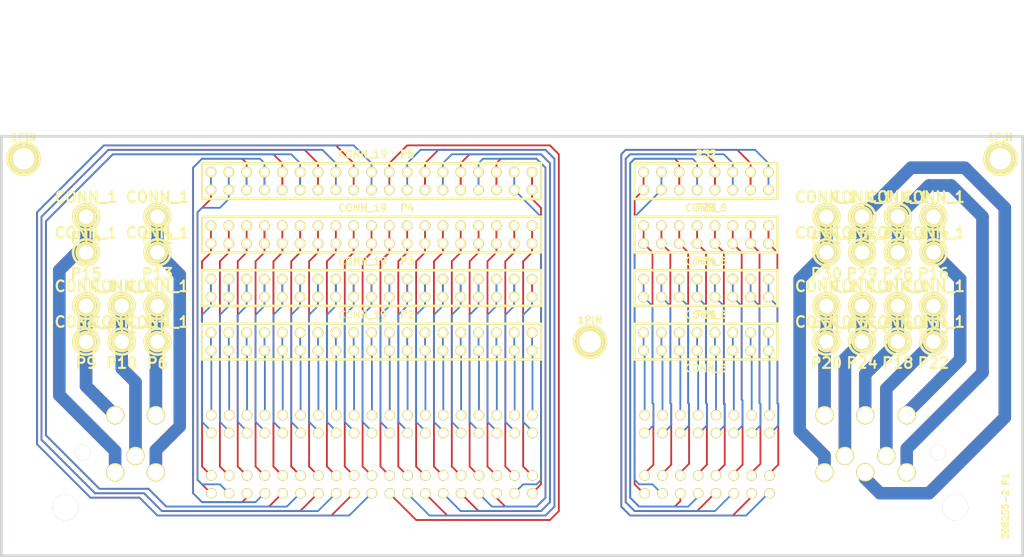
<source format=kicad_pcb>
(kicad_pcb (version 3) (host pcbnew "(2013-07-07 BZR 4022)-stable")

  (general
    (links 242)
    (no_connects 0)
    (area 36.639499 44.259499 232.600501 134.810501)
    (thickness 1.6)
    (drawings 5)
    (tracks 828)
    (zones 0)
    (modules 38)
    (nets 122)
  )

  (page A3)
  (layers
    (15 F.Cu signal)
    (0 B.Cu signal)
    (16 B.Adhes user)
    (17 F.Adhes user)
    (18 B.Paste user)
    (19 F.Paste user)
    (20 B.SilkS user)
    (21 F.SilkS user)
    (22 B.Mask user)
    (23 F.Mask user)
    (24 Dwgs.User user)
    (25 Cmts.User user)
    (26 Eco1.User user)
    (27 Eco2.User user)
    (28 Edge.Cuts user)
  )

  (setup
    (last_trace_width 0.254)
    (trace_clearance 0.254)
    (zone_clearance 0.508)
    (zone_45_only no)
    (trace_min 0.254)
    (segment_width 0.381)
    (edge_width 0.381)
    (via_size 0.889)
    (via_drill 0.635)
    (via_min_size 0.889)
    (via_min_drill 0.508)
    (uvia_size 0.508)
    (uvia_drill 0.127)
    (uvias_allowed no)
    (uvia_min_size 0.508)
    (uvia_min_drill 0.127)
    (pcb_text_width 0.3048)
    (pcb_text_size 1.524 2.032)
    (mod_edge_width 0.381)
    (mod_text_size 1.524 1.524)
    (mod_text_width 0.3048)
    (pad_size 3.064 3.064)
    (pad_drill 2.048)
    (pad_to_mask_clearance 0.254)
    (aux_axis_origin 0 0)
    (visible_elements FFFE7FBF)
    (pcbplotparams
      (layerselection 3178497)
      (usegerberextensions true)
      (excludeedgelayer true)
      (linewidth 0.150000)
      (plotframeref false)
      (viasonmask false)
      (mode 1)
      (useauxorigin false)
      (hpglpennumber 1)
      (hpglpenspeed 20)
      (hpglpendiameter 15)
      (hpglpenoverlay 2)
      (psnegative false)
      (psa4output false)
      (plotreference true)
      (plotvalue true)
      (plotothertext true)
      (plotinvisibletext false)
      (padsonsilk false)
      (subtractmaskfromsilk false)
      (outputformat 1)
      (mirror false)
      (drillshape 1)
      (scaleselection 1)
      (outputdirectory ""))
  )

  (net 0 "")
  (net 1 N-000001)
  (net 2 N-0000010)
  (net 3 N-00000100)
  (net 4 N-00000101)
  (net 5 N-00000102)
  (net 6 N-00000103)
  (net 7 N-00000104)
  (net 8 N-00000105)
  (net 9 N-00000106)
  (net 10 N-00000107)
  (net 11 N-00000108)
  (net 12 N-00000109)
  (net 13 N-0000011)
  (net 14 N-00000110)
  (net 15 N-00000111)
  (net 16 N-00000112)
  (net 17 N-00000113)
  (net 18 N-00000114)
  (net 19 N-00000115)
  (net 20 N-00000116)
  (net 21 N-00000117)
  (net 22 N-00000118)
  (net 23 N-00000119)
  (net 24 N-0000012)
  (net 25 N-00000120)
  (net 26 N-00000121)
  (net 27 N-0000013)
  (net 28 N-0000014)
  (net 29 N-0000015)
  (net 30 N-0000016)
  (net 31 N-0000017)
  (net 32 N-0000018)
  (net 33 N-0000019)
  (net 34 N-000002)
  (net 35 N-0000020)
  (net 36 N-0000021)
  (net 37 N-0000022)
  (net 38 N-0000023)
  (net 39 N-0000024)
  (net 40 N-0000025)
  (net 41 N-0000026)
  (net 42 N-0000027)
  (net 43 N-0000028)
  (net 44 N-0000029)
  (net 45 N-000003)
  (net 46 N-0000030)
  (net 47 N-0000031)
  (net 48 N-0000032)
  (net 49 N-0000033)
  (net 50 N-0000034)
  (net 51 N-0000035)
  (net 52 N-0000036)
  (net 53 N-0000037)
  (net 54 N-0000038)
  (net 55 N-0000039)
  (net 56 N-000004)
  (net 57 N-0000040)
  (net 58 N-0000041)
  (net 59 N-0000042)
  (net 60 N-0000043)
  (net 61 N-0000044)
  (net 62 N-0000045)
  (net 63 N-0000046)
  (net 64 N-0000047)
  (net 65 N-0000048)
  (net 66 N-0000049)
  (net 67 N-000005)
  (net 68 N-0000050)
  (net 69 N-0000051)
  (net 70 N-0000052)
  (net 71 N-0000053)
  (net 72 N-0000054)
  (net 73 N-0000055)
  (net 74 N-0000056)
  (net 75 N-0000057)
  (net 76 N-0000058)
  (net 77 N-0000059)
  (net 78 N-000006)
  (net 79 N-0000060)
  (net 80 N-0000061)
  (net 81 N-0000062)
  (net 82 N-0000063)
  (net 83 N-0000064)
  (net 84 N-0000065)
  (net 85 N-0000066)
  (net 86 N-0000067)
  (net 87 N-0000068)
  (net 88 N-0000069)
  (net 89 N-000007)
  (net 90 N-0000070)
  (net 91 N-0000071)
  (net 92 N-0000072)
  (net 93 N-0000073)
  (net 94 N-0000074)
  (net 95 N-0000075)
  (net 96 N-0000076)
  (net 97 N-0000077)
  (net 98 N-0000078)
  (net 99 N-0000079)
  (net 100 N-000008)
  (net 101 N-0000080)
  (net 102 N-0000081)
  (net 103 N-0000082)
  (net 104 N-0000083)
  (net 105 N-0000084)
  (net 106 N-0000085)
  (net 107 N-0000086)
  (net 108 N-0000087)
  (net 109 N-0000088)
  (net 110 N-0000089)
  (net 111 N-000009)
  (net 112 N-0000090)
  (net 113 N-0000091)
  (net 114 N-0000092)
  (net 115 N-0000093)
  (net 116 N-0000094)
  (net 117 N-0000095)
  (net 118 N-0000096)
  (net 119 N-0000097)
  (net 120 N-0000098)
  (net 121 N-0000099)

  (net_class Default "Это класс цепей по умолчанию."
    (clearance 0.254)
    (trace_width 0.254)
    (via_dia 0.889)
    (via_drill 0.635)
    (uvia_dia 0.508)
    (uvia_drill 0.127)
    (add_net "")
  )

  (net_class 1.5A ""
    (clearance 0.254)
    (trace_width 0.508)
    (via_dia 0.889)
    (via_drill 0.635)
    (uvia_dia 0.508)
    (uvia_drill 0.127)
  )

  (net_class 10A ""
    (clearance 0.254)
    (trace_width 6.096)
    (via_dia 0.889)
    (via_drill 0.635)
    (uvia_dia 0.508)
    (uvia_drill 0.127)
  )

  (net_class 1A ""
    (clearance 0.254)
    (trace_width 0.254)
    (via_dia 0.889)
    (via_drill 0.635)
    (uvia_dia 0.508)
    (uvia_drill 0.127)
    (add_net N-000001)
    (add_net N-0000010)
    (add_net N-00000100)
    (add_net N-00000101)
    (add_net N-00000102)
    (add_net N-00000103)
    (add_net N-00000104)
    (add_net N-00000105)
    (add_net N-00000106)
    (add_net N-00000107)
    (add_net N-00000108)
    (add_net N-00000109)
    (add_net N-0000011)
    (add_net N-00000110)
    (add_net N-00000111)
    (add_net N-00000112)
    (add_net N-00000113)
    (add_net N-00000114)
    (add_net N-00000115)
    (add_net N-00000116)
    (add_net N-00000117)
    (add_net N-00000118)
    (add_net N-0000012)
    (add_net N-0000013)
    (add_net N-0000014)
    (add_net N-0000015)
    (add_net N-0000016)
    (add_net N-0000017)
    (add_net N-0000018)
    (add_net N-0000019)
    (add_net N-000002)
    (add_net N-0000020)
    (add_net N-0000021)
    (add_net N-0000022)
    (add_net N-0000023)
    (add_net N-0000024)
    (add_net N-0000025)
    (add_net N-0000026)
    (add_net N-0000027)
    (add_net N-0000028)
    (add_net N-0000029)
    (add_net N-000003)
    (add_net N-0000030)
    (add_net N-0000031)
    (add_net N-0000032)
    (add_net N-0000033)
    (add_net N-0000034)
    (add_net N-0000035)
    (add_net N-0000036)
    (add_net N-0000037)
    (add_net N-0000038)
    (add_net N-0000039)
    (add_net N-000004)
    (add_net N-0000040)
    (add_net N-0000041)
    (add_net N-0000042)
    (add_net N-0000043)
    (add_net N-0000044)
    (add_net N-0000045)
    (add_net N-0000046)
    (add_net N-0000047)
    (add_net N-0000048)
    (add_net N-0000049)
    (add_net N-000005)
    (add_net N-0000050)
    (add_net N-0000051)
    (add_net N-0000052)
    (add_net N-0000053)
    (add_net N-0000054)
    (add_net N-0000055)
    (add_net N-0000056)
    (add_net N-0000057)
    (add_net N-0000058)
    (add_net N-0000059)
    (add_net N-000006)
    (add_net N-0000060)
    (add_net N-0000061)
    (add_net N-0000062)
    (add_net N-0000063)
    (add_net N-0000064)
    (add_net N-0000065)
    (add_net N-0000066)
    (add_net N-0000067)
    (add_net N-0000068)
    (add_net N-0000069)
    (add_net N-000007)
    (add_net N-0000070)
    (add_net N-0000071)
    (add_net N-0000078)
    (add_net N-000008)
    (add_net N-0000080)
    (add_net N-0000081)
    (add_net N-0000082)
    (add_net N-0000083)
    (add_net N-0000084)
    (add_net N-0000085)
    (add_net N-0000086)
    (add_net N-0000087)
    (add_net N-0000088)
    (add_net N-0000089)
    (add_net N-000009)
    (add_net N-0000093)
    (add_net N-0000094)
    (add_net N-0000095)
    (add_net N-0000096)
    (add_net N-0000097)
    (add_net N-0000098)
    (add_net N-0000099)
  )

  (net_class 3.75A ""
    (clearance 0.254)
    (trace_width 1.778)
    (via_dia 0.889)
    (via_drill 0.635)
    (uvia_dia 0.508)
    (uvia_drill 0.127)
    (add_net N-00000119)
    (add_net N-00000120)
    (add_net N-00000121)
    (add_net N-0000072)
    (add_net N-0000073)
    (add_net N-0000074)
    (add_net N-0000075)
    (add_net N-0000076)
    (add_net N-0000077)
    (add_net N-0000079)
    (add_net N-0000090)
    (add_net N-0000091)
    (add_net N-0000092)
  )

  (module 368255-2 (layer F.Cu) (tedit 5263C644) (tstamp 537473EC)
    (at 60.198 32.893)
    (path /5263DD6B)
    (fp_text reference P1 (at 138 68 270) (layer F.SilkS)
      (effects (font (size 0.889 0.889) (thickness 0.22352)))
    )
    (fp_text value 368255-2 (at 138 73 90) (layer F.SilkS)
      (effects (font (size 0.889 0.889) (thickness 0.22225)))
    )
    (fp_line (start -4.5 53.49) (end 139.5 53.49) (layer Cmts.User) (width 0.381))
    (fp_line (start 139.5 53.49) (end 139.5 78.49) (layer Cmts.User) (width 0.381))
    (fp_line (start -4.5 53.49) (end -4.5 78.49) (layer Cmts.User) (width 0.381))
    (fp_line (start -4.5 78.49) (end 139.5 78.49) (layer Cmts.User) (width 0.381))
    (pad 72 thru_hole circle (at 47.81 69.99) (size 1.5 1.5) (drill 1.1)
      (layers *.Cu *.Mask F.SilkS)
      (net 4 N-00000101)
    )
    (pad 71 thru_hole circle (at 50.35 69.99) (size 1.5 1.5) (drill 1.1)
      (layers *.Cu *.Mask F.SilkS)
      (net 5 N-00000102)
    )
    (pad 69 thru_hole circle (at 55.43 69.99) (size 1.5 1.5) (drill 1.1)
      (layers *.Cu *.Mask F.SilkS)
      (net 7 N-00000104)
    )
    (pad 70 thru_hole circle (at 52.89 69.99) (size 1.5 1.5) (drill 1.1)
      (layers *.Cu *.Mask F.SilkS)
      (net 6 N-00000103)
    )
    (pad 68 thru_hole circle (at 57.97 69.99) (size 1.5 1.5) (drill 1.1)
      (layers *.Cu *.Mask F.SilkS)
      (net 8 N-00000105)
    )
    (pad 76 thru_hole circle (at 37.65 69.99) (size 1.5 1.5) (drill 1.1)
      (layers *.Cu *.Mask F.SilkS)
      (net 119 N-0000097)
    )
    (pad 75 thru_hole circle (at 40.19 69.99) (size 1.5 1.5) (drill 1.1)
      (layers *.Cu *.Mask F.SilkS)
      (net 120 N-0000098)
    )
    (pad 73 thru_hole circle (at 45.27 69.99) (size 1.5 1.5) (drill 1.1)
      (layers *.Cu *.Mask F.SilkS)
      (net 3 N-00000100)
    )
    (pad 74 thru_hole circle (at 42.73 69.99) (size 1.5 1.5) (drill 1.1)
      (layers *.Cu *.Mask F.SilkS)
      (net 121 N-0000099)
    )
    (pad 78 thru_hole circle (at 32.57 69.99) (size 1.5 1.5) (drill 1.1)
      (layers *.Cu *.Mask F.SilkS)
      (net 117 N-0000095)
    )
    (pad 77 thru_hole circle (at 35.11 69.99) (size 1.5 1.5) (drill 1.1)
      (layers *.Cu *.Mask F.SilkS)
      (net 118 N-0000096)
    )
    (pad 79 thru_hole circle (at 30.03 69.99) (size 1.5 1.5) (drill 1.1)
      (layers *.Cu *.Mask F.SilkS)
      (net 116 N-0000094)
    )
    (pad 26 thru_hole circle (at 68.13 61.4) (size 1.5 1.5) (drill 1.1)
      (layers *.Cu *.Mask F.SilkS)
      (net 67 N-000005)
    )
    (pad 27 thru_hole circle (at 65.59 61.4) (size 1.5 1.5) (drill 1.1)
      (layers *.Cu *.Mask F.SilkS)
      (net 56 N-000004)
    )
    (pad 80 thru_hole circle (at 27.49 69.99) (size 1.5 1.5) (drill 1.1)
      (layers *.Cu *.Mask F.SilkS)
      (net 9 N-00000106)
    )
    (pad 61 thru_hole circle (at 27.49 67.45) (size 1.5 1.5) (drill 1.1)
      (layers *.Cu *.Mask F.SilkS)
      (net 16 N-00000112)
    )
    (pad 60 thru_hole circle (at 30.03 67.45) (size 1.5 1.5) (drill 1.1)
      (layers *.Cu *.Mask F.SilkS)
      (net 17 N-00000113)
    )
    (pad 58 thru_hole circle (at 35.11 67.45) (size 1.5 1.5) (drill 1.1)
      (layers *.Cu *.Mask F.SilkS)
      (net 19 N-00000115)
    )
    (pad 59 thru_hole circle (at 32.57 67.45) (size 1.5 1.5) (drill 1.1)
      (layers *.Cu *.Mask F.SilkS)
      (net 18 N-00000114)
    )
    (pad 55 thru_hole circle (at 42.73 67.45) (size 1.5 1.5) (drill 1.1)
      (layers *.Cu *.Mask F.SilkS)
      (net 98 N-0000078)
    )
    (pad 54 thru_hole circle (at 45.27 67.45) (size 1.5 1.5) (drill 1.1)
      (layers *.Cu *.Mask F.SilkS)
      (net 42 N-0000027)
    )
    (pad 56 thru_hole circle (at 40.19 67.45) (size 1.5 1.5) (drill 1.1)
      (layers *.Cu *.Mask F.SilkS)
      (net 21 N-00000117)
    )
    (pad 57 thru_hole circle (at 37.65 67.45) (size 1.5 1.5) (drill 1.1)
      (layers *.Cu *.Mask F.SilkS)
      (net 20 N-00000116)
    )
    (pad 15 thru_hole circle (at 47.81 58.86) (size 1.5 1.5) (drill 1.1)
      (layers *.Cu *.Mask F.SilkS)
      (net 30 N-0000016)
    )
    (pad 14 thru_hole circle (at 50.35 58.86) (size 1.5 1.5) (drill 1.1)
      (layers *.Cu *.Mask F.SilkS)
      (net 31 N-0000017)
    )
    (pad 12 thru_hole circle (at 55.43 58.86) (size 1.5 1.5) (drill 1.1)
      (layers *.Cu *.Mask F.SilkS)
      (net 33 N-0000019)
    )
    (pad 13 thru_hole circle (at 52.89 58.86) (size 1.5 1.5) (drill 1.1)
      (layers *.Cu *.Mask F.SilkS)
      (net 32 N-0000018)
    )
    (pad 9 thru_hole circle (at 63.05 58.86) (size 1.5 1.5) (drill 1.1)
      (layers *.Cu *.Mask F.SilkS)
      (net 37 N-0000022)
    )
    (pad 10 thru_hole circle (at 60.51 58.86) (size 1.5 1.5) (drill 1.1)
      (layers *.Cu *.Mask F.SilkS)
      (net 36 N-0000021)
    )
    (pad 11 thru_hole circle (at 57.97 58.86) (size 1.5 1.5) (drill 1.1)
      (layers *.Cu *.Mask F.SilkS)
      (net 35 N-0000020)
    )
    (pad 25 thru_hole circle (at 70.67 61.4) (size 1.5 1.5) (drill 1.1)
      (layers *.Cu *.Mask F.SilkS)
      (net 78 N-000006)
    )
    (pad 118 thru_hole circle (at 121.05 64.66) (size 2.6 2.6) (drill 2.2)
      (layers *.Cu *.Mask F.SilkS)
      (net 95 N-0000075)
    )
    (pad 116 thru_hole circle (at 123.95 66.99) (size 2.6 2.6) (drill 2.2)
      (layers *.Cu *.Mask F.SilkS)
      (net 96 N-0000076)
    )
    (pad 121 thru_hole circle (at 123.95 58.86 180) (size 2.6 2.6) (drill 2.2)
      (layers *.Cu *.Mask F.SilkS)
      (net 112 N-0000090)
    )
    (pad 119 thru_hole circle (at 112.25 58.86 180) (size 2.6 2.6) (drill 2.2)
      (layers *.Cu *.Mask F.SilkS)
      (net 113 N-0000091)
    )
    (pad 114 thru_hole circle (at 112.25 66.99) (size 2.6 2.6) (drill 2.2)
      (layers *.Cu *.Mask F.SilkS)
      (net 99 N-0000079)
    )
    (pad 120 thru_hole circle (at 118.05 58.86 180) (size 2.6 2.6) (drill 2.2)
      (layers *.Cu *.Mask F.SilkS)
      (net 94 N-0000074)
    )
    (pad 115 thru_hole circle (at 118.05 66.99) (size 2.6 2.6) (drill 2.2)
      (layers *.Cu *.Mask F.SilkS)
      (net 97 N-0000077)
    )
    (pad 117 thru_hole circle (at 115.15 64.66) (size 2.6 2.6) (drill 2.2)
      (layers *.Cu *.Mask F.SilkS)
      (net 114 N-0000092)
    )
    (pad 112 thru_hole circle (at 101.88 58.86) (size 1.5 1.5) (drill 1.1)
      (layers *.Cu *.Mask F.SilkS)
      (net 102 N-0000081)
    )
    (pad 108 thru_hole circle (at 91.72 58.86) (size 1.5 1.5) (drill 1.1)
      (layers *.Cu *.Mask F.SilkS)
      (net 106 N-0000085)
    )
    (pad 109 thru_hole circle (at 94.26 58.86) (size 1.5 1.5) (drill 1.1)
      (layers *.Cu *.Mask F.SilkS)
      (net 105 N-0000084)
    )
    (pad 111 thru_hole circle (at 99.34 58.86) (size 1.5 1.5) (drill 1.1)
      (layers *.Cu *.Mask F.SilkS)
      (net 103 N-0000082)
    )
    (pad 110 thru_hole circle (at 96.8 58.86) (size 1.5 1.5) (drill 1.1)
      (layers *.Cu *.Mask F.SilkS)
      (net 104 N-0000083)
    )
    (pad 106 thru_hole circle (at 86.64 58.86) (size 1.5 1.5) (drill 1.1)
      (layers *.Cu *.Mask F.SilkS)
      (net 108 N-0000087)
    )
    (pad 107 thru_hole circle (at 89.18 58.86) (size 1.5 1.5) (drill 1.1)
      (layers *.Cu *.Mask F.SilkS)
      (net 107 N-0000086)
    )
    (pad 113 thru_hole circle (at 104.42 58.86) (size 1.5 1.5) (drill 1.1)
      (layers *.Cu *.Mask F.SilkS)
      (net 101 N-0000080)
    )
    (pad 105 thru_hole circle (at 104.42 61.4) (size 1.5 1.5) (drill 1.1)
      (layers *.Cu *.Mask F.SilkS)
      (net 109 N-0000088)
    )
    (pad 99 thru_hole circle (at 89.18 61.4) (size 1.5 1.5) (drill 1.1)
      (layers *.Cu *.Mask F.SilkS)
      (net 72 N-0000054)
    )
    (pad 98 thru_hole circle (at 86.64 61.4) (size 1.5 1.5) (drill 1.1)
      (layers *.Cu *.Mask F.SilkS)
      (net 73 N-0000055)
    )
    (pad 102 thru_hole circle (at 96.8 61.4) (size 1.5 1.5) (drill 1.1)
      (layers *.Cu *.Mask F.SilkS)
      (net 69 N-0000051)
    )
    (pad 103 thru_hole circle (at 99.34 61.4) (size 1.5 1.5) (drill 1.1)
      (layers *.Cu *.Mask F.SilkS)
      (net 82 N-0000063)
    )
    (pad 101 thru_hole circle (at 94.26 61.4) (size 1.5 1.5) (drill 1.1)
      (layers *.Cu *.Mask F.SilkS)
      (net 70 N-0000052)
    )
    (pad 100 thru_hole circle (at 91.72 61.4) (size 1.5 1.5) (drill 1.1)
      (layers *.Cu *.Mask F.SilkS)
      (net 71 N-0000053)
    )
    (pad 104 thru_hole circle (at 101.88 61.4) (size 1.5 1.5) (drill 1.1)
      (layers *.Cu *.Mask F.SilkS)
      (net 110 N-0000089)
    )
    (pad 88 thru_hole circle (at 101.88 69.99) (size 1.5 1.5) (drill 1.1)
      (layers *.Cu *.Mask F.SilkS)
      (net 84 N-0000065)
    )
    (pad 84 thru_hole circle (at 91.72 69.99) (size 1.5 1.5) (drill 1.1)
      (layers *.Cu *.Mask F.SilkS)
      (net 88 N-0000069)
    )
    (pad 85 thru_hole circle (at 94.26 69.99) (size 1.5 1.5) (drill 1.1)
      (layers *.Cu *.Mask F.SilkS)
      (net 87 N-0000068)
    )
    (pad 87 thru_hole circle (at 99.34 69.99) (size 1.5 1.5) (drill 1.1)
      (layers *.Cu *.Mask F.SilkS)
      (net 85 N-0000066)
    )
    (pad 86 thru_hole circle (at 96.8 69.99) (size 1.5 1.5) (drill 1.1)
      (layers *.Cu *.Mask F.SilkS)
      (net 86 N-0000067)
    )
    (pad 82 thru_hole circle (at 86.64 69.99) (size 1.5 1.5) (drill 1.1)
      (layers *.Cu *.Mask F.SilkS)
      (net 91 N-0000071)
    )
    (pad 83 thru_hole circle (at 89.18 69.99) (size 1.5 1.5) (drill 1.1)
      (layers *.Cu *.Mask F.SilkS)
      (net 90 N-0000070)
    )
    (pad 89 thru_hole circle (at 104.42 69.99) (size 1.5 1.5) (drill 1.1)
      (layers *.Cu *.Mask F.SilkS)
      (net 83 N-0000064)
    )
    (pad 97 thru_hole circle (at 104.42 67.45) (size 1.5 1.5) (drill 1.1)
      (layers *.Cu *.Mask F.SilkS)
      (net 74 N-0000056)
    )
    (pad 91 thru_hole circle (at 89.18 67.45) (size 1.5 1.5) (drill 1.1)
      (layers *.Cu *.Mask F.SilkS)
      (net 81 N-0000062)
    )
    (pad 90 thru_hole circle (at 86.64 67.45) (size 1.5 1.5) (drill 1.1)
      (layers *.Cu *.Mask F.SilkS)
      (net 68 N-0000050)
    )
    (pad 94 thru_hole circle (at 96.8 67.45) (size 1.5 1.5) (drill 1.1)
      (layers *.Cu *.Mask F.SilkS)
      (net 77 N-0000059)
    )
    (pad 95 thru_hole circle (at 99.34 67.45) (size 1.5 1.5) (drill 1.1)
      (layers *.Cu *.Mask F.SilkS)
      (net 76 N-0000058)
    )
    (pad 93 thru_hole circle (at 94.26 67.45) (size 1.5 1.5) (drill 1.1)
      (layers *.Cu *.Mask F.SilkS)
      (net 79 N-0000060)
    )
    (pad 92 thru_hole circle (at 91.72 67.45) (size 1.5 1.5) (drill 1.1)
      (layers *.Cu *.Mask F.SilkS)
      (net 80 N-0000061)
    )
    (pad 96 thru_hole circle (at 101.88 67.45) (size 1.5 1.5) (drill 1.1)
      (layers *.Cu *.Mask F.SilkS)
      (net 75 N-0000057)
    )
    (pad 62 thru_hole circle (at 24.95 67.45) (size 1.5 1.5) (drill 1.1)
      (layers *.Cu *.Mask F.SilkS)
      (net 15 N-00000111)
    )
    (pad 45 thru_hole circle (at 68.13 67.45) (size 1.5 1.5) (drill 1.1)
      (layers *.Cu *.Mask F.SilkS)
      (net 52 N-0000036)
    )
    (pad 49 thru_hole circle (at 57.97 67.45) (size 1.5 1.5) (drill 1.1)
      (layers *.Cu *.Mask F.SilkS)
      (net 48 N-0000032)
    )
    (pad 48 thru_hole circle (at 60.51 67.45) (size 1.5 1.5) (drill 1.1)
      (layers *.Cu *.Mask F.SilkS)
      (net 49 N-0000033)
    )
    (pad 46 thru_hole circle (at 65.59 67.45) (size 1.5 1.5) (drill 1.1)
      (layers *.Cu *.Mask F.SilkS)
      (net 51 N-0000035)
    )
    (pad 47 thru_hole circle (at 63.05 67.45) (size 1.5 1.5) (drill 1.1)
      (layers *.Cu *.Mask F.SilkS)
      (net 50 N-0000034)
    )
    (pad 51 thru_hole circle (at 52.89 67.45) (size 1.5 1.5) (drill 1.1)
      (layers *.Cu *.Mask F.SilkS)
      (net 46 N-0000030)
    )
    (pad 50 thru_hole circle (at 55.43 67.45) (size 1.5 1.5) (drill 1.1)
      (layers *.Cu *.Mask F.SilkS)
      (net 47 N-0000031)
    )
    (pad 52 thru_hole circle (at 50.35 67.45) (size 1.5 1.5) (drill 1.1)
      (layers *.Cu *.Mask F.SilkS)
      (net 44 N-0000029)
    )
    (pad 53 thru_hole circle (at 47.81 67.45) (size 1.5 1.5) (drill 1.1)
      (layers *.Cu *.Mask F.SilkS)
      (net 43 N-0000028)
    )
    (pad 44 thru_hole circle (at 70.67 67.45) (size 1.5 1.5) (drill 1.1)
      (layers *.Cu *.Mask F.SilkS)
      (net 53 N-0000037)
    )
    (pad 63 thru_hole circle (at 70.67 69.99) (size 1.5 1.5) (drill 1.1)
      (layers *.Cu *.Mask F.SilkS)
      (net 14 N-00000110)
    )
    (pad 66 thru_hole circle (at 63.05 69.99) (size 1.5 1.5) (drill 1.1)
      (layers *.Cu *.Mask F.SilkS)
      (net 10 N-00000107)
    )
    (pad 65 thru_hole circle (at 65.59 69.99) (size 1.5 1.5) (drill 1.1)
      (layers *.Cu *.Mask F.SilkS)
      (net 11 N-00000108)
    )
    (pad 67 thru_hole circle (at 60.51 69.99) (size 1.5 1.5) (drill 1.1)
      (layers *.Cu *.Mask F.SilkS)
      (net 115 N-0000093)
    )
    (pad 64 thru_hole circle (at 68.13 69.99) (size 1.5 1.5) (drill 1.1)
      (layers *.Cu *.Mask F.SilkS)
      (net 12 N-00000109)
    )
    (pad 81 thru_hole circle (at 24.95 69.99) (size 1.5 1.5) (drill 1.1)
      (layers *.Cu *.Mask F.SilkS)
      (net 22 N-00000118)
    )
    (pad 43 thru_hole circle (at 24.95 61.4) (size 1.5 1.5) (drill 1.1)
      (layers *.Cu *.Mask F.SilkS)
      (net 54 N-0000038)
    )
    (pad 42 thru_hole circle (at 27.49 61.4) (size 1.5 1.5) (drill 1.1)
      (layers *.Cu *.Mask F.SilkS)
      (net 41 N-0000026)
    )
    (pad 40 thru_hole circle (at 32.57 61.4) (size 1.5 1.5) (drill 1.1)
      (layers *.Cu *.Mask F.SilkS)
      (net 57 N-0000040)
    )
    (pad 41 thru_hole circle (at 30.03 61.4) (size 1.5 1.5) (drill 1.1)
      (layers *.Cu *.Mask F.SilkS)
      (net 55 N-0000039)
    )
    (pad 37 thru_hole circle (at 40.19 61.4) (size 1.5 1.5) (drill 1.1)
      (layers *.Cu *.Mask F.SilkS)
      (net 60 N-0000043)
    )
    (pad 36 thru_hole circle (at 42.73 61.4) (size 1.5 1.5) (drill 1.1)
      (layers *.Cu *.Mask F.SilkS)
      (net 61 N-0000044)
    )
    (pad 38 thru_hole circle (at 37.65 61.4) (size 1.5 1.5) (drill 1.1)
      (layers *.Cu *.Mask F.SilkS)
      (net 59 N-0000042)
    )
    (pad 39 thru_hole circle (at 35.11 61.4) (size 1.5 1.5) (drill 1.1)
      (layers *.Cu *.Mask F.SilkS)
      (net 58 N-0000041)
    )
    (pad 35 thru_hole circle (at 45.27 61.4) (size 1.5 1.5) (drill 1.1)
      (layers *.Cu *.Mask F.SilkS)
      (net 62 N-0000045)
    )
    (pad 30 thru_hole circle (at 57.97 61.4) (size 1.5 1.5) (drill 1.1)
      (layers *.Cu *.Mask F.SilkS)
      (net 28 N-0000014)
    )
    (pad 29 thru_hole circle (at 60.51 61.4) (size 1.5 1.5) (drill 1.1)
      (layers *.Cu *.Mask F.SilkS)
      (net 34 N-000002)
    )
    (pad 28 thru_hole circle (at 63.05 61.4) (size 1.5 1.5) (drill 1.1)
      (layers *.Cu *.Mask F.SilkS)
      (net 45 N-000003)
    )
    (pad 32 thru_hole circle (at 52.89 61.4) (size 1.5 1.5) (drill 1.1)
      (layers *.Cu *.Mask F.SilkS)
      (net 65 N-0000048)
    )
    (pad 31 thru_hole circle (at 55.43 61.4) (size 1.5 1.5) (drill 1.1)
      (layers *.Cu *.Mask F.SilkS)
      (net 66 N-0000049)
    )
    (pad 33 thru_hole circle (at 50.35 61.4) (size 1.5 1.5) (drill 1.1)
      (layers *.Cu *.Mask F.SilkS)
      (net 64 N-0000047)
    )
    (pad 34 thru_hole circle (at 47.81 61.4) (size 1.5 1.5) (drill 1.1)
      (layers *.Cu *.Mask F.SilkS)
      (net 63 N-0000046)
    )
    (pad 6 thru_hole circle (at 70.67 58.86) (size 1.5 1.5) (drill 1.1)
      (layers *.Cu *.Mask F.SilkS)
      (net 40 N-0000025)
    )
    (pad 8 thru_hole circle (at 65.59 58.86) (size 1.5 1.5) (drill 1.1)
      (layers *.Cu *.Mask F.SilkS)
      (net 38 N-0000023)
    )
    (pad 7 thru_hole circle (at 68.13 58.86) (size 1.5 1.5) (drill 1.1)
      (layers *.Cu *.Mask F.SilkS)
      (net 39 N-0000024)
    )
    (pad 16 thru_hole circle (at 45.27 58.86) (size 1.5 1.5) (drill 1.1)
      (layers *.Cu *.Mask F.SilkS)
      (net 29 N-0000015)
    )
    (pad 20 thru_hole circle (at 35.11 58.86) (size 1.5 1.5) (drill 1.1)
      (layers *.Cu *.Mask F.SilkS)
      (net 13 N-0000011)
    )
    (pad 19 thru_hole circle (at 37.65 58.86) (size 1.5 1.5) (drill 1.1)
      (layers *.Cu *.Mask F.SilkS)
      (net 24 N-0000012)
    )
    (pad 17 thru_hole circle (at 42.73 58.86) (size 1.5 1.5) (drill 1.1)
      (layers *.Cu *.Mask F.SilkS)
      (net 1 N-000001)
    )
    (pad 18 thru_hole circle (at 40.19 58.86) (size 1.5 1.5) (drill 1.1)
      (layers *.Cu *.Mask F.SilkS)
      (net 27 N-0000013)
    )
    (pad 22 thru_hole circle (at 30.03 58.86) (size 1.5 1.5) (drill 1.1)
      (layers *.Cu *.Mask F.SilkS)
      (net 111 N-000009)
    )
    (pad 21 thru_hole circle (at 32.57 58.86) (size 1.5 1.5) (drill 1.1)
      (layers *.Cu *.Mask F.SilkS)
      (net 2 N-0000010)
    )
    (pad 23 thru_hole circle (at 27.49 58.86) (size 1.5 1.5) (drill 1.1)
      (layers *.Cu *.Mask F.SilkS)
      (net 100 N-000008)
    )
    (pad 24 thru_hole circle (at 24.95 58.86) (size 1.5 1.5) (drill 1.1)
      (layers *.Cu *.Mask F.SilkS)
      (net 89 N-000007)
    )
    (pad 3 thru_hole circle (at 14.15 64.66) (size 2.6 2.6) (drill 2.2)
      (layers *.Cu *.Mask F.SilkS)
      (net 23 N-00000119)
    )
    (pad 2 thru_hole circle (at 17.05 66.99) (size 2.6 2.6) (drill 2.2)
      (layers *.Cu *.Mask F.SilkS)
      (net 25 N-00000120)
    )
    (pad 5 thru_hole circle (at 17.05 58.86 180) (size 2.6 2.6) (drill 2.2)
      (layers *.Cu *.Mask F.SilkS)
      (net 92 N-0000072)
    )
    (pad "" thru_hole circle (at 128.4 64.19) (size 2.2 2.2) (drill 2.2)
      (layers *.Cu *.Mask F.SilkS)
    )
    (pad "" thru_hole circle (at 6.6 64.19) (size 2.2 2.2) (drill 2.2)
      (layers *.Cu *.Mask F.SilkS)
    )
    (pad "" thru_hole circle (at 130.85 71.99) (size 3.7 3.7) (drill 3.7)
      (layers *.Cu *.Mask F.SilkS)
    )
    (pad 1 thru_hole circle (at 11.25 66.99) (size 2.6 2.6) (drill 2.2)
      (layers *.Cu *.Mask F.SilkS)
      (net 26 N-00000121)
    )
    (pad 4 thru_hole circle (at 11.25 58.86 180) (size 2.6 2.6) (drill 2.2)
      (layers *.Cu *.Mask F.SilkS)
      (net 93 N-0000073)
    )
    (pad "" thru_hole circle (at 4.15 71.99) (size 3.7 3.7) (drill 3.7)
      (layers *.Cu *.Mask F.SilkS)
    )
    (model modules/TE_368255-2.wrl
      (at (xyz -0.178 -2.205 -0.2))
      (scale (xyz 10 10 10))
      (rotate (xyz 270 0 0))
    )
  )

  (module 19dpad (layer F.Cu) (tedit 53747B1F) (tstamp 5374722C)
    (at 106.68 81.28 180)
    (descr "Double rangee de contacts 2 x 12 pins")
    (tags CONN)
    (path /53746705)
    (fp_text reference P2 (at -6.35 3.81 180) (layer F.SilkS)
      (effects (font (size 1.016 1.016) (thickness 0.27432)))
    )
    (fp_text value CONN_19 (at 0 3.81 180) (layer F.SilkS)
      (effects (font (size 1.016 1.016) (thickness 0.2032)))
    )
    (fp_line (start 22.86 2.54) (end -25.4 2.54) (layer F.SilkS) (width 0.381))
    (fp_line (start -25.4 -2.54) (end 22.86 -2.54) (layer F.SilkS) (width 0.381))
    (fp_line (start 22.86 -2.54) (end 22.86 2.54) (layer F.SilkS) (width 0.3048))
    (fp_line (start -25.4 -2.54) (end -25.4 2.54) (layer F.SilkS) (width 0.3048))
    (pad 1 thru_hole circle (at -24.13 1.27 180) (size 1.524 1.524) (drill 1.016)
      (layers *.Cu *.Mask F.SilkS)
      (net 40 N-0000025)
    )
    (pad 2 thru_hole circle (at -21.59 1.27 180) (size 1.524 1.524) (drill 1.016)
      (layers *.Cu *.Mask F.SilkS)
      (net 39 N-0000024)
    )
    (pad 3 thru_hole circle (at -19.05 1.27 180) (size 1.524 1.524) (drill 1.016)
      (layers *.Cu *.Mask F.SilkS)
      (net 38 N-0000023)
    )
    (pad 4 thru_hole circle (at -16.51 1.27 180) (size 1.524 1.524) (drill 1.016)
      (layers *.Cu *.Mask F.SilkS)
      (net 37 N-0000022)
    )
    (pad 5 thru_hole circle (at -13.97 1.27 180) (size 1.524 1.524) (drill 1.016)
      (layers *.Cu *.Mask F.SilkS)
      (net 36 N-0000021)
    )
    (pad 6 thru_hole circle (at -11.43 1.27 180) (size 1.524 1.524) (drill 1.016)
      (layers *.Cu *.Mask F.SilkS)
      (net 35 N-0000020)
    )
    (pad 7 thru_hole circle (at -8.89 1.27 180) (size 1.524 1.524) (drill 1.016)
      (layers *.Cu *.Mask F.SilkS)
      (net 33 N-0000019)
    )
    (pad 8 thru_hole circle (at -6.35 1.27 180) (size 1.524 1.524) (drill 1.016)
      (layers *.Cu *.Mask F.SilkS)
      (net 32 N-0000018)
    )
    (pad 9 thru_hole circle (at -3.81 1.27 180) (size 1.524 1.524) (drill 1.016)
      (layers *.Cu *.Mask F.SilkS)
      (net 31 N-0000017)
    )
    (pad 10 thru_hole circle (at -1.27 1.27 180) (size 1.524 1.524) (drill 1.016)
      (layers *.Cu *.Mask F.SilkS)
      (net 30 N-0000016)
    )
    (pad 11 thru_hole circle (at 1.27 1.27 180) (size 1.524 1.524) (drill 1.016)
      (layers *.Cu *.Mask F.SilkS)
      (net 29 N-0000015)
    )
    (pad 12 thru_hole circle (at 3.81 1.27 180) (size 1.524 1.524) (drill 1.016)
      (layers *.Cu *.Mask F.SilkS)
      (net 1 N-000001)
    )
    (pad 13 thru_hole circle (at 6.35 1.27 180) (size 1.524 1.524) (drill 1.016)
      (layers *.Cu *.Mask F.SilkS)
      (net 27 N-0000013)
    )
    (pad 14 thru_hole circle (at 8.89 1.27 180) (size 1.524 1.524) (drill 1.016)
      (layers *.Cu *.Mask F.SilkS)
      (net 24 N-0000012)
    )
    (pad 15 thru_hole circle (at 11.43 1.27 180) (size 1.524 1.524) (drill 1.016)
      (layers *.Cu *.Mask F.SilkS)
      (net 13 N-0000011)
    )
    (pad 16 thru_hole circle (at 13.97 1.27 180) (size 1.524 1.524) (drill 1.016)
      (layers *.Cu *.Mask F.SilkS)
      (net 2 N-0000010)
    )
    (pad 17 thru_hole circle (at 16.51 1.27 180) (size 1.524 1.524) (drill 1.016)
      (layers *.Cu *.Mask F.SilkS)
      (net 111 N-000009)
    )
    (pad 18 thru_hole circle (at 19.05 1.27 180) (size 1.524 1.524) (drill 1.016)
      (layers *.Cu *.Mask F.SilkS)
      (net 100 N-000008)
    )
    (pad 19 thru_hole circle (at 21.59 1.27 180) (size 1.524 1.524) (drill 1.016)
      (layers *.Cu *.Mask F.SilkS)
      (net 89 N-000007)
    )
    (pad 1 thru_hole circle (at -24.13 -1.27 180) (size 1.524 1.524) (drill 1.016)
      (layers *.Cu *.Mask F.SilkS)
      (net 40 N-0000025)
    )
    (pad 2 thru_hole circle (at -21.59 -1.27 180) (size 1.524 1.524) (drill 1.016)
      (layers *.Cu *.Mask F.SilkS)
      (net 39 N-0000024)
    )
    (pad 3 thru_hole circle (at -19.05 -1.27 180) (size 1.524 1.524) (drill 1.016)
      (layers *.Cu *.Mask F.SilkS)
      (net 38 N-0000023)
    )
    (pad 4 thru_hole circle (at -16.51 -1.27 180) (size 1.524 1.524) (drill 1.016)
      (layers *.Cu *.Mask F.SilkS)
      (net 37 N-0000022)
    )
    (pad 5 thru_hole circle (at -13.97 -1.27 180) (size 1.524 1.524) (drill 1.016)
      (layers *.Cu *.Mask F.SilkS)
      (net 36 N-0000021)
    )
    (pad 6 thru_hole circle (at -11.43 -1.27 180) (size 1.524 1.524) (drill 1.016)
      (layers *.Cu *.Mask F.SilkS)
      (net 35 N-0000020)
    )
    (pad 7 thru_hole circle (at -8.89 -1.27 180) (size 1.524 1.524) (drill 1.016)
      (layers *.Cu *.Mask F.SilkS)
      (net 33 N-0000019)
    )
    (pad 8 thru_hole circle (at -6.35 -1.27 180) (size 1.524 1.524) (drill 1.016)
      (layers *.Cu *.Mask F.SilkS)
      (net 32 N-0000018)
    )
    (pad 9 thru_hole circle (at -3.81 -1.27 180) (size 1.524 1.524) (drill 1.016)
      (layers *.Cu *.Mask F.SilkS)
      (net 31 N-0000017)
    )
    (pad 10 thru_hole circle (at -1.27 -1.27 180) (size 1.524 1.524) (drill 1.016)
      (layers *.Cu *.Mask F.SilkS)
      (net 30 N-0000016)
    )
    (pad 11 thru_hole circle (at 1.27 -1.27 180) (size 1.524 1.524) (drill 1.016)
      (layers *.Cu *.Mask F.SilkS)
      (net 29 N-0000015)
    )
    (pad 12 thru_hole circle (at 3.81 -1.27 180) (size 1.524 1.524) (drill 1.016)
      (layers *.Cu *.Mask F.SilkS)
      (net 1 N-000001)
    )
    (pad 13 thru_hole circle (at 6.35 -1.27 180) (size 1.524 1.524) (drill 1.016)
      (layers *.Cu *.Mask F.SilkS)
      (net 27 N-0000013)
    )
    (pad 14 thru_hole circle (at 8.89 -1.27 180) (size 1.524 1.524) (drill 1.016)
      (layers *.Cu *.Mask F.SilkS)
      (net 24 N-0000012)
    )
    (pad 15 thru_hole circle (at 11.43 -1.27 180) (size 1.524 1.524) (drill 1.016)
      (layers *.Cu *.Mask F.SilkS)
      (net 13 N-0000011)
    )
    (pad 16 thru_hole circle (at 13.97 -1.27 180) (size 1.524 1.524) (drill 1.016)
      (layers *.Cu *.Mask F.SilkS)
      (net 2 N-0000010)
    )
    (pad 17 thru_hole circle (at 16.51 -1.27 180) (size 1.524 1.524) (drill 1.016)
      (layers *.Cu *.Mask F.SilkS)
      (net 111 N-000009)
    )
    (pad 18 thru_hole circle (at 19.05 -1.27 180) (size 1.524 1.524) (drill 1.016)
      (layers *.Cu *.Mask F.SilkS)
      (net 100 N-000008)
    )
    (pad 19 thru_hole circle (at 21.59 -1.27 180) (size 1.524 1.524) (drill 1.016)
      (layers *.Cu *.Mask F.SilkS)
      (net 89 N-000007)
    )
  )

  (module 19dpad (layer F.Cu) (tedit 53747B18) (tstamp 5374741F)
    (at 106.68 73.66 180)
    (descr "Double rangee de contacts 2 x 12 pins")
    (tags CONN)
    (path /5374726B)
    (fp_text reference P3 (at -6.35 3.81 180) (layer F.SilkS)
      (effects (font (size 1.016 1.016) (thickness 0.27432)))
    )
    (fp_text value CONN_19 (at 0 3.81 180) (layer F.SilkS)
      (effects (font (size 1.016 1.016) (thickness 0.2032)))
    )
    (fp_line (start 22.86 2.54) (end -25.4 2.54) (layer F.SilkS) (width 0.381))
    (fp_line (start -25.4 -2.54) (end 22.86 -2.54) (layer F.SilkS) (width 0.381))
    (fp_line (start 22.86 -2.54) (end 22.86 2.54) (layer F.SilkS) (width 0.3048))
    (fp_line (start -25.4 -2.54) (end -25.4 2.54) (layer F.SilkS) (width 0.3048))
    (pad 1 thru_hole circle (at -24.13 1.27 180) (size 1.524 1.524) (drill 1.016)
      (layers *.Cu *.Mask F.SilkS)
      (net 78 N-000006)
    )
    (pad 2 thru_hole circle (at -21.59 1.27 180) (size 1.524 1.524) (drill 1.016)
      (layers *.Cu *.Mask F.SilkS)
      (net 67 N-000005)
    )
    (pad 3 thru_hole circle (at -19.05 1.27 180) (size 1.524 1.524) (drill 1.016)
      (layers *.Cu *.Mask F.SilkS)
      (net 56 N-000004)
    )
    (pad 4 thru_hole circle (at -16.51 1.27 180) (size 1.524 1.524) (drill 1.016)
      (layers *.Cu *.Mask F.SilkS)
      (net 45 N-000003)
    )
    (pad 5 thru_hole circle (at -13.97 1.27 180) (size 1.524 1.524) (drill 1.016)
      (layers *.Cu *.Mask F.SilkS)
      (net 34 N-000002)
    )
    (pad 6 thru_hole circle (at -11.43 1.27 180) (size 1.524 1.524) (drill 1.016)
      (layers *.Cu *.Mask F.SilkS)
      (net 28 N-0000014)
    )
    (pad 7 thru_hole circle (at -8.89 1.27 180) (size 1.524 1.524) (drill 1.016)
      (layers *.Cu *.Mask F.SilkS)
      (net 66 N-0000049)
    )
    (pad 8 thru_hole circle (at -6.35 1.27 180) (size 1.524 1.524) (drill 1.016)
      (layers *.Cu *.Mask F.SilkS)
      (net 65 N-0000048)
    )
    (pad 9 thru_hole circle (at -3.81 1.27 180) (size 1.524 1.524) (drill 1.016)
      (layers *.Cu *.Mask F.SilkS)
      (net 64 N-0000047)
    )
    (pad 10 thru_hole circle (at -1.27 1.27 180) (size 1.524 1.524) (drill 1.016)
      (layers *.Cu *.Mask F.SilkS)
      (net 63 N-0000046)
    )
    (pad 11 thru_hole circle (at 1.27 1.27 180) (size 1.524 1.524) (drill 1.016)
      (layers *.Cu *.Mask F.SilkS)
      (net 62 N-0000045)
    )
    (pad 12 thru_hole circle (at 3.81 1.27 180) (size 1.524 1.524) (drill 1.016)
      (layers *.Cu *.Mask F.SilkS)
      (net 61 N-0000044)
    )
    (pad 13 thru_hole circle (at 6.35 1.27 180) (size 1.524 1.524) (drill 1.016)
      (layers *.Cu *.Mask F.SilkS)
      (net 60 N-0000043)
    )
    (pad 14 thru_hole circle (at 8.89 1.27 180) (size 1.524 1.524) (drill 1.016)
      (layers *.Cu *.Mask F.SilkS)
      (net 59 N-0000042)
    )
    (pad 15 thru_hole circle (at 11.43 1.27 180) (size 1.524 1.524) (drill 1.016)
      (layers *.Cu *.Mask F.SilkS)
      (net 58 N-0000041)
    )
    (pad 16 thru_hole circle (at 13.97 1.27 180) (size 1.524 1.524) (drill 1.016)
      (layers *.Cu *.Mask F.SilkS)
      (net 57 N-0000040)
    )
    (pad 17 thru_hole circle (at 16.51 1.27 180) (size 1.524 1.524) (drill 1.016)
      (layers *.Cu *.Mask F.SilkS)
      (net 55 N-0000039)
    )
    (pad 18 thru_hole circle (at 19.05 1.27 180) (size 1.524 1.524) (drill 1.016)
      (layers *.Cu *.Mask F.SilkS)
      (net 41 N-0000026)
    )
    (pad 19 thru_hole circle (at 21.59 1.27 180) (size 1.524 1.524) (drill 1.016)
      (layers *.Cu *.Mask F.SilkS)
      (net 54 N-0000038)
    )
    (pad 1 thru_hole circle (at -24.13 -1.27 180) (size 1.524 1.524) (drill 1.016)
      (layers *.Cu *.Mask F.SilkS)
      (net 78 N-000006)
    )
    (pad 2 thru_hole circle (at -21.59 -1.27 180) (size 1.524 1.524) (drill 1.016)
      (layers *.Cu *.Mask F.SilkS)
      (net 67 N-000005)
    )
    (pad 3 thru_hole circle (at -19.05 -1.27 180) (size 1.524 1.524) (drill 1.016)
      (layers *.Cu *.Mask F.SilkS)
      (net 56 N-000004)
    )
    (pad 4 thru_hole circle (at -16.51 -1.27 180) (size 1.524 1.524) (drill 1.016)
      (layers *.Cu *.Mask F.SilkS)
      (net 45 N-000003)
    )
    (pad 5 thru_hole circle (at -13.97 -1.27 180) (size 1.524 1.524) (drill 1.016)
      (layers *.Cu *.Mask F.SilkS)
      (net 34 N-000002)
    )
    (pad 6 thru_hole circle (at -11.43 -1.27 180) (size 1.524 1.524) (drill 1.016)
      (layers *.Cu *.Mask F.SilkS)
      (net 28 N-0000014)
    )
    (pad 7 thru_hole circle (at -8.89 -1.27 180) (size 1.524 1.524) (drill 1.016)
      (layers *.Cu *.Mask F.SilkS)
      (net 66 N-0000049)
    )
    (pad 8 thru_hole circle (at -6.35 -1.27 180) (size 1.524 1.524) (drill 1.016)
      (layers *.Cu *.Mask F.SilkS)
      (net 65 N-0000048)
    )
    (pad 9 thru_hole circle (at -3.81 -1.27 180) (size 1.524 1.524) (drill 1.016)
      (layers *.Cu *.Mask F.SilkS)
      (net 64 N-0000047)
    )
    (pad 10 thru_hole circle (at -1.27 -1.27 180) (size 1.524 1.524) (drill 1.016)
      (layers *.Cu *.Mask F.SilkS)
      (net 63 N-0000046)
    )
    (pad 11 thru_hole circle (at 1.27 -1.27 180) (size 1.524 1.524) (drill 1.016)
      (layers *.Cu *.Mask F.SilkS)
      (net 62 N-0000045)
    )
    (pad 12 thru_hole circle (at 3.81 -1.27 180) (size 1.524 1.524) (drill 1.016)
      (layers *.Cu *.Mask F.SilkS)
      (net 61 N-0000044)
    )
    (pad 13 thru_hole circle (at 6.35 -1.27 180) (size 1.524 1.524) (drill 1.016)
      (layers *.Cu *.Mask F.SilkS)
      (net 60 N-0000043)
    )
    (pad 14 thru_hole circle (at 8.89 -1.27 180) (size 1.524 1.524) (drill 1.016)
      (layers *.Cu *.Mask F.SilkS)
      (net 59 N-0000042)
    )
    (pad 15 thru_hole circle (at 11.43 -1.27 180) (size 1.524 1.524) (drill 1.016)
      (layers *.Cu *.Mask F.SilkS)
      (net 58 N-0000041)
    )
    (pad 16 thru_hole circle (at 13.97 -1.27 180) (size 1.524 1.524) (drill 1.016)
      (layers *.Cu *.Mask F.SilkS)
      (net 57 N-0000040)
    )
    (pad 17 thru_hole circle (at 16.51 -1.27 180) (size 1.524 1.524) (drill 1.016)
      (layers *.Cu *.Mask F.SilkS)
      (net 55 N-0000039)
    )
    (pad 18 thru_hole circle (at 19.05 -1.27 180) (size 1.524 1.524) (drill 1.016)
      (layers *.Cu *.Mask F.SilkS)
      (net 41 N-0000026)
    )
    (pad 19 thru_hole circle (at 21.59 -1.27 180) (size 1.524 1.524) (drill 1.016)
      (layers *.Cu *.Mask F.SilkS)
      (net 54 N-0000038)
    )
  )

  (module 19dpad (layer F.Cu) (tedit 53747B15) (tstamp 5374744D)
    (at 106.68 66.04 180)
    (descr "Double rangee de contacts 2 x 12 pins")
    (tags CONN)
    (path /53747284)
    (fp_text reference P4 (at -6.35 3.81 180) (layer F.SilkS)
      (effects (font (size 1.016 1.016) (thickness 0.27432)))
    )
    (fp_text value CONN_19 (at 0 3.81 180) (layer F.SilkS)
      (effects (font (size 1.016 1.016) (thickness 0.2032)))
    )
    (fp_line (start 22.86 2.54) (end -25.4 2.54) (layer F.SilkS) (width 0.381))
    (fp_line (start -25.4 -2.54) (end 22.86 -2.54) (layer F.SilkS) (width 0.381))
    (fp_line (start 22.86 -2.54) (end 22.86 2.54) (layer F.SilkS) (width 0.3048))
    (fp_line (start -25.4 -2.54) (end -25.4 2.54) (layer F.SilkS) (width 0.3048))
    (pad 1 thru_hole circle (at -24.13 1.27 180) (size 1.524 1.524) (drill 1.016)
      (layers *.Cu *.Mask F.SilkS)
      (net 53 N-0000037)
    )
    (pad 2 thru_hole circle (at -21.59 1.27 180) (size 1.524 1.524) (drill 1.016)
      (layers *.Cu *.Mask F.SilkS)
      (net 52 N-0000036)
    )
    (pad 3 thru_hole circle (at -19.05 1.27 180) (size 1.524 1.524) (drill 1.016)
      (layers *.Cu *.Mask F.SilkS)
      (net 51 N-0000035)
    )
    (pad 4 thru_hole circle (at -16.51 1.27 180) (size 1.524 1.524) (drill 1.016)
      (layers *.Cu *.Mask F.SilkS)
      (net 50 N-0000034)
    )
    (pad 5 thru_hole circle (at -13.97 1.27 180) (size 1.524 1.524) (drill 1.016)
      (layers *.Cu *.Mask F.SilkS)
      (net 49 N-0000033)
    )
    (pad 6 thru_hole circle (at -11.43 1.27 180) (size 1.524 1.524) (drill 1.016)
      (layers *.Cu *.Mask F.SilkS)
      (net 48 N-0000032)
    )
    (pad 7 thru_hole circle (at -8.89 1.27 180) (size 1.524 1.524) (drill 1.016)
      (layers *.Cu *.Mask F.SilkS)
      (net 47 N-0000031)
    )
    (pad 8 thru_hole circle (at -6.35 1.27 180) (size 1.524 1.524) (drill 1.016)
      (layers *.Cu *.Mask F.SilkS)
      (net 46 N-0000030)
    )
    (pad 9 thru_hole circle (at -3.81 1.27 180) (size 1.524 1.524) (drill 1.016)
      (layers *.Cu *.Mask F.SilkS)
      (net 44 N-0000029)
    )
    (pad 10 thru_hole circle (at -1.27 1.27 180) (size 1.524 1.524) (drill 1.016)
      (layers *.Cu *.Mask F.SilkS)
      (net 43 N-0000028)
    )
    (pad 11 thru_hole circle (at 1.27 1.27 180) (size 1.524 1.524) (drill 1.016)
      (layers *.Cu *.Mask F.SilkS)
      (net 42 N-0000027)
    )
    (pad 12 thru_hole circle (at 3.81 1.27 180) (size 1.524 1.524) (drill 1.016)
      (layers *.Cu *.Mask F.SilkS)
      (net 98 N-0000078)
    )
    (pad 13 thru_hole circle (at 6.35 1.27 180) (size 1.524 1.524) (drill 1.016)
      (layers *.Cu *.Mask F.SilkS)
      (net 21 N-00000117)
    )
    (pad 14 thru_hole circle (at 8.89 1.27 180) (size 1.524 1.524) (drill 1.016)
      (layers *.Cu *.Mask F.SilkS)
      (net 20 N-00000116)
    )
    (pad 15 thru_hole circle (at 11.43 1.27 180) (size 1.524 1.524) (drill 1.016)
      (layers *.Cu *.Mask F.SilkS)
      (net 19 N-00000115)
    )
    (pad 16 thru_hole circle (at 13.97 1.27 180) (size 1.524 1.524) (drill 1.016)
      (layers *.Cu *.Mask F.SilkS)
      (net 18 N-00000114)
    )
    (pad 17 thru_hole circle (at 16.51 1.27 180) (size 1.524 1.524) (drill 1.016)
      (layers *.Cu *.Mask F.SilkS)
      (net 17 N-00000113)
    )
    (pad 18 thru_hole circle (at 19.05 1.27 180) (size 1.524 1.524) (drill 1.016)
      (layers *.Cu *.Mask F.SilkS)
      (net 16 N-00000112)
    )
    (pad 19 thru_hole circle (at 21.59 1.27 180) (size 1.524 1.524) (drill 1.016)
      (layers *.Cu *.Mask F.SilkS)
      (net 15 N-00000111)
    )
    (pad 1 thru_hole circle (at -24.13 -1.27 180) (size 1.524 1.524) (drill 1.016)
      (layers *.Cu *.Mask F.SilkS)
      (net 53 N-0000037)
    )
    (pad 2 thru_hole circle (at -21.59 -1.27 180) (size 1.524 1.524) (drill 1.016)
      (layers *.Cu *.Mask F.SilkS)
      (net 52 N-0000036)
    )
    (pad 3 thru_hole circle (at -19.05 -1.27 180) (size 1.524 1.524) (drill 1.016)
      (layers *.Cu *.Mask F.SilkS)
      (net 51 N-0000035)
    )
    (pad 4 thru_hole circle (at -16.51 -1.27 180) (size 1.524 1.524) (drill 1.016)
      (layers *.Cu *.Mask F.SilkS)
      (net 50 N-0000034)
    )
    (pad 5 thru_hole circle (at -13.97 -1.27 180) (size 1.524 1.524) (drill 1.016)
      (layers *.Cu *.Mask F.SilkS)
      (net 49 N-0000033)
    )
    (pad 6 thru_hole circle (at -11.43 -1.27 180) (size 1.524 1.524) (drill 1.016)
      (layers *.Cu *.Mask F.SilkS)
      (net 48 N-0000032)
    )
    (pad 7 thru_hole circle (at -8.89 -1.27 180) (size 1.524 1.524) (drill 1.016)
      (layers *.Cu *.Mask F.SilkS)
      (net 47 N-0000031)
    )
    (pad 8 thru_hole circle (at -6.35 -1.27 180) (size 1.524 1.524) (drill 1.016)
      (layers *.Cu *.Mask F.SilkS)
      (net 46 N-0000030)
    )
    (pad 9 thru_hole circle (at -3.81 -1.27 180) (size 1.524 1.524) (drill 1.016)
      (layers *.Cu *.Mask F.SilkS)
      (net 44 N-0000029)
    )
    (pad 10 thru_hole circle (at -1.27 -1.27 180) (size 1.524 1.524) (drill 1.016)
      (layers *.Cu *.Mask F.SilkS)
      (net 43 N-0000028)
    )
    (pad 11 thru_hole circle (at 1.27 -1.27 180) (size 1.524 1.524) (drill 1.016)
      (layers *.Cu *.Mask F.SilkS)
      (net 42 N-0000027)
    )
    (pad 12 thru_hole circle (at 3.81 -1.27 180) (size 1.524 1.524) (drill 1.016)
      (layers *.Cu *.Mask F.SilkS)
      (net 98 N-0000078)
    )
    (pad 13 thru_hole circle (at 6.35 -1.27 180) (size 1.524 1.524) (drill 1.016)
      (layers *.Cu *.Mask F.SilkS)
      (net 21 N-00000117)
    )
    (pad 14 thru_hole circle (at 8.89 -1.27 180) (size 1.524 1.524) (drill 1.016)
      (layers *.Cu *.Mask F.SilkS)
      (net 20 N-00000116)
    )
    (pad 15 thru_hole circle (at 11.43 -1.27 180) (size 1.524 1.524) (drill 1.016)
      (layers *.Cu *.Mask F.SilkS)
      (net 19 N-00000115)
    )
    (pad 16 thru_hole circle (at 13.97 -1.27 180) (size 1.524 1.524) (drill 1.016)
      (layers *.Cu *.Mask F.SilkS)
      (net 18 N-00000114)
    )
    (pad 17 thru_hole circle (at 16.51 -1.27 180) (size 1.524 1.524) (drill 1.016)
      (layers *.Cu *.Mask F.SilkS)
      (net 17 N-00000113)
    )
    (pad 18 thru_hole circle (at 19.05 -1.27 180) (size 1.524 1.524) (drill 1.016)
      (layers *.Cu *.Mask F.SilkS)
      (net 16 N-00000112)
    )
    (pad 19 thru_hole circle (at 21.59 -1.27 180) (size 1.524 1.524) (drill 1.016)
      (layers *.Cu *.Mask F.SilkS)
      (net 15 N-00000111)
    )
  )

  (module 19dpad (layer F.Cu) (tedit 53747B00) (tstamp 5374747B)
    (at 106.68 58.42 180)
    (descr "Double rangee de contacts 2 x 12 pins")
    (tags CONN)
    (path /53747293)
    (fp_text reference P5 (at -6.35 3.81 180) (layer F.SilkS)
      (effects (font (size 1.016 1.016) (thickness 0.27432)))
    )
    (fp_text value CONN_19 (at 0 3.81 180) (layer F.SilkS)
      (effects (font (size 1.016 1.016) (thickness 0.2032)))
    )
    (fp_line (start 22.86 2.54) (end -25.4 2.54) (layer F.SilkS) (width 0.381))
    (fp_line (start -25.4 -2.54) (end 22.86 -2.54) (layer F.SilkS) (width 0.381))
    (fp_line (start 22.86 -2.54) (end 22.86 2.54) (layer F.SilkS) (width 0.3048))
    (fp_line (start -25.4 -2.54) (end -25.4 2.54) (layer F.SilkS) (width 0.3048))
    (pad 1 thru_hole circle (at -24.13 1.27 180) (size 1.524 1.524) (drill 1.016)
      (layers *.Cu *.Mask F.SilkS)
      (net 14 N-00000110)
    )
    (pad 2 thru_hole circle (at -21.59 1.27 180) (size 1.524 1.524) (drill 1.016)
      (layers *.Cu *.Mask F.SilkS)
      (net 12 N-00000109)
    )
    (pad 3 thru_hole circle (at -19.05 1.27 180) (size 1.524 1.524) (drill 1.016)
      (layers *.Cu *.Mask F.SilkS)
      (net 11 N-00000108)
    )
    (pad 4 thru_hole circle (at -16.51 1.27 180) (size 1.524 1.524) (drill 1.016)
      (layers *.Cu *.Mask F.SilkS)
      (net 10 N-00000107)
    )
    (pad 5 thru_hole circle (at -13.97 1.27 180) (size 1.524 1.524) (drill 1.016)
      (layers *.Cu *.Mask F.SilkS)
      (net 115 N-0000093)
    )
    (pad 6 thru_hole circle (at -11.43 1.27 180) (size 1.524 1.524) (drill 1.016)
      (layers *.Cu *.Mask F.SilkS)
      (net 8 N-00000105)
    )
    (pad 7 thru_hole circle (at -8.89 1.27 180) (size 1.524 1.524) (drill 1.016)
      (layers *.Cu *.Mask F.SilkS)
      (net 7 N-00000104)
    )
    (pad 8 thru_hole circle (at -6.35 1.27 180) (size 1.524 1.524) (drill 1.016)
      (layers *.Cu *.Mask F.SilkS)
      (net 6 N-00000103)
    )
    (pad 9 thru_hole circle (at -3.81 1.27 180) (size 1.524 1.524) (drill 1.016)
      (layers *.Cu *.Mask F.SilkS)
      (net 5 N-00000102)
    )
    (pad 10 thru_hole circle (at -1.27 1.27 180) (size 1.524 1.524) (drill 1.016)
      (layers *.Cu *.Mask F.SilkS)
      (net 4 N-00000101)
    )
    (pad 11 thru_hole circle (at 1.27 1.27 180) (size 1.524 1.524) (drill 1.016)
      (layers *.Cu *.Mask F.SilkS)
      (net 3 N-00000100)
    )
    (pad 12 thru_hole circle (at 3.81 1.27 180) (size 1.524 1.524) (drill 1.016)
      (layers *.Cu *.Mask F.SilkS)
      (net 121 N-0000099)
    )
    (pad 13 thru_hole circle (at 6.35 1.27 180) (size 1.524 1.524) (drill 1.016)
      (layers *.Cu *.Mask F.SilkS)
      (net 120 N-0000098)
    )
    (pad 14 thru_hole circle (at 8.89 1.27 180) (size 1.524 1.524) (drill 1.016)
      (layers *.Cu *.Mask F.SilkS)
      (net 119 N-0000097)
    )
    (pad 15 thru_hole circle (at 11.43 1.27 180) (size 1.524 1.524) (drill 1.016)
      (layers *.Cu *.Mask F.SilkS)
      (net 118 N-0000096)
    )
    (pad 16 thru_hole circle (at 13.97 1.27 180) (size 1.524 1.524) (drill 1.016)
      (layers *.Cu *.Mask F.SilkS)
      (net 117 N-0000095)
    )
    (pad 17 thru_hole circle (at 16.51 1.27 180) (size 1.524 1.524) (drill 1.016)
      (layers *.Cu *.Mask F.SilkS)
      (net 116 N-0000094)
    )
    (pad 18 thru_hole circle (at 19.05 1.27 180) (size 1.524 1.524) (drill 1.016)
      (layers *.Cu *.Mask F.SilkS)
      (net 9 N-00000106)
    )
    (pad 19 thru_hole circle (at 21.59 1.27 180) (size 1.524 1.524) (drill 1.016)
      (layers *.Cu *.Mask F.SilkS)
      (net 22 N-00000118)
    )
    (pad 1 thru_hole circle (at -24.13 -1.27 180) (size 1.524 1.524) (drill 1.016)
      (layers *.Cu *.Mask F.SilkS)
      (net 14 N-00000110)
    )
    (pad 2 thru_hole circle (at -21.59 -1.27 180) (size 1.524 1.524) (drill 1.016)
      (layers *.Cu *.Mask F.SilkS)
      (net 12 N-00000109)
    )
    (pad 3 thru_hole circle (at -19.05 -1.27 180) (size 1.524 1.524) (drill 1.016)
      (layers *.Cu *.Mask F.SilkS)
      (net 11 N-00000108)
    )
    (pad 4 thru_hole circle (at -16.51 -1.27 180) (size 1.524 1.524) (drill 1.016)
      (layers *.Cu *.Mask F.SilkS)
      (net 10 N-00000107)
    )
    (pad 5 thru_hole circle (at -13.97 -1.27 180) (size 1.524 1.524) (drill 1.016)
      (layers *.Cu *.Mask F.SilkS)
      (net 115 N-0000093)
    )
    (pad 6 thru_hole circle (at -11.43 -1.27 180) (size 1.524 1.524) (drill 1.016)
      (layers *.Cu *.Mask F.SilkS)
      (net 8 N-00000105)
    )
    (pad 7 thru_hole circle (at -8.89 -1.27 180) (size 1.524 1.524) (drill 1.016)
      (layers *.Cu *.Mask F.SilkS)
      (net 7 N-00000104)
    )
    (pad 8 thru_hole circle (at -6.35 -1.27 180) (size 1.524 1.524) (drill 1.016)
      (layers *.Cu *.Mask F.SilkS)
      (net 6 N-00000103)
    )
    (pad 9 thru_hole circle (at -3.81 -1.27 180) (size 1.524 1.524) (drill 1.016)
      (layers *.Cu *.Mask F.SilkS)
      (net 5 N-00000102)
    )
    (pad 10 thru_hole circle (at -1.27 -1.27 180) (size 1.524 1.524) (drill 1.016)
      (layers *.Cu *.Mask F.SilkS)
      (net 4 N-00000101)
    )
    (pad 11 thru_hole circle (at 1.27 -1.27 180) (size 1.524 1.524) (drill 1.016)
      (layers *.Cu *.Mask F.SilkS)
      (net 3 N-00000100)
    )
    (pad 12 thru_hole circle (at 3.81 -1.27 180) (size 1.524 1.524) (drill 1.016)
      (layers *.Cu *.Mask F.SilkS)
      (net 121 N-0000099)
    )
    (pad 13 thru_hole circle (at 6.35 -1.27 180) (size 1.524 1.524) (drill 1.016)
      (layers *.Cu *.Mask F.SilkS)
      (net 120 N-0000098)
    )
    (pad 14 thru_hole circle (at 8.89 -1.27 180) (size 1.524 1.524) (drill 1.016)
      (layers *.Cu *.Mask F.SilkS)
      (net 119 N-0000097)
    )
    (pad 15 thru_hole circle (at 11.43 -1.27 180) (size 1.524 1.524) (drill 1.016)
      (layers *.Cu *.Mask F.SilkS)
      (net 118 N-0000096)
    )
    (pad 16 thru_hole circle (at 13.97 -1.27 180) (size 1.524 1.524) (drill 1.016)
      (layers *.Cu *.Mask F.SilkS)
      (net 117 N-0000095)
    )
    (pad 17 thru_hole circle (at 16.51 -1.27 180) (size 1.524 1.524) (drill 1.016)
      (layers *.Cu *.Mask F.SilkS)
      (net 116 N-0000094)
    )
    (pad 18 thru_hole circle (at 19.05 -1.27 180) (size 1.524 1.524) (drill 1.016)
      (layers *.Cu *.Mask F.SilkS)
      (net 9 N-00000106)
    )
    (pad 19 thru_hole circle (at 21.59 -1.27 180) (size 1.524 1.524) (drill 1.016)
      (layers *.Cu *.Mask F.SilkS)
      (net 22 N-00000118)
    )
  )

  (module "1pin(m)" (layer F.Cu) (tedit 53747E92) (tstamp 53747EF4)
    (at 67.31 68.58)
    (path /53747E29)
    (fp_text reference P15 (at 0 3.048) (layer F.SilkS)
      (effects (font (size 1.524 1.524) (thickness 0.3048)))
    )
    (fp_text value CONN_1 (at 0 -2.794) (layer F.SilkS)
      (effects (font (size 1.524 1.524) (thickness 0.3048)))
    )
    (fp_circle (center 0 0) (end 1.778 -0.508) (layer F.SilkS) (width 0.381))
    (pad 1 thru_hole circle (at 0 0) (size 3.064 3.064) (drill 2.048)
      (layers *.Cu *.Mask F.SilkS)
      (net 26 N-00000121)
    )
  )

  (module "1pin(m)" (layer F.Cu) (tedit 53747E92) (tstamp 53747EFA)
    (at 67.31 63.5)
    (path /53747E38)
    (fp_text reference P14 (at 0 3.048) (layer F.SilkS)
      (effects (font (size 1.524 1.524) (thickness 0.3048)))
    )
    (fp_text value CONN_1 (at 0 -2.794) (layer F.SilkS)
      (effects (font (size 1.524 1.524) (thickness 0.3048)))
    )
    (fp_circle (center 0 0) (end 1.778 -0.508) (layer F.SilkS) (width 0.381))
    (pad 1 thru_hole circle (at 0 0) (size 3.064 3.064) (drill 2.048)
      (layers *.Cu *.Mask F.SilkS)
      (net 26 N-00000121)
    )
  )

  (module "1pin(m)" (layer F.Cu) (tedit 53747E92) (tstamp 53747F00)
    (at 77.47 68.58)
    (path /53747E47)
    (fp_text reference P13 (at 0 3.048) (layer F.SilkS)
      (effects (font (size 1.524 1.524) (thickness 0.3048)))
    )
    (fp_text value CONN_1 (at 0 -2.794) (layer F.SilkS)
      (effects (font (size 1.524 1.524) (thickness 0.3048)))
    )
    (fp_circle (center 0 0) (end 1.778 -0.508) (layer F.SilkS) (width 0.381))
    (pad 1 thru_hole circle (at 0 0) (size 3.064 3.064) (drill 2.048)
      (layers *.Cu *.Mask F.SilkS)
      (net 25 N-00000120)
    )
  )

  (module "1pin(m)" (layer F.Cu) (tedit 53747E92) (tstamp 53747F06)
    (at 77.47 63.5)
    (path /53747E56)
    (fp_text reference P12 (at 0 3.048) (layer F.SilkS)
      (effects (font (size 1.524 1.524) (thickness 0.3048)))
    )
    (fp_text value CONN_1 (at 0 -2.794) (layer F.SilkS)
      (effects (font (size 1.524 1.524) (thickness 0.3048)))
    )
    (fp_circle (center 0 0) (end 1.778 -0.508) (layer F.SilkS) (width 0.381))
    (pad 1 thru_hole circle (at 0 0) (size 3.064 3.064) (drill 2.048)
      (layers *.Cu *.Mask F.SilkS)
      (net 25 N-00000120)
    )
  )

  (module "1pin(m)" (layer F.Cu) (tedit 53747E92) (tstamp 53747F0C)
    (at 72.39 76.2)
    (path /53747E79)
    (fp_text reference P11 (at 0 3.048) (layer F.SilkS)
      (effects (font (size 1.524 1.524) (thickness 0.3048)))
    )
    (fp_text value CONN_1 (at 0 -2.794) (layer F.SilkS)
      (effects (font (size 1.524 1.524) (thickness 0.3048)))
    )
    (fp_circle (center 0 0) (end 1.778 -0.508) (layer F.SilkS) (width 0.381))
    (pad 1 thru_hole circle (at 0 0) (size 3.064 3.064) (drill 2.048)
      (layers *.Cu *.Mask F.SilkS)
      (net 23 N-00000119)
    )
  )

  (module "1pin(m)" (layer F.Cu) (tedit 53747E92) (tstamp 53747F12)
    (at 72.39 81.28)
    (path /53747E88)
    (fp_text reference P10 (at 0 3.048) (layer F.SilkS)
      (effects (font (size 1.524 1.524) (thickness 0.3048)))
    )
    (fp_text value CONN_1 (at 0 -2.794) (layer F.SilkS)
      (effects (font (size 1.524 1.524) (thickness 0.3048)))
    )
    (fp_circle (center 0 0) (end 1.778 -0.508) (layer F.SilkS) (width 0.381))
    (pad 1 thru_hole circle (at 0 0) (size 3.064 3.064) (drill 2.048)
      (layers *.Cu *.Mask F.SilkS)
      (net 23 N-00000119)
    )
  )

  (module "1pin(m)" (layer F.Cu) (tedit 53747E92) (tstamp 53747F18)
    (at 67.31 81.28)
    (path /53747E97)
    (fp_text reference P9 (at 0 3.048) (layer F.SilkS)
      (effects (font (size 1.524 1.524) (thickness 0.3048)))
    )
    (fp_text value CONN_1 (at 0 -2.794) (layer F.SilkS)
      (effects (font (size 1.524 1.524) (thickness 0.3048)))
    )
    (fp_circle (center 0 0) (end 1.778 -0.508) (layer F.SilkS) (width 0.381))
    (pad 1 thru_hole circle (at 0 0) (size 3.064 3.064) (drill 2.048)
      (layers *.Cu *.Mask F.SilkS)
      (net 93 N-0000073)
    )
  )

  (module "1pin(m)" (layer F.Cu) (tedit 53747E92) (tstamp 53747F1E)
    (at 67.31 76.2)
    (path /53747EA6)
    (fp_text reference P8 (at 0 3.048) (layer F.SilkS)
      (effects (font (size 1.524 1.524) (thickness 0.3048)))
    )
    (fp_text value CONN_1 (at 0 -2.794) (layer F.SilkS)
      (effects (font (size 1.524 1.524) (thickness 0.3048)))
    )
    (fp_circle (center 0 0) (end 1.778 -0.508) (layer F.SilkS) (width 0.381))
    (pad 1 thru_hole circle (at 0 0) (size 3.064 3.064) (drill 2.048)
      (layers *.Cu *.Mask F.SilkS)
      (net 93 N-0000073)
    )
  )

  (module "1pin(m)" (layer F.Cu) (tedit 53747E92) (tstamp 53747F24)
    (at 77.47 76.2)
    (path /53747EB5)
    (fp_text reference P7 (at 0 3.048) (layer F.SilkS)
      (effects (font (size 1.524 1.524) (thickness 0.3048)))
    )
    (fp_text value CONN_1 (at 0 -2.794) (layer F.SilkS)
      (effects (font (size 1.524 1.524) (thickness 0.3048)))
    )
    (fp_circle (center 0 0) (end 1.778 -0.508) (layer F.SilkS) (width 0.381))
    (pad 1 thru_hole circle (at 0 0) (size 3.064 3.064) (drill 2.048)
      (layers *.Cu *.Mask F.SilkS)
      (net 92 N-0000072)
    )
  )

  (module "1pin(m)" (layer F.Cu) (tedit 53747E92) (tstamp 53747F2A)
    (at 77.47 81.28)
    (path /53747EC4)
    (fp_text reference P6 (at 0 3.048) (layer F.SilkS)
      (effects (font (size 1.524 1.524) (thickness 0.3048)))
    )
    (fp_text value CONN_1 (at 0 -2.794) (layer F.SilkS)
      (effects (font (size 1.524 1.524) (thickness 0.3048)))
    )
    (fp_circle (center 0 0) (end 1.778 -0.508) (layer F.SilkS) (width 0.381))
    (pad 1 thru_hole circle (at 0 0) (size 3.064 3.064) (drill 2.048)
      (layers *.Cu *.Mask F.SilkS)
      (net 92 N-0000072)
    )
  )

  (module 8dpad (layer F.Cu) (tedit 53748B96) (tstamp 537497CF)
    (at 155.575 66.04)
    (tags CONN)
    (path /5374883B)
    (fp_text reference P33 (at 0 -3.81) (layer F.SilkS)
      (effects (font (size 1.016 1.016) (thickness 0.27432)))
    )
    (fp_text value CONN_8 (at 0 3.81) (layer F.SilkS)
      (effects (font (size 1.016 1.016) (thickness 0.2032)))
    )
    (fp_line (start -10.16 -2.54) (end 10.16 -2.54) (layer F.SilkS) (width 0.381))
    (fp_line (start 10.16 -2.54) (end 10.16 2.54) (layer F.SilkS) (width 0.381))
    (fp_line (start 10.16 2.54) (end -10.16 2.54) (layer F.SilkS) (width 0.381))
    (fp_line (start -10.16 -2.54) (end -10.16 2.54) (layer F.SilkS) (width 0.3048))
    (pad 1 thru_hole circle (at -8.89 1.27) (size 1.524 1.524) (drill 1.016)
      (layers *.Cu *.Mask F.SilkS)
      (net 68 N-0000050)
    )
    (pad 2 thru_hole circle (at -6.35 1.27) (size 1.524 1.524) (drill 1.016)
      (layers *.Cu *.Mask F.SilkS)
      (net 81 N-0000062)
    )
    (pad 3 thru_hole circle (at -3.81 1.27) (size 1.524 1.524) (drill 1.016)
      (layers *.Cu *.Mask F.SilkS)
      (net 80 N-0000061)
    )
    (pad 4 thru_hole circle (at -1.27 1.27) (size 1.524 1.524) (drill 1.016)
      (layers *.Cu *.Mask F.SilkS)
      (net 79 N-0000060)
    )
    (pad 5 thru_hole circle (at 1.27 1.27) (size 1.524 1.524) (drill 1.016)
      (layers *.Cu *.Mask F.SilkS)
      (net 77 N-0000059)
    )
    (pad 6 thru_hole circle (at 3.81 1.27) (size 1.524 1.524) (drill 1.016)
      (layers *.Cu *.Mask F.SilkS)
      (net 76 N-0000058)
    )
    (pad 7 thru_hole circle (at 6.35 1.27) (size 1.524 1.524) (drill 1.016)
      (layers *.Cu *.Mask F.SilkS)
      (net 75 N-0000057)
    )
    (pad 8 thru_hole circle (at 8.89 1.27) (size 1.524 1.524) (drill 1.016)
      (layers *.Cu *.Mask F.SilkS)
      (net 74 N-0000056)
    )
    (pad 1 thru_hole circle (at -8.89 -1.27) (size 1.524 1.524) (drill 1.016)
      (layers *.Cu *.Mask F.SilkS)
      (net 68 N-0000050)
    )
    (pad 2 thru_hole circle (at -6.35 -1.27) (size 1.524 1.524) (drill 1.016)
      (layers *.Cu *.Mask F.SilkS)
      (net 81 N-0000062)
    )
    (pad 3 thru_hole circle (at -3.81 -1.27) (size 1.524 1.524) (drill 1.016)
      (layers *.Cu *.Mask F.SilkS)
      (net 80 N-0000061)
    )
    (pad 4 thru_hole circle (at -1.27 -1.27) (size 1.524 1.524) (drill 1.016)
      (layers *.Cu *.Mask F.SilkS)
      (net 79 N-0000060)
    )
    (pad 5 thru_hole circle (at 1.27 -1.27) (size 1.524 1.524) (drill 1.016)
      (layers *.Cu *.Mask F.SilkS)
      (net 77 N-0000059)
    )
    (pad 6 thru_hole circle (at 3.81 -1.27) (size 1.524 1.524) (drill 1.016)
      (layers *.Cu *.Mask F.SilkS)
      (net 76 N-0000058)
    )
    (pad 7 thru_hole circle (at 6.35 -1.27) (size 1.524 1.524) (drill 1.016)
      (layers *.Cu *.Mask F.SilkS)
      (net 75 N-0000057)
    )
    (pad 8 thru_hole circle (at 8.89 -1.27) (size 1.524 1.524) (drill 1.016)
      (layers *.Cu *.Mask F.SilkS)
      (net 74 N-0000056)
    )
  )

  (module 8dpad (layer F.Cu) (tedit 53748B96) (tstamp 537497B6)
    (at 155.575 73.66)
    (tags CONN)
    (path /5374884A)
    (fp_text reference P34 (at 0 -3.81) (layer F.SilkS)
      (effects (font (size 1.016 1.016) (thickness 0.27432)))
    )
    (fp_text value CONN_8 (at 0 3.81) (layer F.SilkS)
      (effects (font (size 1.016 1.016) (thickness 0.2032)))
    )
    (fp_line (start -10.16 -2.54) (end 10.16 -2.54) (layer F.SilkS) (width 0.381))
    (fp_line (start 10.16 -2.54) (end 10.16 2.54) (layer F.SilkS) (width 0.381))
    (fp_line (start 10.16 2.54) (end -10.16 2.54) (layer F.SilkS) (width 0.381))
    (fp_line (start -10.16 -2.54) (end -10.16 2.54) (layer F.SilkS) (width 0.3048))
    (pad 1 thru_hole circle (at -8.89 1.27) (size 1.524 1.524) (drill 1.016)
      (layers *.Cu *.Mask F.SilkS)
      (net 73 N-0000055)
    )
    (pad 2 thru_hole circle (at -6.35 1.27) (size 1.524 1.524) (drill 1.016)
      (layers *.Cu *.Mask F.SilkS)
      (net 72 N-0000054)
    )
    (pad 3 thru_hole circle (at -3.81 1.27) (size 1.524 1.524) (drill 1.016)
      (layers *.Cu *.Mask F.SilkS)
      (net 71 N-0000053)
    )
    (pad 4 thru_hole circle (at -1.27 1.27) (size 1.524 1.524) (drill 1.016)
      (layers *.Cu *.Mask F.SilkS)
      (net 70 N-0000052)
    )
    (pad 5 thru_hole circle (at 1.27 1.27) (size 1.524 1.524) (drill 1.016)
      (layers *.Cu *.Mask F.SilkS)
      (net 69 N-0000051)
    )
    (pad 6 thru_hole circle (at 3.81 1.27) (size 1.524 1.524) (drill 1.016)
      (layers *.Cu *.Mask F.SilkS)
      (net 82 N-0000063)
    )
    (pad 7 thru_hole circle (at 6.35 1.27) (size 1.524 1.524) (drill 1.016)
      (layers *.Cu *.Mask F.SilkS)
      (net 110 N-0000089)
    )
    (pad 8 thru_hole circle (at 8.89 1.27) (size 1.524 1.524) (drill 1.016)
      (layers *.Cu *.Mask F.SilkS)
      (net 109 N-0000088)
    )
    (pad 1 thru_hole circle (at -8.89 -1.27) (size 1.524 1.524) (drill 1.016)
      (layers *.Cu *.Mask F.SilkS)
      (net 73 N-0000055)
    )
    (pad 2 thru_hole circle (at -6.35 -1.27) (size 1.524 1.524) (drill 1.016)
      (layers *.Cu *.Mask F.SilkS)
      (net 72 N-0000054)
    )
    (pad 3 thru_hole circle (at -3.81 -1.27) (size 1.524 1.524) (drill 1.016)
      (layers *.Cu *.Mask F.SilkS)
      (net 71 N-0000053)
    )
    (pad 4 thru_hole circle (at -1.27 -1.27) (size 1.524 1.524) (drill 1.016)
      (layers *.Cu *.Mask F.SilkS)
      (net 70 N-0000052)
    )
    (pad 5 thru_hole circle (at 1.27 -1.27) (size 1.524 1.524) (drill 1.016)
      (layers *.Cu *.Mask F.SilkS)
      (net 69 N-0000051)
    )
    (pad 6 thru_hole circle (at 3.81 -1.27) (size 1.524 1.524) (drill 1.016)
      (layers *.Cu *.Mask F.SilkS)
      (net 82 N-0000063)
    )
    (pad 7 thru_hole circle (at 6.35 -1.27) (size 1.524 1.524) (drill 1.016)
      (layers *.Cu *.Mask F.SilkS)
      (net 110 N-0000089)
    )
    (pad 8 thru_hole circle (at 8.89 -1.27) (size 1.524 1.524) (drill 1.016)
      (layers *.Cu *.Mask F.SilkS)
      (net 109 N-0000088)
    )
  )

  (module 8dpad (layer F.Cu) (tedit 53748B96) (tstamp 5374979D)
    (at 155.575 81.28)
    (tags CONN)
    (path /53748859)
    (fp_text reference P35 (at 0 -3.81) (layer F.SilkS)
      (effects (font (size 1.016 1.016) (thickness 0.27432)))
    )
    (fp_text value CONN_8 (at 0 3.81) (layer F.SilkS)
      (effects (font (size 1.016 1.016) (thickness 0.2032)))
    )
    (fp_line (start -10.16 -2.54) (end 10.16 -2.54) (layer F.SilkS) (width 0.381))
    (fp_line (start 10.16 -2.54) (end 10.16 2.54) (layer F.SilkS) (width 0.381))
    (fp_line (start 10.16 2.54) (end -10.16 2.54) (layer F.SilkS) (width 0.381))
    (fp_line (start -10.16 -2.54) (end -10.16 2.54) (layer F.SilkS) (width 0.3048))
    (pad 1 thru_hole circle (at -8.89 1.27) (size 1.524 1.524) (drill 1.016)
      (layers *.Cu *.Mask F.SilkS)
      (net 108 N-0000087)
    )
    (pad 2 thru_hole circle (at -6.35 1.27) (size 1.524 1.524) (drill 1.016)
      (layers *.Cu *.Mask F.SilkS)
      (net 107 N-0000086)
    )
    (pad 3 thru_hole circle (at -3.81 1.27) (size 1.524 1.524) (drill 1.016)
      (layers *.Cu *.Mask F.SilkS)
      (net 106 N-0000085)
    )
    (pad 4 thru_hole circle (at -1.27 1.27) (size 1.524 1.524) (drill 1.016)
      (layers *.Cu *.Mask F.SilkS)
      (net 105 N-0000084)
    )
    (pad 5 thru_hole circle (at 1.27 1.27) (size 1.524 1.524) (drill 1.016)
      (layers *.Cu *.Mask F.SilkS)
      (net 104 N-0000083)
    )
    (pad 6 thru_hole circle (at 3.81 1.27) (size 1.524 1.524) (drill 1.016)
      (layers *.Cu *.Mask F.SilkS)
      (net 103 N-0000082)
    )
    (pad 7 thru_hole circle (at 6.35 1.27) (size 1.524 1.524) (drill 1.016)
      (layers *.Cu *.Mask F.SilkS)
      (net 102 N-0000081)
    )
    (pad 8 thru_hole circle (at 8.89 1.27) (size 1.524 1.524) (drill 1.016)
      (layers *.Cu *.Mask F.SilkS)
      (net 101 N-0000080)
    )
    (pad 1 thru_hole circle (at -8.89 -1.27) (size 1.524 1.524) (drill 1.016)
      (layers *.Cu *.Mask F.SilkS)
      (net 108 N-0000087)
    )
    (pad 2 thru_hole circle (at -6.35 -1.27) (size 1.524 1.524) (drill 1.016)
      (layers *.Cu *.Mask F.SilkS)
      (net 107 N-0000086)
    )
    (pad 3 thru_hole circle (at -3.81 -1.27) (size 1.524 1.524) (drill 1.016)
      (layers *.Cu *.Mask F.SilkS)
      (net 106 N-0000085)
    )
    (pad 4 thru_hole circle (at -1.27 -1.27) (size 1.524 1.524) (drill 1.016)
      (layers *.Cu *.Mask F.SilkS)
      (net 105 N-0000084)
    )
    (pad 5 thru_hole circle (at 1.27 -1.27) (size 1.524 1.524) (drill 1.016)
      (layers *.Cu *.Mask F.SilkS)
      (net 104 N-0000083)
    )
    (pad 6 thru_hole circle (at 3.81 -1.27) (size 1.524 1.524) (drill 1.016)
      (layers *.Cu *.Mask F.SilkS)
      (net 103 N-0000082)
    )
    (pad 7 thru_hole circle (at 6.35 -1.27) (size 1.524 1.524) (drill 1.016)
      (layers *.Cu *.Mask F.SilkS)
      (net 102 N-0000081)
    )
    (pad 8 thru_hole circle (at 8.89 -1.27) (size 1.524 1.524) (drill 1.016)
      (layers *.Cu *.Mask F.SilkS)
      (net 101 N-0000080)
    )
  )

  (module 8dpad (layer F.Cu) (tedit 53748B96) (tstamp 537497E8)
    (at 155.575 58.42)
    (tags CONN)
    (path /5374882C)
    (fp_text reference P32 (at 0 -3.81) (layer F.SilkS)
      (effects (font (size 1.016 1.016) (thickness 0.27432)))
    )
    (fp_text value CONN_8 (at 0 3.81) (layer F.SilkS)
      (effects (font (size 1.016 1.016) (thickness 0.2032)))
    )
    (fp_line (start -10.16 -2.54) (end 10.16 -2.54) (layer F.SilkS) (width 0.381))
    (fp_line (start 10.16 -2.54) (end 10.16 2.54) (layer F.SilkS) (width 0.381))
    (fp_line (start 10.16 2.54) (end -10.16 2.54) (layer F.SilkS) (width 0.381))
    (fp_line (start -10.16 -2.54) (end -10.16 2.54) (layer F.SilkS) (width 0.3048))
    (pad 1 thru_hole circle (at -8.89 1.27) (size 1.524 1.524) (drill 1.016)
      (layers *.Cu *.Mask F.SilkS)
      (net 91 N-0000071)
    )
    (pad 2 thru_hole circle (at -6.35 1.27) (size 1.524 1.524) (drill 1.016)
      (layers *.Cu *.Mask F.SilkS)
      (net 90 N-0000070)
    )
    (pad 3 thru_hole circle (at -3.81 1.27) (size 1.524 1.524) (drill 1.016)
      (layers *.Cu *.Mask F.SilkS)
      (net 88 N-0000069)
    )
    (pad 4 thru_hole circle (at -1.27 1.27) (size 1.524 1.524) (drill 1.016)
      (layers *.Cu *.Mask F.SilkS)
      (net 87 N-0000068)
    )
    (pad 5 thru_hole circle (at 1.27 1.27) (size 1.524 1.524) (drill 1.016)
      (layers *.Cu *.Mask F.SilkS)
      (net 86 N-0000067)
    )
    (pad 6 thru_hole circle (at 3.81 1.27) (size 1.524 1.524) (drill 1.016)
      (layers *.Cu *.Mask F.SilkS)
      (net 85 N-0000066)
    )
    (pad 7 thru_hole circle (at 6.35 1.27) (size 1.524 1.524) (drill 1.016)
      (layers *.Cu *.Mask F.SilkS)
      (net 84 N-0000065)
    )
    (pad 8 thru_hole circle (at 8.89 1.27) (size 1.524 1.524) (drill 1.016)
      (layers *.Cu *.Mask F.SilkS)
      (net 83 N-0000064)
    )
    (pad 1 thru_hole circle (at -8.89 -1.27) (size 1.524 1.524) (drill 1.016)
      (layers *.Cu *.Mask F.SilkS)
      (net 91 N-0000071)
    )
    (pad 2 thru_hole circle (at -6.35 -1.27) (size 1.524 1.524) (drill 1.016)
      (layers *.Cu *.Mask F.SilkS)
      (net 90 N-0000070)
    )
    (pad 3 thru_hole circle (at -3.81 -1.27) (size 1.524 1.524) (drill 1.016)
      (layers *.Cu *.Mask F.SilkS)
      (net 88 N-0000069)
    )
    (pad 4 thru_hole circle (at -1.27 -1.27) (size 1.524 1.524) (drill 1.016)
      (layers *.Cu *.Mask F.SilkS)
      (net 87 N-0000068)
    )
    (pad 5 thru_hole circle (at 1.27 -1.27) (size 1.524 1.524) (drill 1.016)
      (layers *.Cu *.Mask F.SilkS)
      (net 86 N-0000067)
    )
    (pad 6 thru_hole circle (at 3.81 -1.27) (size 1.524 1.524) (drill 1.016)
      (layers *.Cu *.Mask F.SilkS)
      (net 85 N-0000066)
    )
    (pad 7 thru_hole circle (at 6.35 -1.27) (size 1.524 1.524) (drill 1.016)
      (layers *.Cu *.Mask F.SilkS)
      (net 84 N-0000065)
    )
    (pad 8 thru_hole circle (at 8.89 -1.27) (size 1.524 1.524) (drill 1.016)
      (layers *.Cu *.Mask F.SilkS)
      (net 83 N-0000064)
    )
  )

  (module "1pin(m)" (layer F.Cu) (tedit 53747E92) (tstamp 537495C4)
    (at 187.96 68.58)
    (path /537495D9)
    (fp_text reference P16 (at 0 3.048) (layer F.SilkS)
      (effects (font (size 1.524 1.524) (thickness 0.3048)))
    )
    (fp_text value CONN_1 (at 0 -2.794) (layer F.SilkS)
      (effects (font (size 1.524 1.524) (thickness 0.3048)))
    )
    (fp_circle (center 0 0) (end 1.778 -0.508) (layer F.SilkS) (width 0.381))
    (pad 1 thru_hole circle (at 0 0) (size 3.064 3.064) (drill 2.048)
      (layers *.Cu *.Mask F.SilkS)
      (net 112 N-0000090)
    )
  )

  (module "1pin(m)" (layer F.Cu) (tedit 53747E92) (tstamp 537495CA)
    (at 187.96 63.5)
    (path /537495D3)
    (fp_text reference P17 (at 0 3.048) (layer F.SilkS)
      (effects (font (size 1.524 1.524) (thickness 0.3048)))
    )
    (fp_text value CONN_1 (at 0 -2.794) (layer F.SilkS)
      (effects (font (size 1.524 1.524) (thickness 0.3048)))
    )
    (fp_circle (center 0 0) (end 1.778 -0.508) (layer F.SilkS) (width 0.381))
    (pad 1 thru_hole circle (at 0 0) (size 3.064 3.064) (drill 2.048)
      (layers *.Cu *.Mask F.SilkS)
      (net 112 N-0000090)
    )
  )

  (module "1pin(m)" (layer F.Cu) (tedit 53747E92) (tstamp 537495D0)
    (at 182.88 81.28)
    (path /537495CD)
    (fp_text reference P18 (at 0 3.048) (layer F.SilkS)
      (effects (font (size 1.524 1.524) (thickness 0.3048)))
    )
    (fp_text value CONN_1 (at 0 -2.794) (layer F.SilkS)
      (effects (font (size 1.524 1.524) (thickness 0.3048)))
    )
    (fp_circle (center 0 0) (end 1.778 -0.508) (layer F.SilkS) (width 0.381))
    (pad 1 thru_hole circle (at 0 0) (size 3.064 3.064) (drill 2.048)
      (layers *.Cu *.Mask F.SilkS)
      (net 94 N-0000074)
    )
  )

  (module "1pin(m)" (layer F.Cu) (tedit 53747E92) (tstamp 537495D6)
    (at 182.88 76.2)
    (path /537495C7)
    (fp_text reference P19 (at 0 3.048) (layer F.SilkS)
      (effects (font (size 1.524 1.524) (thickness 0.3048)))
    )
    (fp_text value CONN_1 (at 0 -2.794) (layer F.SilkS)
      (effects (font (size 1.524 1.524) (thickness 0.3048)))
    )
    (fp_circle (center 0 0) (end 1.778 -0.508) (layer F.SilkS) (width 0.381))
    (pad 1 thru_hole circle (at 0 0) (size 3.064 3.064) (drill 2.048)
      (layers *.Cu *.Mask F.SilkS)
      (net 94 N-0000074)
    )
  )

  (module "1pin(m)" (layer F.Cu) (tedit 53747E92) (tstamp 537495DC)
    (at 172.72 81.28)
    (path /537495C1)
    (fp_text reference P20 (at 0 3.048) (layer F.SilkS)
      (effects (font (size 1.524 1.524) (thickness 0.3048)))
    )
    (fp_text value CONN_1 (at 0 -2.794) (layer F.SilkS)
      (effects (font (size 1.524 1.524) (thickness 0.3048)))
    )
    (fp_circle (center 0 0) (end 1.778 -0.508) (layer F.SilkS) (width 0.381))
    (pad 1 thru_hole circle (at 0 0) (size 3.064 3.064) (drill 2.048)
      (layers *.Cu *.Mask F.SilkS)
      (net 113 N-0000091)
    )
  )

  (module "1pin(m)" (layer F.Cu) (tedit 53747E92) (tstamp 537495E2)
    (at 172.72 76.2)
    (path /537495BB)
    (fp_text reference P21 (at 0 3.048) (layer F.SilkS)
      (effects (font (size 1.524 1.524) (thickness 0.3048)))
    )
    (fp_text value CONN_1 (at 0 -2.794) (layer F.SilkS)
      (effects (font (size 1.524 1.524) (thickness 0.3048)))
    )
    (fp_circle (center 0 0) (end 1.778 -0.508) (layer F.SilkS) (width 0.381))
    (pad 1 thru_hole circle (at 0 0) (size 3.064 3.064) (drill 2.048)
      (layers *.Cu *.Mask F.SilkS)
      (net 113 N-0000091)
    )
  )

  (module "1pin(m)" (layer F.Cu) (tedit 53747E92) (tstamp 537495E8)
    (at 187.96 81.28)
    (path /537495B5)
    (fp_text reference P22 (at 0 3.048) (layer F.SilkS)
      (effects (font (size 1.524 1.524) (thickness 0.3048)))
    )
    (fp_text value CONN_1 (at 0 -2.794) (layer F.SilkS)
      (effects (font (size 1.524 1.524) (thickness 0.3048)))
    )
    (fp_circle (center 0 0) (end 1.778 -0.508) (layer F.SilkS) (width 0.381))
    (pad 1 thru_hole circle (at 0 0) (size 3.064 3.064) (drill 2.048)
      (layers *.Cu *.Mask F.SilkS)
      (net 95 N-0000075)
    )
  )

  (module "1pin(m)" (layer F.Cu) (tedit 53747E92) (tstamp 537495EE)
    (at 187.96 76.2)
    (path /537495AF)
    (fp_text reference P23 (at 0 3.048) (layer F.SilkS)
      (effects (font (size 1.524 1.524) (thickness 0.3048)))
    )
    (fp_text value CONN_1 (at 0 -2.794) (layer F.SilkS)
      (effects (font (size 1.524 1.524) (thickness 0.3048)))
    )
    (fp_circle (center 0 0) (end 1.778 -0.508) (layer F.SilkS) (width 0.381))
    (pad 1 thru_hole circle (at 0 0) (size 3.064 3.064) (drill 2.048)
      (layers *.Cu *.Mask F.SilkS)
      (net 95 N-0000075)
    )
  )

  (module "1pin(m)" (layer F.Cu) (tedit 53747E92) (tstamp 537495F4)
    (at 177.8 81.28)
    (path /537495A9)
    (fp_text reference P24 (at 0 3.048) (layer F.SilkS)
      (effects (font (size 1.524 1.524) (thickness 0.3048)))
    )
    (fp_text value CONN_1 (at 0 -2.794) (layer F.SilkS)
      (effects (font (size 1.524 1.524) (thickness 0.3048)))
    )
    (fp_circle (center 0 0) (end 1.778 -0.508) (layer F.SilkS) (width 0.381))
    (pad 1 thru_hole circle (at 0 0) (size 3.064 3.064) (drill 2.048)
      (layers *.Cu *.Mask F.SilkS)
      (net 114 N-0000092)
    )
  )

  (module "1pin(m)" (layer F.Cu) (tedit 53747E92) (tstamp 537495FA)
    (at 177.8 76.2)
    (path /537495A3)
    (fp_text reference P25 (at 0 3.048) (layer F.SilkS)
      (effects (font (size 1.524 1.524) (thickness 0.3048)))
    )
    (fp_text value CONN_1 (at 0 -2.794) (layer F.SilkS)
      (effects (font (size 1.524 1.524) (thickness 0.3048)))
    )
    (fp_circle (center 0 0) (end 1.778 -0.508) (layer F.SilkS) (width 0.381))
    (pad 1 thru_hole circle (at 0 0) (size 3.064 3.064) (drill 2.048)
      (layers *.Cu *.Mask F.SilkS)
      (net 114 N-0000092)
    )
  )

  (module "1pin(m)" (layer F.Cu) (tedit 53747E92) (tstamp 53749600)
    (at 182.88 68.58)
    (path /5374959D)
    (fp_text reference P26 (at 0 3.048) (layer F.SilkS)
      (effects (font (size 1.524 1.524) (thickness 0.3048)))
    )
    (fp_text value CONN_1 (at 0 -2.794) (layer F.SilkS)
      (effects (font (size 1.524 1.524) (thickness 0.3048)))
    )
    (fp_circle (center 0 0) (end 1.778 -0.508) (layer F.SilkS) (width 0.381))
    (pad 1 thru_hole circle (at 0 0) (size 3.064 3.064) (drill 2.048)
      (layers *.Cu *.Mask F.SilkS)
      (net 96 N-0000076)
    )
  )

  (module "1pin(m)" (layer F.Cu) (tedit 53747E92) (tstamp 53749606)
    (at 182.88 63.5)
    (path /53749597)
    (fp_text reference P27 (at 0 3.048) (layer F.SilkS)
      (effects (font (size 1.524 1.524) (thickness 0.3048)))
    )
    (fp_text value CONN_1 (at 0 -2.794) (layer F.SilkS)
      (effects (font (size 1.524 1.524) (thickness 0.3048)))
    )
    (fp_circle (center 0 0) (end 1.778 -0.508) (layer F.SilkS) (width 0.381))
    (pad 1 thru_hole circle (at 0 0) (size 3.064 3.064) (drill 2.048)
      (layers *.Cu *.Mask F.SilkS)
      (net 96 N-0000076)
    )
  )

  (module "1pin(m)" (layer F.Cu) (tedit 53747E92) (tstamp 5374960C)
    (at 177.8 63.5)
    (path /53749591)
    (fp_text reference P28 (at 0 3.048) (layer F.SilkS)
      (effects (font (size 1.524 1.524) (thickness 0.3048)))
    )
    (fp_text value CONN_1 (at 0 -2.794) (layer F.SilkS)
      (effects (font (size 1.524 1.524) (thickness 0.3048)))
    )
    (fp_circle (center 0 0) (end 1.778 -0.508) (layer F.SilkS) (width 0.381))
    (pad 1 thru_hole circle (at 0 0) (size 3.064 3.064) (drill 2.048)
      (layers *.Cu *.Mask F.SilkS)
      (net 97 N-0000077)
    )
  )

  (module "1pin(m)" (layer F.Cu) (tedit 53747E92) (tstamp 53749612)
    (at 177.8 68.58)
    (path /5374958B)
    (fp_text reference P29 (at 0 3.048) (layer F.SilkS)
      (effects (font (size 1.524 1.524) (thickness 0.3048)))
    )
    (fp_text value CONN_1 (at 0 -2.794) (layer F.SilkS)
      (effects (font (size 1.524 1.524) (thickness 0.3048)))
    )
    (fp_circle (center 0 0) (end 1.778 -0.508) (layer F.SilkS) (width 0.381))
    (pad 1 thru_hole circle (at 0 0) (size 3.064 3.064) (drill 2.048)
      (layers *.Cu *.Mask F.SilkS)
      (net 97 N-0000077)
    )
  )

  (module "1pin(m)" (layer F.Cu) (tedit 53747E92) (tstamp 53749618)
    (at 172.72 68.58)
    (path /53749585)
    (fp_text reference P30 (at 0 3.048) (layer F.SilkS)
      (effects (font (size 1.524 1.524) (thickness 0.3048)))
    )
    (fp_text value CONN_1 (at 0 -2.794) (layer F.SilkS)
      (effects (font (size 1.524 1.524) (thickness 0.3048)))
    )
    (fp_circle (center 0 0) (end 1.778 -0.508) (layer F.SilkS) (width 0.381))
    (pad 1 thru_hole circle (at 0 0) (size 3.064 3.064) (drill 2.048)
      (layers *.Cu *.Mask F.SilkS)
      (net 99 N-0000079)
    )
  )

  (module "1pin(m)" (layer F.Cu) (tedit 53747E92) (tstamp 5374961E)
    (at 172.72 63.5)
    (path /5374957F)
    (fp_text reference P31 (at 0 3.048) (layer F.SilkS)
      (effects (font (size 1.524 1.524) (thickness 0.3048)))
    )
    (fp_text value CONN_1 (at 0 -2.794) (layer F.SilkS)
      (effects (font (size 1.524 1.524) (thickness 0.3048)))
    )
    (fp_circle (center 0 0) (end 1.778 -0.508) (layer F.SilkS) (width 0.381))
    (pad 1 thru_hole circle (at 0 0) (size 3.064 3.064) (drill 2.048)
      (layers *.Cu *.Mask F.SilkS)
      (net 99 N-0000079)
    )
  )

  (module 1pin (layer F.Cu) (tedit 200000) (tstamp 5374B8BA)
    (at 58.42 55.245)
    (descr "module 1 pin (ou trou mecanique de percage)")
    (tags DEV)
    (path 1pin)
    (fp_text reference 1PIN (at 0 -3.048) (layer F.SilkS)
      (effects (font (size 1.016 1.016) (thickness 0.254)))
    )
    (fp_text value P*** (at 0 2.794) (layer F.SilkS) hide
      (effects (font (size 1.016 1.016) (thickness 0.254)))
    )
    (fp_circle (center 0 0) (end 0 -2.286) (layer F.SilkS) (width 0.381))
    (pad 1 thru_hole circle (at 0 0) (size 4.064 4.064) (drill 3.048)
      (layers *.Cu *.Mask F.SilkS)
    )
  )

  (module 1pin (layer F.Cu) (tedit 200000) (tstamp 5374B8C5)
    (at 197.485 55.245)
    (descr "module 1 pin (ou trou mecanique de percage)")
    (tags DEV)
    (path 1pin)
    (fp_text reference 1PIN (at 0 -3.048) (layer F.SilkS)
      (effects (font (size 1.016 1.016) (thickness 0.254)))
    )
    (fp_text value P*** (at 0 2.794) (layer F.SilkS) hide
      (effects (font (size 1.016 1.016) (thickness 0.254)))
    )
    (fp_circle (center 0 0) (end 0 -2.286) (layer F.SilkS) (width 0.381))
    (pad 1 thru_hole circle (at 0 0) (size 4.064 4.064) (drill 3.048)
      (layers *.Cu *.Mask F.SilkS)
    )
  )

  (module 1pin (layer F.Cu) (tedit 200000) (tstamp 5374B8D0)
    (at 139.065 81.28)
    (descr "module 1 pin (ou trou mecanique de percage)")
    (tags DEV)
    (path 1pin)
    (fp_text reference 1PIN (at 0 -3.048) (layer F.SilkS)
      (effects (font (size 1.016 1.016) (thickness 0.254)))
    )
    (fp_text value P*** (at 0 2.794) (layer F.SilkS) hide
      (effects (font (size 1.016 1.016) (thickness 0.254)))
    )
    (fp_circle (center 0 0) (end 0 -2.286) (layer F.SilkS) (width 0.381))
    (pad 1 thru_hole circle (at 0 0) (size 4.064 4.064) (drill 3.048)
      (layers *.Cu *.Mask F.SilkS)
    )
  )

  (gr_line (start 55.245 52.07) (end 200.66 52.07) (angle 90) (layer Edge.Cuts) (width 0.381))
  (gr_line (start 55.245 111.125) (end 55.245 52.07) (angle 90) (layer Edge.Cuts) (width 0.381))
  (gr_line (start 200.66 111.76) (end 200.66 52.07) (angle 90) (layer Edge.Cuts) (width 0.381))
  (gr_line (start 55.245 111.76) (end 200.66 111.76) (angle 90) (layer Edge.Cuts) (width 0.381))
  (gr_line (start 55.245 111.125) (end 55.245 111.76) (angle 90) (layer Edge.Cuts) (width 0.381))

  (segment (start 102.928 91.753) (end 102.928 82.608) (width 0.254) (layer B.Cu) (net 1))
  (segment (start 102.928 82.608) (end 102.87 82.55) (width 0.254) (layer B.Cu) (net 1) (tstamp 53747B14))
  (segment (start 102.87 82.55) (end 102.87 80.01) (width 0.254) (layer B.Cu) (net 1) (tstamp 53747B15))
  (segment (start 92.768 91.753) (end 92.768 82.608) (width 0.254) (layer B.Cu) (net 2))
  (segment (start 92.768 82.608) (end 92.71 82.55) (width 0.254) (layer B.Cu) (net 2) (tstamp 53747B24))
  (segment (start 92.71 82.55) (end 92.71 80.01) (width 0.254) (layer B.Cu) (net 2) (tstamp 53747B25))
  (segment (start 105.41 59.69) (end 105.41 57.15) (width 0.254) (layer F.Cu) (net 3))
  (segment (start 105.468 102.883) (end 105.397 102.883) (width 0.254) (layer F.Cu) (net 3))
  (segment (start 105.41 55.88) (end 105.41 57.15) (width 0.254) (layer F.Cu) (net 3) (tstamp 53748698))
  (segment (start 102.87 53.34) (end 105.41 55.88) (width 0.254) (layer F.Cu) (net 3) (tstamp 53748696))
  (segment (start 69.85 53.34) (end 102.87 53.34) (width 0.254) (layer F.Cu) (net 3) (tstamp 5374868E))
  (segment (start 60.325 62.865) (end 69.85 53.34) (width 0.254) (layer F.Cu) (net 3) (tstamp 5374868B))
  (segment (start 60.325 95.885) (end 60.325 62.865) (width 0.254) (layer F.Cu) (net 3) (tstamp 53748685))
  (segment (start 67.945 103.505) (end 60.325 95.885) (width 0.254) (layer F.Cu) (net 3) (tstamp 53748682))
  (segment (start 74.93 103.505) (end 67.945 103.505) (width 0.254) (layer F.Cu) (net 3) (tstamp 53748680))
  (segment (start 77.47 106.045) (end 74.93 103.505) (width 0.254) (layer F.Cu) (net 3) (tstamp 5374867C))
  (segment (start 102.235 106.045) (end 77.47 106.045) (width 0.254) (layer F.Cu) (net 3) (tstamp 53748676))
  (segment (start 105.397 102.883) (end 102.235 106.045) (width 0.254) (layer F.Cu) (net 3) (tstamp 53748673))
  (segment (start 107.95 59.69) (end 107.95 57.15) (width 0.254) (layer B.Cu) (net 4))
  (segment (start 108.008 102.883) (end 107.937 102.883) (width 0.254) (layer B.Cu) (net 4))
  (segment (start 107.95 55.88) (end 107.95 57.15) (width 0.254) (layer B.Cu) (net 4) (tstamp 537486E1))
  (segment (start 105.41 53.34) (end 107.95 55.88) (width 0.254) (layer B.Cu) (net 4) (tstamp 537486DE))
  (segment (start 104.775 53.34) (end 105.41 53.34) (width 0.254) (layer B.Cu) (net 4) (tstamp 537486DD))
  (segment (start 69.85 53.34) (end 104.775 53.34) (width 0.254) (layer B.Cu) (net 4) (tstamp 537486DA))
  (segment (start 60.325 62.865) (end 69.85 53.34) (width 0.254) (layer B.Cu) (net 4) (tstamp 537486D8))
  (segment (start 60.325 95.885) (end 60.325 62.865) (width 0.254) (layer B.Cu) (net 4) (tstamp 537486D4))
  (segment (start 67.945 103.505) (end 60.325 95.885) (width 0.254) (layer B.Cu) (net 4) (tstamp 537486D2))
  (segment (start 74.93 103.505) (end 67.945 103.505) (width 0.254) (layer B.Cu) (net 4) (tstamp 537486D0))
  (segment (start 77.47 106.045) (end 74.93 103.505) (width 0.254) (layer B.Cu) (net 4) (tstamp 537486CD))
  (segment (start 104.775 106.045) (end 77.47 106.045) (width 0.254) (layer B.Cu) (net 4) (tstamp 537486CA))
  (segment (start 107.937 102.883) (end 104.775 106.045) (width 0.254) (layer B.Cu) (net 4) (tstamp 537486C8))
  (segment (start 110.548 102.883) (end 110.548 102.928) (width 0.254) (layer F.Cu) (net 5))
  (segment (start 113.03 53.34) (end 110.49 55.88) (width 0.254) (layer F.Cu) (net 5) (tstamp 53749A93))
  (segment (start 133.35 53.34) (end 113.03 53.34) (width 0.254) (layer F.Cu) (net 5) (tstamp 53749A91))
  (segment (start 134.62 54.61) (end 133.35 53.34) (width 0.254) (layer F.Cu) (net 5) (tstamp 53749A8F))
  (segment (start 134.62 105.41) (end 134.62 54.61) (width 0.254) (layer F.Cu) (net 5) (tstamp 53749A8D))
  (segment (start 133.35 106.68) (end 134.62 105.41) (width 0.254) (layer F.Cu) (net 5) (tstamp 53749A8B))
  (segment (start 114.3 106.68) (end 133.35 106.68) (width 0.254) (layer F.Cu) (net 5) (tstamp 53749A89))
  (segment (start 110.548 102.928) (end 114.3 106.68) (width 0.254) (layer F.Cu) (net 5) (tstamp 53749A88))
  (segment (start 110.49 55.88) (end 110.49 57.15) (width 0.254) (layer F.Cu) (net 5) (tstamp 53749A95))
  (segment (start 110.49 59.69) (end 110.49 57.15) (width 0.254) (layer F.Cu) (net 5))
  (segment (start 110.49 55.88) (end 110.49 57.15) (width 0.254) (layer F.Cu) (net 5) (tstamp 53748737))
  (segment (start 113.088 102.883) (end 113.088 102.928) (width 0.254) (layer B.Cu) (net 6))
  (segment (start 114.935 53.975) (end 113.03 55.88) (width 0.254) (layer B.Cu) (net 6) (tstamp 53749A84))
  (segment (start 117.475 53.975) (end 114.935 53.975) (width 0.254) (layer B.Cu) (net 6) (tstamp 53749A82))
  (segment (start 132.715 53.975) (end 117.475 53.975) (width 0.254) (layer B.Cu) (net 6) (tstamp 53749A80))
  (segment (start 133.985 55.245) (end 132.715 53.975) (width 0.254) (layer B.Cu) (net 6) (tstamp 53749A7E))
  (segment (start 133.985 104.775) (end 133.985 55.245) (width 0.254) (layer B.Cu) (net 6) (tstamp 53749A7C))
  (segment (start 132.715 106.045) (end 133.985 104.775) (width 0.254) (layer B.Cu) (net 6) (tstamp 53749A7A))
  (segment (start 116.205 106.045) (end 132.715 106.045) (width 0.254) (layer B.Cu) (net 6) (tstamp 53749A78))
  (segment (start 113.088 102.928) (end 116.205 106.045) (width 0.254) (layer B.Cu) (net 6) (tstamp 53749A77))
  (segment (start 113.03 55.88) (end 113.03 57.15) (width 0.254) (layer B.Cu) (net 6) (tstamp 53749A85))
  (segment (start 113.03 55.88) (end 113.03 59.69) (width 0.254) (layer B.Cu) (net 6) (tstamp 53749A05))
  (segment (start 115.57 59.69) (end 115.57 57.15) (width 0.254) (layer F.Cu) (net 7))
  (segment (start 115.628 102.883) (end 115.628 102.928) (width 0.254) (layer F.Cu) (net 7))
  (segment (start 115.57 55.88) (end 115.57 59.69) (width 0.254) (layer F.Cu) (net 7) (tstamp 53749A73))
  (segment (start 117.475 53.975) (end 115.57 55.88) (width 0.254) (layer F.Cu) (net 7) (tstamp 53749A71))
  (segment (start 132.715 53.975) (end 117.475 53.975) (width 0.254) (layer F.Cu) (net 7) (tstamp 53749A6F))
  (segment (start 133.985 55.245) (end 132.715 53.975) (width 0.254) (layer F.Cu) (net 7) (tstamp 53749A6D))
  (segment (start 133.985 104.775) (end 133.985 55.245) (width 0.254) (layer F.Cu) (net 7) (tstamp 53749A6B))
  (segment (start 132.715 106.045) (end 133.985 104.775) (width 0.254) (layer F.Cu) (net 7) (tstamp 53749A69))
  (segment (start 118.745 106.045) (end 132.715 106.045) (width 0.254) (layer F.Cu) (net 7) (tstamp 53749A67))
  (segment (start 115.628 102.928) (end 118.745 106.045) (width 0.254) (layer F.Cu) (net 7) (tstamp 53749A66))
  (segment (start 118.168 102.883) (end 118.168 102.928) (width 0.254) (layer B.Cu) (net 8))
  (segment (start 118.11 55.88) (end 118.11 57.15) (width 0.254) (layer B.Cu) (net 8) (tstamp 53749A62))
  (segment (start 119.38 54.61) (end 118.11 55.88) (width 0.254) (layer B.Cu) (net 8) (tstamp 53749A61))
  (segment (start 120.015 54.61) (end 119.38 54.61) (width 0.254) (layer B.Cu) (net 8) (tstamp 53749A60))
  (segment (start 121.92 54.61) (end 120.015 54.61) (width 0.254) (layer B.Cu) (net 8) (tstamp 53749A5E))
  (segment (start 132.08 54.61) (end 121.92 54.61) (width 0.254) (layer B.Cu) (net 8) (tstamp 53749A5C))
  (segment (start 133.35 55.88) (end 132.08 54.61) (width 0.254) (layer B.Cu) (net 8) (tstamp 53749A5A))
  (segment (start 133.35 104.14) (end 133.35 55.88) (width 0.254) (layer B.Cu) (net 8) (tstamp 53749A58))
  (segment (start 132.08 105.41) (end 133.35 104.14) (width 0.254) (layer B.Cu) (net 8) (tstamp 53749A56))
  (segment (start 120.65 105.41) (end 132.08 105.41) (width 0.254) (layer B.Cu) (net 8) (tstamp 53749A54))
  (segment (start 118.168 102.928) (end 120.65 105.41) (width 0.254) (layer B.Cu) (net 8) (tstamp 53749A53))
  (segment (start 118.11 57.15) (end 118.11 59.69) (width 0.254) (layer B.Cu) (net 8) (tstamp 53749A63))
  (segment (start 87.63 57.15) (end 87.63 59.69) (width 0.254) (layer B.Cu) (net 9))
  (segment (start 87.688 102.883) (end 87.643 102.883) (width 0.254) (layer B.Cu) (net 9))
  (segment (start 87.63 60.96) (end 87.63 59.69) (width 0.254) (layer B.Cu) (net 9) (tstamp 53748436))
  (segment (start 86.36 62.23) (end 87.63 60.96) (width 0.254) (layer B.Cu) (net 9) (tstamp 53748434))
  (segment (start 83.82 62.23) (end 86.36 62.23) (width 0.254) (layer B.Cu) (net 9) (tstamp 53748432))
  (segment (start 83.185 62.865) (end 83.82 62.23) (width 0.254) (layer B.Cu) (net 9) (tstamp 53748430))
  (segment (start 83.185 100.965) (end 83.185 62.865) (width 0.254) (layer B.Cu) (net 9) (tstamp 53748429))
  (segment (start 83.82 101.6) (end 83.185 100.965) (width 0.254) (layer B.Cu) (net 9) (tstamp 53748428))
  (segment (start 86.36 101.6) (end 83.82 101.6) (width 0.254) (layer B.Cu) (net 9) (tstamp 53748425))
  (segment (start 87.643 102.883) (end 86.36 101.6) (width 0.254) (layer B.Cu) (net 9) (tstamp 53748423))
  (segment (start 123.19 57.15) (end 123.19 59.69) (width 0.254) (layer F.Cu) (net 10))
  (segment (start 123.248 102.883) (end 123.248 102.928) (width 0.254) (layer B.Cu) (net 10))
  (segment (start 123.19 55.88) (end 123.19 59.69) (width 0.254) (layer B.Cu) (net 10) (tstamp 53749A3F))
  (segment (start 123.825 55.245) (end 123.19 55.88) (width 0.254) (layer B.Cu) (net 10) (tstamp 53749A3E))
  (segment (start 131.445 55.245) (end 123.825 55.245) (width 0.254) (layer B.Cu) (net 10) (tstamp 53749A3C))
  (segment (start 132.715 56.515) (end 131.445 55.245) (width 0.254) (layer B.Cu) (net 10) (tstamp 53749A3A))
  (segment (start 132.715 103.505) (end 132.715 56.515) (width 0.254) (layer B.Cu) (net 10) (tstamp 53749A38))
  (segment (start 131.445 104.775) (end 132.715 103.505) (width 0.254) (layer B.Cu) (net 10) (tstamp 53749A36))
  (segment (start 125.095 104.775) (end 131.445 104.775) (width 0.254) (layer B.Cu) (net 10) (tstamp 53749A34))
  (segment (start 123.248 102.928) (end 125.095 104.775) (width 0.254) (layer B.Cu) (net 10) (tstamp 53749A33))
  (segment (start 125.73 57.15) (end 125.73 59.69) (width 0.254) (layer F.Cu) (net 11))
  (segment (start 132.715 56.515) (end 131.445 55.245) (width 0.254) (layer F.Cu) (net 11))
  (segment (start 131.445 55.245) (end 126.365 55.245) (width 0.254) (layer F.Cu) (net 11) (tstamp 53749A2E))
  (segment (start 125.788 102.883) (end 125.788 103.563) (width 0.254) (layer F.Cu) (net 11))
  (segment (start 125.73 55.88) (end 125.73 59.69) (width 0.254) (layer F.Cu) (net 11) (tstamp 53749A28))
  (segment (start 126.365 55.245) (end 125.73 55.88) (width 0.254) (layer F.Cu) (net 11) (tstamp 53749A31))
  (segment (start 132.715 103.505) (end 132.715 56.515) (width 0.254) (layer F.Cu) (net 11) (tstamp 53749A22))
  (segment (start 131.445 104.775) (end 132.715 103.505) (width 0.254) (layer F.Cu) (net 11) (tstamp 53749A20))
  (segment (start 127 104.775) (end 131.445 104.775) (width 0.254) (layer F.Cu) (net 11) (tstamp 53749A1E))
  (segment (start 125.788 103.563) (end 127 104.775) (width 0.254) (layer F.Cu) (net 11) (tstamp 53749A1D))
  (segment (start 128.328 102.883) (end 128.328 102.812) (width 0.254) (layer B.Cu) (net 12))
  (segment (start 132.08 63.5) (end 128.27 59.69) (width 0.254) (layer B.Cu) (net 12) (tstamp 53749A17))
  (segment (start 132.08 100.965) (end 132.08 63.5) (width 0.254) (layer B.Cu) (net 12) (tstamp 53749A16))
  (segment (start 131.445 101.6) (end 132.08 100.965) (width 0.254) (layer B.Cu) (net 12) (tstamp 53749A15))
  (segment (start 129.54 101.6) (end 131.445 101.6) (width 0.254) (layer B.Cu) (net 12) (tstamp 53749A13))
  (segment (start 128.328 102.812) (end 129.54 101.6) (width 0.254) (layer B.Cu) (net 12) (tstamp 53749A12))
  (segment (start 128.27 59.69) (end 128.27 57.15) (width 0.254) (layer B.Cu) (net 12) (tstamp 53749A19))
  (segment (start 95.308 91.753) (end 95.308 82.608) (width 0.254) (layer B.Cu) (net 13))
  (segment (start 95.308 82.608) (end 95.25 82.55) (width 0.254) (layer B.Cu) (net 13) (tstamp 53747B20))
  (segment (start 95.25 82.55) (end 95.25 80.01) (width 0.254) (layer B.Cu) (net 13) (tstamp 53747B21))
  (segment (start 130.81 57.15) (end 130.81 59.69) (width 0.254) (layer F.Cu) (net 14))
  (segment (start 130.868 102.883) (end 130.868 102.812) (width 0.254) (layer F.Cu) (net 14))
  (segment (start 130.81 60.96) (end 130.81 57.15) (width 0.254) (layer F.Cu) (net 14) (tstamp 53749A0E))
  (segment (start 132.08 62.23) (end 130.81 60.96) (width 0.254) (layer F.Cu) (net 14) (tstamp 53749A0C))
  (segment (start 132.08 101.6) (end 132.08 62.23) (width 0.254) (layer F.Cu) (net 14) (tstamp 53749A0A))
  (segment (start 130.868 102.812) (end 132.08 101.6) (width 0.254) (layer F.Cu) (net 14) (tstamp 53749A09))
  (segment (start 85.09 67.31) (end 85.09 68.58) (width 0.254) (layer F.Cu) (net 15))
  (segment (start 85.148 100.343) (end 85.103 100.343) (width 0.254) (layer F.Cu) (net 15))
  (segment (start 85.09 68.58) (end 85.09 64.77) (width 0.254) (layer F.Cu) (net 15) (tstamp 53747D4D))
  (segment (start 83.82 69.85) (end 85.09 68.58) (width 0.254) (layer F.Cu) (net 15) (tstamp 53747D4B))
  (segment (start 83.82 99.06) (end 83.82 69.85) (width 0.254) (layer F.Cu) (net 15) (tstamp 53747D49))
  (segment (start 85.103 100.343) (end 83.82 99.06) (width 0.254) (layer F.Cu) (net 15) (tstamp 53747D48))
  (segment (start 87.63 67.31) (end 87.63 68.58) (width 0.254) (layer F.Cu) (net 16))
  (segment (start 87.688 100.343) (end 87.643 100.343) (width 0.254) (layer F.Cu) (net 16))
  (segment (start 87.63 68.58) (end 87.63 64.77) (width 0.254) (layer F.Cu) (net 16) (tstamp 53747D44))
  (segment (start 86.36 69.85) (end 87.63 68.58) (width 0.254) (layer F.Cu) (net 16) (tstamp 53747D42))
  (segment (start 86.36 99.06) (end 86.36 69.85) (width 0.254) (layer F.Cu) (net 16) (tstamp 53747D40))
  (segment (start 87.643 100.343) (end 86.36 99.06) (width 0.254) (layer F.Cu) (net 16) (tstamp 53747D3F))
  (segment (start 90.17 67.31) (end 90.17 68.58) (width 0.254) (layer F.Cu) (net 17))
  (segment (start 90.228 100.343) (end 90.183 100.343) (width 0.254) (layer F.Cu) (net 17))
  (segment (start 90.17 68.58) (end 90.17 64.77) (width 0.254) (layer F.Cu) (net 17) (tstamp 53747D3B))
  (segment (start 88.9 69.85) (end 90.17 68.58) (width 0.254) (layer F.Cu) (net 17) (tstamp 53747D39))
  (segment (start 88.9 99.06) (end 88.9 69.85) (width 0.254) (layer F.Cu) (net 17) (tstamp 53747D37))
  (segment (start 90.183 100.343) (end 88.9 99.06) (width 0.254) (layer F.Cu) (net 17) (tstamp 53747D36))
  (segment (start 92.71 67.31) (end 92.71 64.77) (width 0.254) (layer F.Cu) (net 18))
  (segment (start 92.768 100.343) (end 92.723 100.343) (width 0.254) (layer F.Cu) (net 18))
  (segment (start 92.71 68.58) (end 92.71 64.77) (width 0.254) (layer F.Cu) (net 18) (tstamp 53747D31))
  (segment (start 91.44 69.85) (end 92.71 68.58) (width 0.254) (layer F.Cu) (net 18) (tstamp 53747D2F))
  (segment (start 91.44 99.06) (end 91.44 69.85) (width 0.254) (layer F.Cu) (net 18) (tstamp 53747D2D))
  (segment (start 92.723 100.343) (end 91.44 99.06) (width 0.254) (layer F.Cu) (net 18) (tstamp 53747D2C))
  (segment (start 95.25 68.58) (end 93.98 69.85) (width 0.254) (layer F.Cu) (net 19))
  (segment (start 93.98 69.85) (end 93.98 99.06) (width 0.254) (layer F.Cu) (net 19) (tstamp 53748504))
  (segment (start 93.98 99.06) (end 95.263 100.343) (width 0.254) (layer F.Cu) (net 19) (tstamp 53748507))
  (segment (start 95.263 100.343) (end 95.308 100.343) (width 0.254) (layer F.Cu) (net 19) (tstamp 53748510))
  (segment (start 95.25 67.31) (end 95.25 68.58) (width 0.254) (layer F.Cu) (net 19))
  (segment (start 95.308 100.343) (end 95.263 100.343) (width 0.254) (layer F.Cu) (net 19))
  (segment (start 95.25 68.58) (end 95.25 64.77) (width 0.254) (layer F.Cu) (net 19) (tstamp 53747D28))
  (segment (start 93.98 99.06) (end 93.98 69.85) (width 0.254) (layer F.Cu) (net 19) (tstamp 53747D24))
  (segment (start 95.263 100.343) (end 93.98 99.06) (width 0.254) (layer F.Cu) (net 19) (tstamp 53747D23))
  (segment (start 97.79 67.31) (end 97.79 68.58) (width 0.254) (layer F.Cu) (net 20))
  (segment (start 97.848 100.343) (end 97.803 100.343) (width 0.254) (layer F.Cu) (net 20))
  (segment (start 97.803 100.343) (end 96.52 99.06) (width 0.254) (layer F.Cu) (net 20) (tstamp 5374874C))
  (segment (start 97.79 68.58) (end 97.79 64.77) (width 0.254) (layer F.Cu) (net 20) (tstamp 53747D1F))
  (segment (start 96.52 69.85) (end 97.79 68.58) (width 0.254) (layer F.Cu) (net 20) (tstamp 53747D1D))
  (segment (start 96.52 99.06) (end 96.52 69.85) (width 0.254) (layer F.Cu) (net 20) (tstamp 53747D1B))
  (segment (start 97.803 100.343) (end 96.52 99.06) (width 0.254) (layer F.Cu) (net 20) (tstamp 53747D1A))
  (segment (start 100.33 67.31) (end 100.33 68.58) (width 0.254) (layer F.Cu) (net 21))
  (segment (start 100.388 100.343) (end 100.343 100.343) (width 0.254) (layer F.Cu) (net 21))
  (segment (start 99.06 99.06) (end 99.06 98.425) (width 0.254) (layer F.Cu) (net 21) (tstamp 53748761))
  (segment (start 100.343 100.343) (end 99.06 99.06) (width 0.254) (layer F.Cu) (net 21) (tstamp 53748760))
  (segment (start 100.33 68.58) (end 100.33 64.77) (width 0.254) (layer F.Cu) (net 21) (tstamp 53747D16))
  (segment (start 99.06 69.85) (end 100.33 68.58) (width 0.254) (layer F.Cu) (net 21) (tstamp 53747D14))
  (segment (start 99.06 98.425) (end 99.06 69.85) (width 0.254) (layer F.Cu) (net 21) (tstamp 5374875E))
  (segment (start 85.09 59.69) (end 85.09 57.15) (width 0.254) (layer B.Cu) (net 22))
  (segment (start 85.148 102.883) (end 85.103 102.883) (width 0.254) (layer F.Cu) (net 22))
  (segment (start 85.09 60.96) (end 85.09 59.69) (width 0.254) (layer F.Cu) (net 22) (tstamp 53748408))
  (segment (start 83.185 62.865) (end 85.09 60.96) (width 0.254) (layer F.Cu) (net 22) (tstamp 53748406))
  (segment (start 83.185 100.965) (end 83.185 62.865) (width 0.254) (layer F.Cu) (net 22) (tstamp 537483F4))
  (segment (start 85.103 102.883) (end 83.185 100.965) (width 0.254) (layer F.Cu) (net 22) (tstamp 537483EE))
  (segment (start 74.348 97.553) (end 74.348 87.048) (width 1.778) (layer F.Cu) (net 23))
  (segment (start 74.348 87.048) (end 72.39 85.09) (width 1.778) (layer F.Cu) (net 23) (tstamp 53749BED))
  (segment (start 72.39 85.09) (end 72.39 81.28) (width 1.778) (layer F.Cu) (net 23) (tstamp 53749BEE))
  (segment (start 72.39 81.28) (end 72.39 76.2) (width 1.778) (layer F.Cu) (net 23) (tstamp 53749BEF))
  (segment (start 74.348 97.553) (end 74.348 87.048) (width 1.778) (layer B.Cu) (net 23))
  (segment (start 72.39 85.09) (end 72.39 76.2) (width 1.778) (layer B.Cu) (net 23) (tstamp 53749BBE))
  (segment (start 74.348 87.048) (end 72.39 85.09) (width 1.778) (layer B.Cu) (net 23) (tstamp 53749BBD))
  (segment (start 97.848 91.753) (end 97.848 82.608) (width 0.254) (layer B.Cu) (net 24))
  (segment (start 97.848 82.608) (end 97.79 82.55) (width 0.254) (layer B.Cu) (net 24) (tstamp 53747B1C))
  (segment (start 97.79 82.55) (end 97.79 80.01) (width 0.254) (layer B.Cu) (net 24) (tstamp 53747B1D))
  (segment (start 77.248 99.883) (end 77.248 96.742) (width 1.778) (layer F.Cu) (net 25))
  (segment (start 77.248 96.742) (end 80.645 93.345) (width 1.778) (layer F.Cu) (net 25) (tstamp 53749BF6))
  (segment (start 80.645 93.345) (end 80.645 71.755) (width 1.778) (layer F.Cu) (net 25) (tstamp 53749BF7))
  (segment (start 80.645 71.755) (end 77.47 68.58) (width 1.778) (layer F.Cu) (net 25) (tstamp 53749BF8))
  (segment (start 77.47 68.58) (end 77.47 63.5) (width 1.778) (layer F.Cu) (net 25) (tstamp 53749BF9))
  (segment (start 77.248 99.883) (end 77.248 96.742) (width 1.778) (layer B.Cu) (net 25))
  (segment (start 80.645 71.755) (end 77.47 68.58) (width 1.778) (layer B.Cu) (net 25) (tstamp 53749BC8))
  (segment (start 80.645 93.345) (end 80.645 71.755) (width 1.778) (layer B.Cu) (net 25) (tstamp 53749BC7))
  (segment (start 77.248 96.742) (end 80.645 93.345) (width 1.778) (layer B.Cu) (net 25) (tstamp 53749BC6))
  (segment (start 77.47 68.58) (end 77.47 63.5) (width 1.778) (layer B.Cu) (net 25) (tstamp 53749BC9))
  (segment (start 71.448 99.883) (end 71.448 96.848) (width 1.778) (layer F.Cu) (net 26))
  (segment (start 71.448 96.848) (end 63.5 88.9) (width 1.778) (layer F.Cu) (net 26) (tstamp 53749BE1))
  (segment (start 63.5 88.9) (end 63.5 72.39) (width 1.778) (layer F.Cu) (net 26) (tstamp 53749BE2))
  (segment (start 63.5 72.39) (end 63.5 71.12) (width 1.778) (layer F.Cu) (net 26) (tstamp 53749BE4))
  (segment (start 63.5 71.12) (end 66.04 68.58) (width 1.778) (layer F.Cu) (net 26) (tstamp 53749BE5))
  (segment (start 66.04 68.58) (end 67.31 68.58) (width 1.778) (layer F.Cu) (net 26) (tstamp 53749BE6))
  (segment (start 67.31 63.5) (end 67.31 68.58) (width 1.778) (layer F.Cu) (net 26))
  (segment (start 67.31 68.58) (end 67.31 63.5) (width 1.778) (layer B.Cu) (net 26))
  (segment (start 71.448 99.883) (end 71.448 96.848) (width 1.778) (layer B.Cu) (net 26))
  (segment (start 66.04 68.58) (end 67.31 68.58) (width 1.778) (layer B.Cu) (net 26) (tstamp 53749BD0))
  (segment (start 63.5 71.12) (end 66.04 68.58) (width 1.778) (layer B.Cu) (net 26) (tstamp 53749BCF))
  (segment (start 63.5 88.9) (end 63.5 71.12) (width 1.778) (layer B.Cu) (net 26) (tstamp 53749BCD))
  (segment (start 71.448 96.848) (end 63.5 88.9) (width 1.778) (layer B.Cu) (net 26) (tstamp 53749BCC))
  (segment (start 100.388 91.753) (end 100.388 82.608) (width 0.254) (layer B.Cu) (net 27))
  (segment (start 100.388 82.608) (end 100.33 82.55) (width 0.254) (layer B.Cu) (net 27) (tstamp 53747B18))
  (segment (start 100.33 82.55) (end 100.33 80.01) (width 0.254) (layer B.Cu) (net 27) (tstamp 53747B19))
  (segment (start 118.11 72.39) (end 118.11 74.93) (width 0.254) (layer F.Cu) (net 28))
  (segment (start 118.168 94.293) (end 118.168 94.038) (width 0.254) (layer B.Cu) (net 28))
  (segment (start 118.11 76.2) (end 118.11 72.39) (width 0.254) (layer B.Cu) (net 28) (tstamp 53747B68))
  (segment (start 116.84 77.47) (end 118.11 76.2) (width 0.254) (layer B.Cu) (net 28) (tstamp 53747B66))
  (segment (start 116.84 92.71) (end 116.84 77.47) (width 0.254) (layer B.Cu) (net 28) (tstamp 53747B64))
  (segment (start 118.168 94.038) (end 116.84 92.71) (width 0.254) (layer B.Cu) (net 28) (tstamp 53747B63))
  (segment (start 105.468 91.753) (end 105.468 82.608) (width 0.254) (layer B.Cu) (net 29))
  (segment (start 105.468 82.608) (end 105.41 82.55) (width 0.254) (layer B.Cu) (net 29) (tstamp 53747B10))
  (segment (start 105.41 82.55) (end 105.41 80.01) (width 0.254) (layer B.Cu) (net 29) (tstamp 53747B11))
  (segment (start 108.008 91.753) (end 108.008 82.608) (width 0.254) (layer B.Cu) (net 30))
  (segment (start 108.008 82.608) (end 107.95 82.55) (width 0.254) (layer B.Cu) (net 30) (tstamp 53747B0C))
  (segment (start 107.95 82.55) (end 107.95 80.01) (width 0.254) (layer B.Cu) (net 30) (tstamp 53747B0D))
  (segment (start 110.548 91.753) (end 110.548 82.608) (width 0.254) (layer B.Cu) (net 31))
  (segment (start 110.548 82.608) (end 110.49 82.55) (width 0.254) (layer B.Cu) (net 31) (tstamp 53747B08))
  (segment (start 110.49 82.55) (end 110.49 80.01) (width 0.254) (layer B.Cu) (net 31) (tstamp 53747B09))
  (segment (start 113.088 91.753) (end 113.088 82.608) (width 0.254) (layer B.Cu) (net 32))
  (segment (start 113.088 82.608) (end 113.03 82.55) (width 0.254) (layer B.Cu) (net 32) (tstamp 53747B04))
  (segment (start 113.03 82.55) (end 113.03 80.01) (width 0.254) (layer B.Cu) (net 32) (tstamp 53747B05))
  (segment (start 115.628 91.753) (end 115.628 82.608) (width 0.254) (layer B.Cu) (net 33))
  (segment (start 115.628 82.608) (end 115.57 82.55) (width 0.254) (layer B.Cu) (net 33) (tstamp 53747B00))
  (segment (start 115.57 82.55) (end 115.57 80.01) (width 0.254) (layer B.Cu) (net 33) (tstamp 53747B01))
  (segment (start 120.65 72.39) (end 120.65 74.93) (width 0.254) (layer F.Cu) (net 34))
  (segment (start 120.708 94.293) (end 120.708 94.038) (width 0.254) (layer B.Cu) (net 34))
  (segment (start 120.65 76.2) (end 120.65 72.39) (width 0.254) (layer B.Cu) (net 34) (tstamp 53747B5F))
  (segment (start 119.38 77.47) (end 120.65 76.2) (width 0.254) (layer B.Cu) (net 34) (tstamp 53747B5D))
  (segment (start 119.38 92.71) (end 119.38 77.47) (width 0.254) (layer B.Cu) (net 34) (tstamp 53747B5B))
  (segment (start 120.708 94.038) (end 119.38 92.71) (width 0.254) (layer B.Cu) (net 34) (tstamp 53747B5A))
  (segment (start 118.168 91.753) (end 118.168 82.608) (width 0.254) (layer B.Cu) (net 35))
  (segment (start 118.168 82.608) (end 118.11 82.55) (width 0.254) (layer B.Cu) (net 35) (tstamp 53747AFC))
  (segment (start 118.11 82.55) (end 118.11 80.01) (width 0.254) (layer B.Cu) (net 35) (tstamp 53747AFD))
  (segment (start 120.708 91.753) (end 120.708 82.608) (width 0.254) (layer B.Cu) (net 36))
  (segment (start 120.708 82.608) (end 120.65 82.55) (width 0.254) (layer B.Cu) (net 36) (tstamp 53747AF8))
  (segment (start 120.65 82.55) (end 120.65 80.01) (width 0.254) (layer B.Cu) (net 36) (tstamp 53747AF9))
  (segment (start 123.248 91.753) (end 123.248 82.608) (width 0.254) (layer B.Cu) (net 37))
  (segment (start 123.248 82.608) (end 123.19 82.55) (width 0.254) (layer B.Cu) (net 37) (tstamp 53747AF4))
  (segment (start 123.19 82.55) (end 123.19 80.01) (width 0.254) (layer B.Cu) (net 37) (tstamp 53747AF5))
  (segment (start 125.788 91.753) (end 125.788 82.608) (width 0.254) (layer B.Cu) (net 38))
  (segment (start 125.788 82.608) (end 125.73 82.55) (width 0.254) (layer B.Cu) (net 38) (tstamp 53747AF0))
  (segment (start 125.73 82.55) (end 125.73 80.01) (width 0.254) (layer B.Cu) (net 38) (tstamp 53747AF1))
  (segment (start 128.328 91.753) (end 128.328 82.608) (width 0.254) (layer B.Cu) (net 39))
  (segment (start 128.328 82.608) (end 128.27 82.55) (width 0.254) (layer B.Cu) (net 39) (tstamp 53747AEC))
  (segment (start 128.27 82.55) (end 128.27 80.01) (width 0.254) (layer B.Cu) (net 39) (tstamp 53747AED))
  (segment (start 130.868 91.753) (end 130.868 82.608) (width 0.254) (layer B.Cu) (net 40))
  (segment (start 130.868 82.608) (end 130.81 82.55) (width 0.254) (layer B.Cu) (net 40) (tstamp 53747AE8))
  (segment (start 130.81 82.55) (end 130.81 80.01) (width 0.254) (layer B.Cu) (net 40) (tstamp 53747AE9))
  (segment (start 87.63 74.93) (end 87.63 72.39) (width 0.254) (layer B.Cu) (net 41))
  (segment (start 87.688 94.293) (end 87.688 94.038) (width 0.254) (layer B.Cu) (net 41))
  (segment (start 87.63 76.2) (end 87.63 72.39) (width 0.254) (layer B.Cu) (net 41) (tstamp 53747BDB))
  (segment (start 86.36 77.47) (end 87.63 76.2) (width 0.254) (layer B.Cu) (net 41) (tstamp 53747BD9))
  (segment (start 86.36 92.71) (end 86.36 77.47) (width 0.254) (layer B.Cu) (net 41) (tstamp 53747BD7))
  (segment (start 87.688 94.038) (end 86.36 92.71) (width 0.254) (layer B.Cu) (net 41) (tstamp 53747BD6))
  (segment (start 105.41 67.31) (end 105.41 68.58) (width 0.254) (layer F.Cu) (net 42))
  (segment (start 105.41 68.58) (end 104.14 69.85) (width 0.254) (layer F.Cu) (net 42) (tstamp 53748765))
  (segment (start 105.468 100.343) (end 105.423 100.343) (width 0.254) (layer F.Cu) (net 42))
  (segment (start 105.41 68.58) (end 105.41 64.77) (width 0.254) (layer F.Cu) (net 42) (tstamp 53747D00))
  (segment (start 104.14 69.85) (end 105.41 68.58) (width 0.254) (layer F.Cu) (net 42) (tstamp 53747CFE))
  (segment (start 104.14 99.06) (end 104.14 69.85) (width 0.254) (layer F.Cu) (net 42) (tstamp 53747CFC))
  (segment (start 105.423 100.343) (end 104.14 99.06) (width 0.254) (layer F.Cu) (net 42) (tstamp 53747CFB))
  (segment (start 107.95 67.31) (end 107.95 68.58) (width 0.254) (layer F.Cu) (net 43))
  (segment (start 107.95 68.58) (end 106.68 69.85) (width 0.254) (layer F.Cu) (net 43) (tstamp 53748769))
  (segment (start 108.008 100.343) (end 107.963 100.343) (width 0.254) (layer F.Cu) (net 43))
  (segment (start 107.95 68.58) (end 107.95 64.77) (width 0.254) (layer F.Cu) (net 43) (tstamp 53747CF7))
  (segment (start 106.68 69.85) (end 107.95 68.58) (width 0.254) (layer F.Cu) (net 43) (tstamp 53747CF5))
  (segment (start 106.68 99.06) (end 106.68 69.85) (width 0.254) (layer F.Cu) (net 43) (tstamp 53747CF3))
  (segment (start 107.963 100.343) (end 106.68 99.06) (width 0.254) (layer F.Cu) (net 43) (tstamp 53747CF2))
  (segment (start 110.49 67.31) (end 110.49 68.58) (width 0.254) (layer F.Cu) (net 44))
  (segment (start 110.49 68.58) (end 109.22 69.85) (width 0.254) (layer F.Cu) (net 44) (tstamp 5374876D))
  (segment (start 110.548 100.343) (end 110.503 100.343) (width 0.254) (layer F.Cu) (net 44))
  (segment (start 110.49 68.58) (end 110.49 64.77) (width 0.254) (layer F.Cu) (net 44) (tstamp 53747CEE))
  (segment (start 109.22 69.85) (end 110.49 68.58) (width 0.254) (layer F.Cu) (net 44) (tstamp 53747CEC))
  (segment (start 109.22 99.06) (end 109.22 69.85) (width 0.254) (layer F.Cu) (net 44) (tstamp 53747CEA))
  (segment (start 110.503 100.343) (end 109.22 99.06) (width 0.254) (layer F.Cu) (net 44) (tstamp 53747CE9))
  (segment (start 123.19 72.39) (end 123.19 74.93) (width 0.254) (layer F.Cu) (net 45))
  (segment (start 123.248 94.293) (end 123.248 94.038) (width 0.254) (layer B.Cu) (net 45))
  (segment (start 123.19 76.2) (end 123.19 72.39) (width 0.254) (layer B.Cu) (net 45) (tstamp 53747B56))
  (segment (start 121.92 77.47) (end 123.19 76.2) (width 0.254) (layer B.Cu) (net 45) (tstamp 53747B54))
  (segment (start 121.92 92.71) (end 121.92 77.47) (width 0.254) (layer B.Cu) (net 45) (tstamp 53747B52))
  (segment (start 123.248 94.038) (end 121.92 92.71) (width 0.254) (layer B.Cu) (net 45) (tstamp 53747B51))
  (segment (start 113.03 67.31) (end 113.03 68.58) (width 0.254) (layer F.Cu) (net 46))
  (segment (start 113.088 100.343) (end 113.043 100.343) (width 0.254) (layer F.Cu) (net 46))
  (segment (start 113.03 68.58) (end 113.03 64.77) (width 0.254) (layer F.Cu) (net 46) (tstamp 53747CE5))
  (segment (start 111.76 69.85) (end 113.03 68.58) (width 0.254) (layer F.Cu) (net 46) (tstamp 53747CE3))
  (segment (start 111.76 99.06) (end 111.76 69.85) (width 0.254) (layer F.Cu) (net 46) (tstamp 53747CE1))
  (segment (start 113.043 100.343) (end 111.76 99.06) (width 0.254) (layer F.Cu) (net 46) (tstamp 53747CE0))
  (segment (start 115.57 67.31) (end 115.57 68.58) (width 0.254) (layer F.Cu) (net 47))
  (segment (start 115.628 100.343) (end 115.583 100.343) (width 0.254) (layer F.Cu) (net 47))
  (segment (start 115.57 68.58) (end 115.57 64.77) (width 0.254) (layer F.Cu) (net 47) (tstamp 53747CDC))
  (segment (start 114.3 69.85) (end 115.57 68.58) (width 0.254) (layer F.Cu) (net 47) (tstamp 53747CDA))
  (segment (start 114.3 99.06) (end 114.3 69.85) (width 0.254) (layer F.Cu) (net 47) (tstamp 53747CD8))
  (segment (start 115.583 100.343) (end 114.3 99.06) (width 0.254) (layer F.Cu) (net 47) (tstamp 53747CD7))
  (segment (start 118.11 67.31) (end 118.11 68.58) (width 0.254) (layer F.Cu) (net 48))
  (segment (start 118.168 100.343) (end 118.123 100.343) (width 0.254) (layer F.Cu) (net 48))
  (segment (start 118.11 68.58) (end 118.11 64.77) (width 0.254) (layer F.Cu) (net 48) (tstamp 53747CD3))
  (segment (start 116.84 69.85) (end 118.11 68.58) (width 0.254) (layer F.Cu) (net 48) (tstamp 53747CD1))
  (segment (start 116.84 99.06) (end 116.84 69.85) (width 0.254) (layer F.Cu) (net 48) (tstamp 53747CCF))
  (segment (start 118.123 100.343) (end 116.84 99.06) (width 0.254) (layer F.Cu) (net 48) (tstamp 53747CCE))
  (segment (start 120.65 67.31) (end 120.65 68.58) (width 0.254) (layer F.Cu) (net 49))
  (segment (start 120.708 100.343) (end 120.663 100.343) (width 0.254) (layer F.Cu) (net 49))
  (segment (start 120.65 68.58) (end 120.65 64.77) (width 0.254) (layer F.Cu) (net 49) (tstamp 53747CCA))
  (segment (start 119.38 69.85) (end 120.65 68.58) (width 0.254) (layer F.Cu) (net 49) (tstamp 53747CC8))
  (segment (start 119.38 99.06) (end 119.38 69.85) (width 0.254) (layer F.Cu) (net 49) (tstamp 53747CC6))
  (segment (start 120.663 100.343) (end 119.38 99.06) (width 0.254) (layer F.Cu) (net 49) (tstamp 53747CC5))
  (segment (start 123.19 64.77) (end 123.19 67.31) (width 0.254) (layer F.Cu) (net 50))
  (segment (start 123.19 67.31) (end 123.19 68.58) (width 0.254) (layer F.Cu) (net 50) (tstamp 53747CBE))
  (segment (start 123.19 68.58) (end 121.92 69.85) (width 0.254) (layer F.Cu) (net 50) (tstamp 53747CBF))
  (segment (start 121.92 69.85) (end 121.92 99.06) (width 0.254) (layer F.Cu) (net 50) (tstamp 53747CC0))
  (segment (start 121.92 99.06) (end 123.203 100.343) (width 0.254) (layer F.Cu) (net 50) (tstamp 53747CC1))
  (segment (start 123.203 100.343) (end 123.248 100.343) (width 0.254) (layer F.Cu) (net 50) (tstamp 53747CC2))
  (segment (start 125.73 67.31) (end 125.73 68.58) (width 0.254) (layer F.Cu) (net 51))
  (segment (start 125.788 100.343) (end 125.743 100.343) (width 0.254) (layer F.Cu) (net 51))
  (segment (start 125.73 68.58) (end 125.73 64.77) (width 0.254) (layer F.Cu) (net 51) (tstamp 53747CBA))
  (segment (start 124.46 69.85) (end 125.73 68.58) (width 0.254) (layer F.Cu) (net 51) (tstamp 53747CB8))
  (segment (start 124.46 99.06) (end 124.46 69.85) (width 0.254) (layer F.Cu) (net 51) (tstamp 53747CB6))
  (segment (start 125.743 100.343) (end 124.46 99.06) (width 0.254) (layer F.Cu) (net 51) (tstamp 53747CB5))
  (segment (start 128.27 67.31) (end 128.27 68.58) (width 0.254) (layer F.Cu) (net 52))
  (segment (start 128.328 100.343) (end 128.283 100.343) (width 0.254) (layer F.Cu) (net 52))
  (segment (start 128.27 68.58) (end 128.27 64.77) (width 0.254) (layer F.Cu) (net 52) (tstamp 53747CB1))
  (segment (start 127 69.85) (end 128.27 68.58) (width 0.254) (layer F.Cu) (net 52) (tstamp 53747CAF))
  (segment (start 127 99.06) (end 127 69.85) (width 0.254) (layer F.Cu) (net 52) (tstamp 53747CAD))
  (segment (start 128.283 100.343) (end 127 99.06) (width 0.254) (layer F.Cu) (net 52) (tstamp 53747CAC))
  (segment (start 130.81 67.31) (end 130.81 68.58) (width 0.254) (layer F.Cu) (net 53))
  (segment (start 130.868 100.343) (end 130.823 100.343) (width 0.254) (layer F.Cu) (net 53))
  (segment (start 130.81 68.58) (end 130.81 64.77) (width 0.254) (layer F.Cu) (net 53) (tstamp 53747CA8))
  (segment (start 129.54 69.85) (end 130.81 68.58) (width 0.254) (layer F.Cu) (net 53) (tstamp 53747CA6))
  (segment (start 129.54 99.06) (end 129.54 69.85) (width 0.254) (layer F.Cu) (net 53) (tstamp 53747CA4))
  (segment (start 130.823 100.343) (end 129.54 99.06) (width 0.254) (layer F.Cu) (net 53) (tstamp 53747CA3))
  (segment (start 85.09 74.93) (end 85.09 72.39) (width 0.254) (layer B.Cu) (net 54))
  (segment (start 85.148 94.293) (end 85.148 94.038) (width 0.254) (layer B.Cu) (net 54))
  (segment (start 85.09 76.2) (end 85.09 72.39) (width 0.254) (layer B.Cu) (net 54) (tstamp 53747BE4))
  (segment (start 83.82 77.47) (end 85.09 76.2) (width 0.254) (layer B.Cu) (net 54) (tstamp 53747BE2))
  (segment (start 83.82 92.71) (end 83.82 77.47) (width 0.254) (layer B.Cu) (net 54) (tstamp 53747BE0))
  (segment (start 85.148 94.038) (end 83.82 92.71) (width 0.254) (layer B.Cu) (net 54) (tstamp 53747BDF))
  (segment (start 90.17 74.93) (end 90.17 72.39) (width 0.254) (layer B.Cu) (net 55))
  (segment (start 90.228 94.293) (end 90.228 94.038) (width 0.254) (layer B.Cu) (net 55))
  (segment (start 90.17 76.2) (end 90.17 72.39) (width 0.254) (layer B.Cu) (net 55) (tstamp 53747BD2))
  (segment (start 88.9 77.47) (end 90.17 76.2) (width 0.254) (layer B.Cu) (net 55) (tstamp 53747BD0))
  (segment (start 88.9 92.71) (end 88.9 77.47) (width 0.254) (layer B.Cu) (net 55) (tstamp 53747BCE))
  (segment (start 90.228 94.038) (end 88.9 92.71) (width 0.254) (layer B.Cu) (net 55) (tstamp 53747BCD))
  (segment (start 125.73 74.93) (end 125.73 72.39) (width 0.254) (layer B.Cu) (net 56))
  (segment (start 125.788 94.293) (end 125.788 94.038) (width 0.254) (layer B.Cu) (net 56))
  (segment (start 125.73 76.2) (end 125.73 72.39) (width 0.254) (layer B.Cu) (net 56) (tstamp 53747B4D))
  (segment (start 124.46 77.47) (end 125.73 76.2) (width 0.254) (layer B.Cu) (net 56) (tstamp 53747B4B))
  (segment (start 124.46 92.71) (end 124.46 77.47) (width 0.254) (layer B.Cu) (net 56) (tstamp 53747B49))
  (segment (start 125.788 94.038) (end 124.46 92.71) (width 0.254) (layer B.Cu) (net 56) (tstamp 53747B48))
  (segment (start 92.71 74.93) (end 92.71 72.39) (width 0.254) (layer B.Cu) (net 57))
  (segment (start 92.768 94.293) (end 92.768 94.038) (width 0.254) (layer B.Cu) (net 57))
  (segment (start 92.71 76.2) (end 92.71 72.39) (width 0.254) (layer B.Cu) (net 57) (tstamp 53747BC9))
  (segment (start 91.44 77.47) (end 92.71 76.2) (width 0.254) (layer B.Cu) (net 57) (tstamp 53747BC7))
  (segment (start 91.44 92.71) (end 91.44 77.47) (width 0.254) (layer B.Cu) (net 57) (tstamp 53747BC5))
  (segment (start 92.768 94.038) (end 91.44 92.71) (width 0.254) (layer B.Cu) (net 57) (tstamp 53747BC4))
  (segment (start 95.25 74.93) (end 95.25 72.39) (width 0.254) (layer B.Cu) (net 58))
  (segment (start 95.308 94.293) (end 95.308 94.038) (width 0.254) (layer B.Cu) (net 58))
  (segment (start 95.25 76.2) (end 95.25 72.39) (width 0.254) (layer B.Cu) (net 58) (tstamp 53747BC0))
  (segment (start 93.98 77.47) (end 95.25 76.2) (width 0.254) (layer B.Cu) (net 58) (tstamp 53747BBE))
  (segment (start 93.98 92.71) (end 93.98 77.47) (width 0.254) (layer B.Cu) (net 58) (tstamp 53747BBC))
  (segment (start 95.308 94.038) (end 93.98 92.71) (width 0.254) (layer B.Cu) (net 58) (tstamp 53747BBB))
  (segment (start 97.79 74.93) (end 97.79 72.39) (width 0.254) (layer B.Cu) (net 59))
  (segment (start 97.848 94.293) (end 97.848 94.038) (width 0.254) (layer B.Cu) (net 59))
  (segment (start 97.79 76.2) (end 97.79 72.39) (width 0.254) (layer B.Cu) (net 59) (tstamp 53747BB7))
  (segment (start 96.52 77.47) (end 97.79 76.2) (width 0.254) (layer B.Cu) (net 59) (tstamp 53747BB5))
  (segment (start 96.52 92.71) (end 96.52 77.47) (width 0.254) (layer B.Cu) (net 59) (tstamp 53747BB3))
  (segment (start 97.848 94.038) (end 96.52 92.71) (width 0.254) (layer B.Cu) (net 59) (tstamp 53747BB2))
  (segment (start 100.33 74.93) (end 100.33 72.39) (width 0.254) (layer B.Cu) (net 60))
  (segment (start 100.33 74.93) (end 100.33 76.2) (width 0.254) (layer F.Cu) (net 60))
  (segment (start 100.388 94.293) (end 100.388 94.038) (width 0.254) (layer B.Cu) (net 60))
  (segment (start 100.33 76.2) (end 100.33 72.39) (width 0.254) (layer B.Cu) (net 60) (tstamp 53747BAE))
  (segment (start 99.06 77.47) (end 100.33 76.2) (width 0.254) (layer B.Cu) (net 60) (tstamp 53747BAC))
  (segment (start 99.06 92.71) (end 99.06 77.47) (width 0.254) (layer B.Cu) (net 60) (tstamp 53747BAA))
  (segment (start 100.388 94.038) (end 99.06 92.71) (width 0.254) (layer B.Cu) (net 60) (tstamp 53747BA9))
  (segment (start 102.87 74.93) (end 102.87 72.39) (width 0.254) (layer B.Cu) (net 61))
  (segment (start 102.87 74.93) (end 102.87 72.39) (width 0.254) (layer F.Cu) (net 61))
  (segment (start 102.928 94.293) (end 102.928 94.038) (width 0.254) (layer B.Cu) (net 61))
  (segment (start 102.87 76.2) (end 102.87 72.39) (width 0.254) (layer B.Cu) (net 61) (tstamp 53747BA5))
  (segment (start 101.6 77.47) (end 102.87 76.2) (width 0.254) (layer B.Cu) (net 61) (tstamp 53747BA3))
  (segment (start 101.6 92.71) (end 101.6 77.47) (width 0.254) (layer B.Cu) (net 61) (tstamp 53747BA1))
  (segment (start 102.928 94.038) (end 101.6 92.71) (width 0.254) (layer B.Cu) (net 61) (tstamp 53747BA0))
  (segment (start 105.41 72.39) (end 105.41 74.93) (width 0.254) (layer F.Cu) (net 62))
  (segment (start 105.468 94.293) (end 105.468 94.038) (width 0.254) (layer B.Cu) (net 62))
  (segment (start 105.41 76.2) (end 105.41 72.39) (width 0.254) (layer B.Cu) (net 62) (tstamp 53747B9C))
  (segment (start 104.14 77.47) (end 105.41 76.2) (width 0.254) (layer B.Cu) (net 62) (tstamp 53747B9A))
  (segment (start 104.14 92.71) (end 104.14 77.47) (width 0.254) (layer B.Cu) (net 62) (tstamp 53747B98))
  (segment (start 105.468 94.038) (end 104.14 92.71) (width 0.254) (layer B.Cu) (net 62) (tstamp 53747B97))
  (segment (start 107.95 72.39) (end 107.95 74.93) (width 0.254) (layer F.Cu) (net 63))
  (segment (start 108.008 94.293) (end 108.008 94.038) (width 0.254) (layer B.Cu) (net 63))
  (segment (start 107.95 76.2) (end 107.95 72.39) (width 0.254) (layer B.Cu) (net 63) (tstamp 53747B93))
  (segment (start 106.68 77.47) (end 107.95 76.2) (width 0.254) (layer B.Cu) (net 63) (tstamp 53747B91))
  (segment (start 106.68 92.71) (end 106.68 77.47) (width 0.254) (layer B.Cu) (net 63) (tstamp 53747B8F))
  (segment (start 108.008 94.038) (end 106.68 92.71) (width 0.254) (layer B.Cu) (net 63) (tstamp 53747B8E))
  (segment (start 110.49 72.39) (end 110.49 74.93) (width 0.254) (layer F.Cu) (net 64))
  (segment (start 110.548 94.293) (end 110.548 94.038) (width 0.254) (layer B.Cu) (net 64))
  (segment (start 110.49 76.2) (end 110.49 72.39) (width 0.254) (layer B.Cu) (net 64) (tstamp 53747B8A))
  (segment (start 109.22 77.47) (end 110.49 76.2) (width 0.254) (layer B.Cu) (net 64) (tstamp 53747B88))
  (segment (start 109.22 92.71) (end 109.22 77.47) (width 0.254) (layer B.Cu) (net 64) (tstamp 53747B86))
  (segment (start 110.548 94.038) (end 109.22 92.71) (width 0.254) (layer B.Cu) (net 64) (tstamp 53747B85))
  (segment (start 113.03 72.39) (end 113.03 74.93) (width 0.254) (layer F.Cu) (net 65))
  (segment (start 113.088 94.293) (end 113.088 94.038) (width 0.254) (layer B.Cu) (net 65))
  (segment (start 113.03 76.2) (end 113.03 72.39) (width 0.254) (layer B.Cu) (net 65) (tstamp 53747B81))
  (segment (start 111.76 77.47) (end 113.03 76.2) (width 0.254) (layer B.Cu) (net 65) (tstamp 53747B7F))
  (segment (start 111.76 92.71) (end 111.76 77.47) (width 0.254) (layer B.Cu) (net 65) (tstamp 53747B7D))
  (segment (start 113.088 94.038) (end 111.76 92.71) (width 0.254) (layer B.Cu) (net 65) (tstamp 53747B7C))
  (segment (start 115.57 72.39) (end 115.57 74.93) (width 0.254) (layer F.Cu) (net 66))
  (segment (start 115.628 94.293) (end 115.628 94.038) (width 0.254) (layer B.Cu) (net 66))
  (segment (start 115.57 76.2) (end 115.57 72.39) (width 0.254) (layer B.Cu) (net 66) (tstamp 53747B71))
  (segment (start 114.3 77.47) (end 115.57 76.2) (width 0.254) (layer B.Cu) (net 66) (tstamp 53747B6F))
  (segment (start 114.3 92.71) (end 114.3 77.47) (width 0.254) (layer B.Cu) (net 66) (tstamp 53747B6D))
  (segment (start 115.628 94.038) (end 114.3 92.71) (width 0.254) (layer B.Cu) (net 66) (tstamp 53747B6C))
  (segment (start 128.27 72.39) (end 128.27 74.93) (width 0.254) (layer F.Cu) (net 67))
  (segment (start 128.328 94.293) (end 128.328 94.038) (width 0.254) (layer B.Cu) (net 67))
  (segment (start 128.27 76.2) (end 128.27 72.39) (width 0.254) (layer B.Cu) (net 67) (tstamp 53747B44))
  (segment (start 127 77.47) (end 128.27 76.2) (width 0.254) (layer B.Cu) (net 67) (tstamp 53747B42))
  (segment (start 127 92.71) (end 127 77.47) (width 0.254) (layer B.Cu) (net 67) (tstamp 53747B40))
  (segment (start 128.328 94.038) (end 127 92.71) (width 0.254) (layer B.Cu) (net 67) (tstamp 53747B3F))
  (segment (start 146.685 64.77) (end 146.685 67.31) (width 0.254) (layer F.Cu) (net 68))
  (segment (start 146.685 67.31) (end 147.955 68.58) (width 0.254) (layer F.Cu) (net 68) (tstamp 53749900))
  (segment (start 147.955 68.58) (end 147.955 90.043) (width 0.254) (layer F.Cu) (net 68) (tstamp 53749901))
  (segment (start 147.955 90.043) (end 148.082 90.17) (width 0.254) (layer F.Cu) (net 68) (tstamp 53749903))
  (segment (start 148.082 90.17) (end 148.082 98.806) (width 0.254) (layer F.Cu) (net 68) (tstamp 53749904))
  (segment (start 146.838 100.343) (end 146.838 100.05) (width 0.254) (layer F.Cu) (net 68))
  (segment (start 146.838 100.05) (end 148.082 98.806) (width 0.254) (layer F.Cu) (net 68) (tstamp 537498F6))
  (segment (start 156.845 72.39) (end 156.845 74.93) (width 0.254) (layer B.Cu) (net 69))
  (segment (start 156.845 74.93) (end 158.115 76.2) (width 0.254) (layer B.Cu) (net 69) (tstamp 537498DC))
  (segment (start 158.115 76.2) (end 158.115 90.043) (width 0.254) (layer B.Cu) (net 69) (tstamp 537498DD))
  (segment (start 158.115 90.043) (end 158.242 90.17) (width 0.254) (layer B.Cu) (net 69) (tstamp 537498DF))
  (segment (start 156.998 94.293) (end 157.167 94.293) (width 0.254) (layer B.Cu) (net 69))
  (segment (start 158.242 93.218) (end 158.242 92.202) (width 0.254) (layer B.Cu) (net 69) (tstamp 537498BF))
  (segment (start 157.167 94.293) (end 158.242 93.218) (width 0.254) (layer B.Cu) (net 69) (tstamp 537498BE))
  (segment (start 158.242 92.202) (end 158.242 90.17) (width 0.254) (layer B.Cu) (net 69) (tstamp 537498BC))
  (segment (start 154.305 72.39) (end 154.305 74.93) (width 0.254) (layer B.Cu) (net 70))
  (segment (start 154.305 74.93) (end 155.575 76.2) (width 0.254) (layer B.Cu) (net 70) (tstamp 537498D4))
  (segment (start 155.575 76.2) (end 155.575 90.043) (width 0.254) (layer B.Cu) (net 70) (tstamp 537498D5))
  (segment (start 155.575 90.043) (end 155.702 90.17) (width 0.254) (layer B.Cu) (net 70) (tstamp 537498D7))
  (segment (start 154.458 94.293) (end 154.627 94.293) (width 0.254) (layer B.Cu) (net 70))
  (segment (start 155.702 93.218) (end 155.702 90.17) (width 0.254) (layer B.Cu) (net 70) (tstamp 5374989E))
  (segment (start 154.627 94.293) (end 155.702 93.218) (width 0.254) (layer B.Cu) (net 70) (tstamp 5374989D))
  (segment (start 151.765 72.39) (end 151.765 74.93) (width 0.254) (layer B.Cu) (net 71))
  (segment (start 151.765 74.93) (end 153.035 76.2) (width 0.254) (layer B.Cu) (net 71))
  (segment (start 152.087 94.293) (end 153.162 93.218) (width 0.254) (layer B.Cu) (net 71) (tstamp 53749898))
  (segment (start 153.162 93.218) (end 153.162 90.17) (width 0.254) (layer B.Cu) (net 71) (tstamp 53749899))
  (segment (start 152.087 94.293) (end 151.918 94.293) (width 0.254) (layer B.Cu) (net 71))
  (segment (start 153.035 90.043) (end 153.162 90.17) (width 0.254) (layer B.Cu) (net 71) (tstamp 537498D0))
  (segment (start 153.035 76.2) (end 153.035 90.043) (width 0.254) (layer B.Cu) (net 71) (tstamp 537498CF))
  (segment (start 149.225 72.39) (end 149.225 74.93) (width 0.254) (layer B.Cu) (net 72))
  (segment (start 149.225 74.93) (end 150.495 76.2) (width 0.254) (layer B.Cu) (net 72) (tstamp 537498C9))
  (segment (start 150.495 76.2) (end 150.495 90.043) (width 0.254) (layer B.Cu) (net 72) (tstamp 537498CA))
  (segment (start 150.495 90.043) (end 150.622 90.17) (width 0.254) (layer B.Cu) (net 72) (tstamp 537498CC))
  (segment (start 149.378 94.293) (end 149.547 94.293) (width 0.254) (layer B.Cu) (net 72))
  (segment (start 150.622 93.218) (end 150.622 90.17) (width 0.254) (layer B.Cu) (net 72) (tstamp 53749894))
  (segment (start 149.547 94.293) (end 150.622 93.218) (width 0.254) (layer B.Cu) (net 72) (tstamp 53749893))
  (segment (start 146.685 72.39) (end 146.685 74.93) (width 0.254) (layer B.Cu) (net 73))
  (segment (start 146.685 74.93) (end 147.955 76.2) (width 0.254) (layer B.Cu) (net 73) (tstamp 537498C3))
  (segment (start 147.955 76.2) (end 147.955 90.043) (width 0.254) (layer B.Cu) (net 73) (tstamp 537498C4))
  (segment (start 147.955 90.043) (end 148.082 90.17) (width 0.254) (layer B.Cu) (net 73) (tstamp 537498C6))
  (segment (start 146.838 94.293) (end 147.007 94.293) (width 0.254) (layer B.Cu) (net 73))
  (segment (start 148.082 93.218) (end 148.082 90.17) (width 0.254) (layer B.Cu) (net 73) (tstamp 5374988F))
  (segment (start 147.007 94.293) (end 148.082 93.218) (width 0.254) (layer B.Cu) (net 73) (tstamp 5374988E))
  (segment (start 164.465 64.77) (end 164.465 67.31) (width 0.254) (layer F.Cu) (net 74))
  (segment (start 164.465 67.31) (end 165.735 68.58) (width 0.254) (layer F.Cu) (net 74) (tstamp 5374991D))
  (segment (start 165.735 68.58) (end 165.735 90.043) (width 0.254) (layer F.Cu) (net 74) (tstamp 5374991E))
  (segment (start 165.735 90.043) (end 165.862 90.17) (width 0.254) (layer F.Cu) (net 74) (tstamp 53749920))
  (segment (start 165.862 90.17) (end 165.862 98.806) (width 0.254) (layer F.Cu) (net 74) (tstamp 53749921))
  (segment (start 164.618 100.343) (end 164.618 100.05) (width 0.254) (layer F.Cu) (net 74))
  (segment (start 164.618 100.05) (end 165.862 98.806) (width 0.254) (layer F.Cu) (net 74) (tstamp 5374991A))
  (segment (start 162.078 100.343) (end 162.078 99.923) (width 0.254) (layer F.Cu) (net 75))
  (segment (start 162.078 99.923) (end 163.322 98.679) (width 0.254) (layer F.Cu) (net 75) (tstamp 5374993E))
  (segment (start 161.925 64.77) (end 161.925 67.31) (width 0.254) (layer F.Cu) (net 75))
  (segment (start 161.925 67.31) (end 163.195 68.58) (width 0.254) (layer F.Cu) (net 75) (tstamp 53749935))
  (segment (start 163.322 90.17) (end 163.322 98.679) (width 0.254) (layer F.Cu) (net 75) (tstamp 53749939))
  (segment (start 163.195 90.043) (end 163.322 90.17) (width 0.254) (layer F.Cu) (net 75) (tstamp 53749938))
  (segment (start 163.195 68.58) (end 163.195 90.043) (width 0.254) (layer F.Cu) (net 75) (tstamp 53749936))
  (segment (start 159.385 64.77) (end 159.385 67.31) (width 0.254) (layer F.Cu) (net 76))
  (segment (start 159.385 67.31) (end 160.655 68.58) (width 0.254) (layer F.Cu) (net 76) (tstamp 53749948))
  (segment (start 160.655 68.58) (end 160.655 89.535) (width 0.254) (layer F.Cu) (net 76) (tstamp 53749949))
  (segment (start 160.655 89.535) (end 160.782 89.662) (width 0.254) (layer F.Cu) (net 76) (tstamp 5374994B))
  (segment (start 160.782 89.662) (end 160.782 98.806) (width 0.254) (layer F.Cu) (net 76) (tstamp 5374994C))
  (segment (start 159.538 100.343) (end 159.538 100.05) (width 0.254) (layer F.Cu) (net 76))
  (segment (start 159.538 100.05) (end 160.782 98.806) (width 0.254) (layer F.Cu) (net 76) (tstamp 53749910))
  (segment (start 156.845 64.77) (end 156.845 67.31) (width 0.254) (layer F.Cu) (net 77))
  (segment (start 156.845 67.31) (end 158.115 68.58) (width 0.254) (layer F.Cu) (net 77) (tstamp 53749950))
  (segment (start 158.115 68.58) (end 158.115 90.17) (width 0.254) (layer F.Cu) (net 77) (tstamp 53749951))
  (segment (start 158.115 90.17) (end 158.242 90.17) (width 0.254) (layer F.Cu) (net 77) (tstamp 53749953))
  (segment (start 158.242 90.17) (end 158.242 98.806) (width 0.254) (layer F.Cu) (net 77) (tstamp 53749954))
  (segment (start 156.998 100.343) (end 156.998 100.05) (width 0.254) (layer F.Cu) (net 77))
  (segment (start 156.998 100.05) (end 158.242 98.806) (width 0.254) (layer F.Cu) (net 77) (tstamp 5374990D))
  (segment (start 130.81 74.93) (end 130.81 72.39) (width 0.254) (layer F.Cu) (net 78))
  (segment (start 130.868 94.293) (end 130.868 94.038) (width 0.254) (layer B.Cu) (net 78))
  (segment (start 130.81 76.2) (end 130.81 74.93) (width 0.254) (layer B.Cu) (net 78) (tstamp 53747B39))
  (segment (start 129.54 77.47) (end 130.81 76.2) (width 0.254) (layer B.Cu) (net 78) (tstamp 53747B37))
  (segment (start 129.54 92.71) (end 129.54 77.47) (width 0.254) (layer B.Cu) (net 78) (tstamp 53747B35))
  (segment (start 130.868 94.038) (end 129.54 92.71) (width 0.254) (layer B.Cu) (net 78) (tstamp 53747B34))
  (segment (start 154.305 64.77) (end 154.305 67.31) (width 0.254) (layer F.Cu) (net 79))
  (segment (start 154.305 67.31) (end 155.575 68.58) (width 0.254) (layer F.Cu) (net 79) (tstamp 5374996B))
  (segment (start 155.575 68.58) (end 155.575 90.043) (width 0.254) (layer F.Cu) (net 79) (tstamp 5374996C))
  (segment (start 155.575 90.043) (end 155.702 90.17) (width 0.254) (layer F.Cu) (net 79) (tstamp 5374996E))
  (segment (start 155.702 90.17) (end 155.702 98.806) (width 0.254) (layer F.Cu) (net 79) (tstamp 5374996F))
  (segment (start 154.458 100.343) (end 154.458 100.05) (width 0.254) (layer F.Cu) (net 79))
  (segment (start 154.458 100.05) (end 155.702 98.806) (width 0.254) (layer F.Cu) (net 79) (tstamp 5374990A))
  (segment (start 151.765 64.77) (end 151.765 67.31) (width 0.254) (layer F.Cu) (net 80))
  (segment (start 151.765 67.31) (end 153.035 68.58) (width 0.254) (layer F.Cu) (net 80) (tstamp 53749963))
  (segment (start 153.035 68.58) (end 153.035 90.043) (width 0.254) (layer F.Cu) (net 80) (tstamp 53749964))
  (segment (start 153.035 90.043) (end 153.162 90.17) (width 0.254) (layer F.Cu) (net 80) (tstamp 53749966))
  (segment (start 153.162 90.17) (end 153.162 98.679) (width 0.254) (layer F.Cu) (net 80) (tstamp 53749967))
  (segment (start 153.162 98.679) (end 153.035 98.806) (width 0.254) (layer F.Cu) (net 80) (tstamp 53749968))
  (segment (start 151.918 100.343) (end 151.918 99.923) (width 0.254) (layer F.Cu) (net 80))
  (segment (start 151.918 99.923) (end 153.035 98.806) (width 0.254) (layer F.Cu) (net 80) (tstamp 53749907))
  (segment (start 150.622 98.552) (end 150.622 98.806) (width 0.254) (layer F.Cu) (net 81))
  (segment (start 149.378 100.05) (end 150.622 98.806) (width 0.254) (layer F.Cu) (net 81) (tstamp 537498F9))
  (segment (start 149.378 100.343) (end 149.378 100.05) (width 0.254) (layer F.Cu) (net 81))
  (segment (start 150.622 90.17) (end 150.622 98.552) (width 0.254) (layer F.Cu) (net 81) (tstamp 5374995D))
  (segment (start 150.495 90.043) (end 150.622 90.17) (width 0.254) (layer F.Cu) (net 81) (tstamp 5374995C))
  (segment (start 150.495 68.58) (end 150.495 90.043) (width 0.254) (layer F.Cu) (net 81) (tstamp 5374995A))
  (segment (start 150.495 68.58) (end 149.225 67.31) (width 0.254) (layer F.Cu) (net 81) (tstamp 53749959))
  (segment (start 149.225 64.77) (end 149.225 67.31) (width 0.254) (layer F.Cu) (net 81))
  (segment (start 159.385 72.39) (end 159.385 74.93) (width 0.254) (layer B.Cu) (net 82))
  (segment (start 159.385 74.93) (end 160.655 76.2) (width 0.254) (layer B.Cu) (net 82) (tstamp 537498E2))
  (segment (start 160.655 76.2) (end 160.655 89.535) (width 0.254) (layer B.Cu) (net 82) (tstamp 537498E3))
  (segment (start 160.655 89.535) (end 160.782 89.662) (width 0.254) (layer B.Cu) (net 82) (tstamp 537498E5))
  (segment (start 160.782 89.662) (end 160.782 90.17) (width 0.254) (layer B.Cu) (net 82) (tstamp 537498E6))
  (segment (start 159.538 94.293) (end 159.707 94.293) (width 0.254) (layer B.Cu) (net 82))
  (segment (start 159.707 94.293) (end 160.782 93.218) (width 0.254) (layer B.Cu) (net 82) (tstamp 537498B4))
  (segment (start 160.782 93.218) (end 160.782 90.17) (width 0.254) (layer B.Cu) (net 82) (tstamp 537498B7))
  (segment (start 164.618 102.883) (end 164.452 102.883) (width 0.254) (layer B.Cu) (net 83))
  (segment (start 164.465 55.88) (end 164.465 57.15) (width 0.254) (layer B.Cu) (net 83) (tstamp 537499F0))
  (segment (start 162.56 53.975) (end 164.465 55.88) (width 0.254) (layer B.Cu) (net 83) (tstamp 537499EF))
  (segment (start 160.02 53.975) (end 162.56 53.975) (width 0.254) (layer B.Cu) (net 83) (tstamp 537499ED))
  (segment (start 144.145 53.975) (end 160.02 53.975) (width 0.254) (layer B.Cu) (net 83) (tstamp 537499EC))
  (segment (start 143.51 54.61) (end 144.145 53.975) (width 0.254) (layer B.Cu) (net 83) (tstamp 537499EB))
  (segment (start 143.51 104.775) (end 143.51 54.61) (width 0.254) (layer B.Cu) (net 83) (tstamp 537499E9))
  (segment (start 144.78 106.045) (end 143.51 104.775) (width 0.254) (layer B.Cu) (net 83) (tstamp 537499E7))
  (segment (start 161.29 106.045) (end 144.78 106.045) (width 0.254) (layer B.Cu) (net 83) (tstamp 537499E5))
  (segment (start 164.452 102.883) (end 161.29 106.045) (width 0.254) (layer B.Cu) (net 83) (tstamp 537499E4))
  (segment (start 164.465 57.15) (end 164.465 59.69) (width 0.254) (layer B.Cu) (net 83) (tstamp 537499F1))
  (segment (start 161.925 59.69) (end 161.925 57.15) (width 0.254) (layer F.Cu) (net 84))
  (segment (start 162.078 102.883) (end 162.078 103.352) (width 0.254) (layer F.Cu) (net 84))
  (segment (start 161.925 55.88) (end 161.925 59.69) (width 0.254) (layer F.Cu) (net 84) (tstamp 537499E0))
  (segment (start 160.02 53.975) (end 161.925 55.88) (width 0.254) (layer F.Cu) (net 84) (tstamp 537499DE))
  (segment (start 144.145 53.975) (end 160.02 53.975) (width 0.254) (layer F.Cu) (net 84) (tstamp 537499DD))
  (segment (start 143.51 54.61) (end 144.145 53.975) (width 0.254) (layer F.Cu) (net 84) (tstamp 537499DC))
  (segment (start 143.51 104.775) (end 143.51 54.61) (width 0.254) (layer F.Cu) (net 84) (tstamp 537499DA))
  (segment (start 144.78 106.045) (end 143.51 104.775) (width 0.254) (layer F.Cu) (net 84) (tstamp 537499D8))
  (segment (start 159.385 106.045) (end 144.78 106.045) (width 0.254) (layer F.Cu) (net 84) (tstamp 537499D6))
  (segment (start 162.078 103.352) (end 159.385 106.045) (width 0.254) (layer F.Cu) (net 84) (tstamp 537499D5))
  (segment (start 159.538 102.883) (end 159.372 102.883) (width 0.254) (layer B.Cu) (net 85))
  (segment (start 159.385 55.88) (end 159.385 57.15) (width 0.254) (layer B.Cu) (net 85) (tstamp 537499CE))
  (segment (start 158.115 54.61) (end 159.385 55.88) (width 0.254) (layer B.Cu) (net 85) (tstamp 537499CD))
  (segment (start 144.78 54.61) (end 158.115 54.61) (width 0.254) (layer B.Cu) (net 85) (tstamp 537499CC))
  (segment (start 144.145 55.245) (end 144.78 54.61) (width 0.254) (layer B.Cu) (net 85) (tstamp 537499CB))
  (segment (start 144.145 104.14) (end 144.145 55.245) (width 0.254) (layer B.Cu) (net 85) (tstamp 537499C9))
  (segment (start 145.415 105.41) (end 144.145 104.14) (width 0.254) (layer B.Cu) (net 85) (tstamp 537499C7))
  (segment (start 156.845 105.41) (end 145.415 105.41) (width 0.254) (layer B.Cu) (net 85) (tstamp 537499C5))
  (segment (start 159.372 102.883) (end 156.845 105.41) (width 0.254) (layer B.Cu) (net 85) (tstamp 537499C4))
  (segment (start 159.385 57.15) (end 159.385 59.69) (width 0.254) (layer B.Cu) (net 85) (tstamp 537499CF))
  (segment (start 156.845 59.69) (end 156.845 57.15) (width 0.254) (layer F.Cu) (net 86))
  (segment (start 156.998 102.883) (end 156.832 102.883) (width 0.254) (layer F.Cu) (net 86))
  (segment (start 156.845 55.88) (end 156.845 59.69) (width 0.254) (layer F.Cu) (net 86) (tstamp 537499C0))
  (segment (start 155.575 54.61) (end 156.845 55.88) (width 0.254) (layer F.Cu) (net 86) (tstamp 537499BE))
  (segment (start 144.78 54.61) (end 155.575 54.61) (width 0.254) (layer F.Cu) (net 86) (tstamp 537499BD))
  (segment (start 144.145 55.245) (end 144.78 54.61) (width 0.254) (layer F.Cu) (net 86) (tstamp 537499BC))
  (segment (start 144.145 104.14) (end 144.145 55.245) (width 0.254) (layer F.Cu) (net 86) (tstamp 537499BA))
  (segment (start 145.415 105.41) (end 144.145 104.14) (width 0.254) (layer F.Cu) (net 86) (tstamp 537499B8))
  (segment (start 154.305 105.41) (end 145.415 105.41) (width 0.254) (layer F.Cu) (net 86) (tstamp 537499B6))
  (segment (start 156.832 102.883) (end 154.305 105.41) (width 0.254) (layer F.Cu) (net 86) (tstamp 537499B5))
  (segment (start 154.458 102.883) (end 154.458 103.352) (width 0.254) (layer B.Cu) (net 87))
  (segment (start 154.305 55.88) (end 154.305 57.15) (width 0.254) (layer B.Cu) (net 87) (tstamp 537499B1))
  (segment (start 153.67 55.245) (end 154.305 55.88) (width 0.254) (layer B.Cu) (net 87) (tstamp 537499B0))
  (segment (start 145.415 55.245) (end 153.67 55.245) (width 0.254) (layer B.Cu) (net 87) (tstamp 537499AF))
  (segment (start 144.78 55.88) (end 145.415 55.245) (width 0.254) (layer B.Cu) (net 87) (tstamp 537499AE))
  (segment (start 144.78 103.505) (end 144.78 55.88) (width 0.254) (layer B.Cu) (net 87) (tstamp 537499AC))
  (segment (start 146.05 104.775) (end 144.78 103.505) (width 0.254) (layer B.Cu) (net 87) (tstamp 537499AA))
  (segment (start 153.035 104.775) (end 146.05 104.775) (width 0.254) (layer B.Cu) (net 87) (tstamp 537499A8))
  (segment (start 154.458 103.352) (end 153.035 104.775) (width 0.254) (layer B.Cu) (net 87) (tstamp 537499A7))
  (segment (start 154.305 57.15) (end 154.305 59.69) (width 0.254) (layer B.Cu) (net 87) (tstamp 537499B2))
  (segment (start 151.765 59.69) (end 151.765 57.15) (width 0.254) (layer F.Cu) (net 88))
  (segment (start 151.918 102.883) (end 151.918 103.987) (width 0.254) (layer F.Cu) (net 88))
  (segment (start 151.765 55.88) (end 151.765 59.69) (width 0.254) (layer F.Cu) (net 88) (tstamp 537499A4))
  (segment (start 151.13 55.245) (end 151.765 55.88) (width 0.254) (layer F.Cu) (net 88) (tstamp 537499A3))
  (segment (start 145.415 55.245) (end 151.13 55.245) (width 0.254) (layer F.Cu) (net 88) (tstamp 537499A2))
  (segment (start 144.78 55.88) (end 145.415 55.245) (width 0.254) (layer F.Cu) (net 88) (tstamp 537499A0))
  (segment (start 144.78 103.505) (end 144.78 55.88) (width 0.254) (layer F.Cu) (net 88) (tstamp 5374999E))
  (segment (start 146.05 104.775) (end 144.78 103.505) (width 0.254) (layer F.Cu) (net 88) (tstamp 5374999C))
  (segment (start 151.13 104.775) (end 146.05 104.775) (width 0.254) (layer F.Cu) (net 88) (tstamp 5374999B))
  (segment (start 151.918 103.987) (end 151.13 104.775) (width 0.254) (layer F.Cu) (net 88) (tstamp 5374999A))
  (segment (start 85.148 91.753) (end 85.148 82.608) (width 0.254) (layer B.Cu) (net 89))
  (segment (start 85.148 82.608) (end 85.09 82.55) (width 0.254) (layer B.Cu) (net 89) (tstamp 53747B30))
  (segment (start 85.09 82.55) (end 85.09 80.01) (width 0.254) (layer B.Cu) (net 89) (tstamp 53747B31))
  (segment (start 145.415 96.52) (end 145.415 63.5) (width 0.254) (layer B.Cu) (net 90))
  (segment (start 149.238 102.883) (end 147.955 101.6) (width 0.254) (layer B.Cu) (net 90) (tstamp 5374997C))
  (segment (start 147.955 101.6) (end 146.05 101.6) (width 0.254) (layer B.Cu) (net 90) (tstamp 5374997D))
  (segment (start 146.05 101.6) (end 145.415 100.965) (width 0.254) (layer B.Cu) (net 90) (tstamp 5374997F))
  (segment (start 145.415 100.965) (end 145.415 96.52) (width 0.254) (layer B.Cu) (net 90) (tstamp 53749980))
  (segment (start 149.378 102.883) (end 149.238 102.883) (width 0.254) (layer B.Cu) (net 90))
  (segment (start 146.685 62.23) (end 149.225 59.69) (width 0.254) (layer B.Cu) (net 90) (tstamp 53749985))
  (segment (start 145.415 63.5) (end 146.685 62.23) (width 0.254) (layer B.Cu) (net 90) (tstamp 53749983))
  (segment (start 149.225 59.69) (end 149.225 57.15) (width 0.254) (layer B.Cu) (net 90) (tstamp 53749987))
  (segment (start 146.838 102.883) (end 146.698 102.883) (width 0.254) (layer F.Cu) (net 91))
  (segment (start 145.415 60.96) (end 146.685 59.69) (width 0.254) (layer F.Cu) (net 91) (tstamp 53749976))
  (segment (start 145.415 101.6) (end 145.415 60.96) (width 0.254) (layer F.Cu) (net 91) (tstamp 53749974))
  (segment (start 146.698 102.883) (end 145.415 101.6) (width 0.254) (layer F.Cu) (net 91) (tstamp 53749973))
  (segment (start 146.685 59.69) (end 146.685 57.15) (width 0.254) (layer F.Cu) (net 91) (tstamp 53749978))
  (segment (start 77.248 91.753) (end 77.248 81.502) (width 1.778) (layer F.Cu) (net 92))
  (segment (start 77.248 81.502) (end 77.47 81.28) (width 1.778) (layer F.Cu) (net 92) (tstamp 53749BF2))
  (segment (start 77.47 81.28) (end 77.47 76.2) (width 1.778) (layer F.Cu) (net 92) (tstamp 53749BF3))
  (segment (start 77.248 91.753) (end 77.248 81.502) (width 1.778) (layer B.Cu) (net 92))
  (segment (start 77.248 81.502) (end 77.47 81.28) (width 1.778) (layer B.Cu) (net 92) (tstamp 53749BC1))
  (segment (start 77.47 81.28) (end 77.47 76.2) (width 1.778) (layer B.Cu) (net 92) (tstamp 53749BC2))
  (segment (start 71.448 91.753) (end 71.433 91.753) (width 1.778) (layer F.Cu) (net 93))
  (segment (start 71.433 91.753) (end 67.31 87.63) (width 1.778) (layer F.Cu) (net 93) (tstamp 53749BE9))
  (segment (start 67.31 87.63) (end 67.31 76.2) (width 1.778) (layer F.Cu) (net 93) (tstamp 53749BEA))
  (segment (start 67.31 76.2) (end 67.31 81.28) (width 1.778) (layer B.Cu) (net 93))
  (segment (start 71.448 91.753) (end 71.433 91.753) (width 1.778) (layer B.Cu) (net 93))
  (segment (start 67.31 87.63) (end 67.31 81.28) (width 1.778) (layer B.Cu) (net 93) (tstamp 53749BB8))
  (segment (start 71.433 91.753) (end 67.31 87.63) (width 1.778) (layer B.Cu) (net 93) (tstamp 53749BB7))
  (segment (start 178.248 91.753) (end 178.248 85.912) (width 1.778) (layer F.Cu) (net 94))
  (segment (start 178.248 85.912) (end 182.88 81.28) (width 1.778) (layer F.Cu) (net 94) (tstamp 53749C91))
  (segment (start 182.88 81.28) (end 182.88 76.2) (width 1.778) (layer F.Cu) (net 94) (tstamp 53749C92))
  (segment (start 182.88 81.28) (end 182.88 76.2) (width 1.778) (layer B.Cu) (net 94))
  (segment (start 182.88 76.2) (end 182.88 81.28) (width 1.778) (layer B.Cu) (net 94) (tstamp 53749C5B))
  (segment (start 178.248 91.753) (end 178.248 85.912) (width 1.778) (layer B.Cu) (net 94))
  (segment (start 178.248 85.912) (end 182.88 81.28) (width 1.778) (layer B.Cu) (net 94) (tstamp 53749C0A))
  (segment (start 181.248 97.553) (end 181.248 87.992) (width 1.778) (layer F.Cu) (net 95))
  (segment (start 181.248 87.992) (end 187.96 81.28) (width 1.778) (layer F.Cu) (net 95) (tstamp 53749C8D))
  (segment (start 187.96 81.28) (end 187.96 76.2) (width 1.778) (layer F.Cu) (net 95) (tstamp 53749C8E))
  (segment (start 187.96 81.28) (end 187.96 76.2) (width 1.778) (layer B.Cu) (net 95))
  (segment (start 181.248 97.553) (end 181.248 87.992) (width 1.778) (layer B.Cu) (net 95))
  (segment (start 181.248 87.992) (end 187.96 81.28) (width 1.778) (layer B.Cu) (net 95) (tstamp 53749C0D))
  (segment (start 184.148 99.883) (end 184.148 96.522) (width 1.778) (layer F.Cu) (net 96))
  (segment (start 184.148 96.522) (end 194.945 85.725) (width 1.778) (layer F.Cu) (net 96) (tstamp 53749C65))
  (segment (start 194.945 85.725) (end 194.945 63.5) (width 1.778) (layer F.Cu) (net 96) (tstamp 53749C66))
  (segment (start 194.945 63.5) (end 190.5 59.055) (width 1.778) (layer F.Cu) (net 96) (tstamp 53749C67))
  (segment (start 190.5 59.055) (end 187.325 59.055) (width 1.778) (layer F.Cu) (net 96) (tstamp 53749C68))
  (segment (start 187.325 59.055) (end 182.88 63.5) (width 1.778) (layer F.Cu) (net 96) (tstamp 53749C69))
  (segment (start 182.88 63.5) (end 182.88 68.58) (width 1.778) (layer F.Cu) (net 96) (tstamp 53749C6A))
  (segment (start 184.148 99.883) (end 184.148 96.522) (width 1.778) (layer B.Cu) (net 96))
  (segment (start 184.148 96.522) (end 194.945 85.725) (width 1.778) (layer B.Cu) (net 96) (tstamp 53749C17))
  (segment (start 194.945 85.725) (end 194.945 63.5) (width 1.778) (layer B.Cu) (net 96) (tstamp 53749C18))
  (segment (start 194.945 63.5) (end 190.5 59.055) (width 1.778) (layer B.Cu) (net 96) (tstamp 53749C1A))
  (segment (start 190.5 59.055) (end 187.325 59.055) (width 1.778) (layer B.Cu) (net 96) (tstamp 53749C1B))
  (segment (start 187.325 59.055) (end 182.88 63.5) (width 1.778) (layer B.Cu) (net 96) (tstamp 53749C1C))
  (segment (start 182.88 63.5) (end 182.88 68.58) (width 1.778) (layer B.Cu) (net 96) (tstamp 53749C1D))
  (segment (start 177.8 63.5) (end 184.785 56.515) (width 1.778) (layer F.Cu) (net 97))
  (segment (start 184.785 56.515) (end 192.405 56.515) (width 1.778) (layer F.Cu) (net 97) (tstamp 53749C7C))
  (segment (start 192.405 56.515) (end 198.12 62.23) (width 1.778) (layer F.Cu) (net 97) (tstamp 53749C7D))
  (segment (start 198.12 62.23) (end 198.12 92.075) (width 1.778) (layer F.Cu) (net 97) (tstamp 53749C7E))
  (segment (start 198.12 92.075) (end 187.325 102.87) (width 1.778) (layer F.Cu) (net 97) (tstamp 53749C7F))
  (segment (start 187.325 102.87) (end 180.34 102.87) (width 1.778) (layer F.Cu) (net 97) (tstamp 53749C80))
  (segment (start 180.34 102.87) (end 178.248 100.778) (width 1.778) (layer F.Cu) (net 97) (tstamp 53749C81))
  (segment (start 178.248 100.778) (end 178.248 99.883) (width 1.778) (layer F.Cu) (net 97) (tstamp 53749C82))
  (segment (start 177.8 63.5) (end 177.8 68.58) (width 1.778) (layer F.Cu) (net 97) (tstamp 53749C76))
  (segment (start 177.8 68.58) (end 177.8 63.5) (width 1.778) (layer B.Cu) (net 97))
  (segment (start 178.248 99.883) (end 178.248 100.778) (width 1.778) (layer B.Cu) (net 97))
  (segment (start 178.248 100.778) (end 180.34 102.87) (width 1.778) (layer B.Cu) (net 97) (tstamp 53749C20))
  (segment (start 180.34 102.87) (end 187.325 102.87) (width 1.778) (layer B.Cu) (net 97) (tstamp 53749C21))
  (segment (start 187.325 102.87) (end 198.12 92.075) (width 1.778) (layer B.Cu) (net 97) (tstamp 53749C22))
  (segment (start 198.12 92.075) (end 198.12 62.23) (width 1.778) (layer B.Cu) (net 97) (tstamp 53749C23))
  (segment (start 198.12 62.23) (end 192.405 56.515) (width 1.778) (layer B.Cu) (net 97) (tstamp 53749C25))
  (segment (start 192.405 56.515) (end 184.785 56.515) (width 1.778) (layer B.Cu) (net 97) (tstamp 53749C26))
  (segment (start 184.785 56.515) (end 177.8 63.5) (width 1.778) (layer B.Cu) (net 97) (tstamp 53749C27))
  (segment (start 101.6 69.85) (end 102.87 68.58) (width 0.254) (layer F.Cu) (net 98))
  (segment (start 102.87 68.58) (end 102.87 67.31) (width 0.254) (layer F.Cu) (net 98) (tstamp 53747D0E))
  (segment (start 102.928 100.343) (end 102.883 100.343) (width 0.254) (layer F.Cu) (net 98))
  (segment (start 101.6 99.06) (end 101.6 69.85) (width 0.254) (layer F.Cu) (net 98) (tstamp 53747D05))
  (segment (start 102.883 100.343) (end 101.6 99.06) (width 0.254) (layer F.Cu) (net 98) (tstamp 53747D04))
  (segment (start 102.87 67.31) (end 102.87 64.77) (width 0.254) (layer F.Cu) (net 98) (tstamp 53747D09))
  (segment (start 172.448 99.883) (end 172.448 97.518) (width 1.778) (layer F.Cu) (net 99))
  (segment (start 172.448 97.518) (end 168.91 93.98) (width 1.778) (layer F.Cu) (net 99) (tstamp 53749C9D))
  (segment (start 168.91 93.98) (end 168.91 72.39) (width 1.778) (layer F.Cu) (net 99) (tstamp 53749C9E))
  (segment (start 168.91 72.39) (end 172.72 68.58) (width 1.778) (layer F.Cu) (net 99) (tstamp 53749C9F))
  (segment (start 172.72 68.58) (end 172.72 63.5) (width 1.778) (layer F.Cu) (net 99) (tstamp 53749CA0))
  (segment (start 172.448 99.883) (end 172.448 97.518) (width 1.778) (layer B.Cu) (net 99))
  (segment (start 172.448 97.518) (end 168.91 93.98) (width 1.778) (layer B.Cu) (net 99) (tstamp 53749C00))
  (segment (start 168.91 93.98) (end 168.91 72.39) (width 1.778) (layer B.Cu) (net 99) (tstamp 53749C01))
  (segment (start 168.91 72.39) (end 172.72 68.58) (width 1.778) (layer B.Cu) (net 99) (tstamp 53749C02))
  (segment (start 172.72 68.58) (end 172.72 63.5) (width 1.778) (layer B.Cu) (net 99) (tstamp 53749C03))
  (segment (start 87.688 91.753) (end 87.688 82.608) (width 0.254) (layer B.Cu) (net 100))
  (segment (start 87.688 82.608) (end 87.63 82.55) (width 0.254) (layer B.Cu) (net 100) (tstamp 53747B2C))
  (segment (start 87.63 82.55) (end 87.63 80.01) (width 0.254) (layer B.Cu) (net 100) (tstamp 53747B2D))
  (segment (start 164.618 91.753) (end 164.618 82.703) (width 0.254) (layer B.Cu) (net 101))
  (segment (start 164.618 82.703) (end 164.465 82.55) (width 0.254) (layer B.Cu) (net 101) (tstamp 53749885))
  (segment (start 164.465 82.55) (end 164.465 80.01) (width 0.254) (layer B.Cu) (net 101) (tstamp 53749886))
  (segment (start 162.078 91.753) (end 162.078 82.703) (width 0.254) (layer B.Cu) (net 102))
  (segment (start 162.078 82.703) (end 161.925 82.55) (width 0.254) (layer B.Cu) (net 102) (tstamp 53749881))
  (segment (start 161.925 82.55) (end 161.925 80.01) (width 0.254) (layer B.Cu) (net 102) (tstamp 53749882))
  (segment (start 159.538 91.753) (end 159.538 82.703) (width 0.254) (layer B.Cu) (net 103))
  (segment (start 159.538 82.703) (end 159.385 82.55) (width 0.254) (layer B.Cu) (net 103) (tstamp 5374987D))
  (segment (start 159.385 82.55) (end 159.385 80.01) (width 0.254) (layer B.Cu) (net 103) (tstamp 5374987E))
  (segment (start 156.998 91.753) (end 156.998 82.703) (width 0.254) (layer B.Cu) (net 104))
  (segment (start 156.998 82.703) (end 156.845 82.55) (width 0.254) (layer B.Cu) (net 104) (tstamp 53749879))
  (segment (start 156.845 82.55) (end 156.845 80.01) (width 0.254) (layer B.Cu) (net 104) (tstamp 5374987A))
  (segment (start 154.458 91.753) (end 154.458 82.703) (width 0.254) (layer B.Cu) (net 105))
  (segment (start 154.458 82.703) (end 154.305 82.55) (width 0.254) (layer B.Cu) (net 105) (tstamp 53749875))
  (segment (start 154.305 82.55) (end 154.305 80.01) (width 0.254) (layer B.Cu) (net 105) (tstamp 53749876))
  (segment (start 151.918 91.753) (end 151.918 82.703) (width 0.254) (layer B.Cu) (net 106))
  (segment (start 151.918 82.703) (end 151.765 82.55) (width 0.254) (layer B.Cu) (net 106) (tstamp 53749871))
  (segment (start 151.765 82.55) (end 151.765 80.01) (width 0.254) (layer B.Cu) (net 106) (tstamp 53749872))
  (segment (start 149.378 91.753) (end 149.378 82.703) (width 0.254) (layer B.Cu) (net 107))
  (segment (start 149.378 82.703) (end 149.225 82.55) (width 0.254) (layer B.Cu) (net 107) (tstamp 5374986D))
  (segment (start 149.225 82.55) (end 149.225 80.01) (width 0.254) (layer B.Cu) (net 107) (tstamp 5374986E))
  (segment (start 146.838 91.753) (end 146.838 82.703) (width 0.254) (layer B.Cu) (net 108))
  (segment (start 146.838 82.703) (end 146.685 82.55) (width 0.254) (layer B.Cu) (net 108) (tstamp 53749869))
  (segment (start 146.685 82.55) (end 146.685 80.01) (width 0.254) (layer B.Cu) (net 108) (tstamp 5374986A))
  (segment (start 164.465 72.39) (end 164.465 74.93) (width 0.254) (layer B.Cu) (net 109))
  (segment (start 164.465 74.93) (end 165.735 76.2) (width 0.254) (layer B.Cu) (net 109) (tstamp 537498EF))
  (segment (start 165.735 76.2) (end 165.735 90.043) (width 0.254) (layer B.Cu) (net 109) (tstamp 537498F0))
  (segment (start 165.735 90.043) (end 165.862 90.17) (width 0.254) (layer B.Cu) (net 109) (tstamp 537498F2))
  (segment (start 164.618 94.293) (end 164.787 94.293) (width 0.254) (layer B.Cu) (net 109))
  (segment (start 165.862 93.218) (end 165.862 90.17) (width 0.254) (layer B.Cu) (net 109) (tstamp 537498B0))
  (segment (start 164.787 94.293) (end 165.862 93.218) (width 0.254) (layer B.Cu) (net 109) (tstamp 537498AF))
  (segment (start 161.925 72.39) (end 161.925 74.93) (width 0.254) (layer B.Cu) (net 110))
  (segment (start 161.925 74.93) (end 163.195 76.2) (width 0.254) (layer B.Cu) (net 110) (tstamp 537498E9))
  (segment (start 163.195 76.2) (end 163.195 90.043) (width 0.254) (layer B.Cu) (net 110) (tstamp 537498EA))
  (segment (start 163.195 90.043) (end 163.322 90.17) (width 0.254) (layer B.Cu) (net 110) (tstamp 537498EC))
  (segment (start 162.078 94.293) (end 162.247 94.293) (width 0.254) (layer B.Cu) (net 110))
  (segment (start 163.322 93.218) (end 163.322 90.17) (width 0.254) (layer B.Cu) (net 110) (tstamp 537498AB))
  (segment (start 162.247 94.293) (end 163.322 93.218) (width 0.254) (layer B.Cu) (net 110) (tstamp 537498AA))
  (segment (start 90.228 91.753) (end 90.228 82.608) (width 0.254) (layer B.Cu) (net 111))
  (segment (start 90.228 82.608) (end 90.17 82.55) (width 0.254) (layer B.Cu) (net 111) (tstamp 53747B28))
  (segment (start 90.17 82.55) (end 90.17 80.01) (width 0.254) (layer B.Cu) (net 111) (tstamp 53747B29))
  (segment (start 184.148 91.753) (end 184.148 91.442) (width 1.778) (layer F.Cu) (net 112))
  (segment (start 184.148 91.442) (end 186.055 89.535) (width 1.778) (layer F.Cu) (net 112) (tstamp 53749C8A))
  (segment (start 187.96 63.5) (end 187.96 68.58) (width 1.778) (layer F.Cu) (net 112))
  (segment (start 187.96 68.58) (end 191.77 72.39) (width 1.778) (layer F.Cu) (net 112) (tstamp 53749C85))
  (segment (start 191.77 72.39) (end 191.77 83.82) (width 1.778) (layer F.Cu) (net 112) (tstamp 53749C86))
  (segment (start 191.77 83.82) (end 186.055 89.535) (width 1.778) (layer F.Cu) (net 112) (tstamp 53749C87))
  (segment (start 184.148 91.753) (end 184.148 91.442) (width 1.778) (layer B.Cu) (net 112))
  (segment (start 184.148 91.442) (end 191.77 83.82) (width 1.778) (layer B.Cu) (net 112) (tstamp 53749C10))
  (segment (start 191.77 83.82) (end 191.77 72.39) (width 1.778) (layer B.Cu) (net 112) (tstamp 53749C11))
  (segment (start 191.77 72.39) (end 187.96 68.58) (width 1.778) (layer B.Cu) (net 112) (tstamp 53749C13))
  (segment (start 187.96 68.58) (end 187.96 63.5) (width 1.778) (layer B.Cu) (net 112) (tstamp 53749C14))
  (segment (start 172.448 91.753) (end 172.448 81.552) (width 1.778) (layer F.Cu) (net 113))
  (segment (start 172.448 81.552) (end 172.72 81.28) (width 1.778) (layer F.Cu) (net 113) (tstamp 53749C99))
  (segment (start 172.72 81.28) (end 172.72 76.2) (width 1.778) (layer F.Cu) (net 113) (tstamp 53749C9A))
  (segment (start 172.448 91.753) (end 172.448 81.552) (width 1.778) (layer B.Cu) (net 113))
  (segment (start 172.448 81.552) (end 172.72 81.28) (width 1.778) (layer B.Cu) (net 113) (tstamp 53749BFC))
  (segment (start 172.72 81.28) (end 172.72 76.2) (width 1.778) (layer B.Cu) (net 113) (tstamp 53749BFD))
  (segment (start 175.348 97.553) (end 175.348 83.732) (width 1.778) (layer F.Cu) (net 114))
  (segment (start 175.348 83.732) (end 177.8 81.28) (width 1.778) (layer F.Cu) (net 114) (tstamp 53749C95))
  (segment (start 177.8 81.28) (end 177.8 76.2) (width 1.778) (layer F.Cu) (net 114) (tstamp 53749C96))
  (segment (start 175.348 97.553) (end 175.348 83.732) (width 1.778) (layer B.Cu) (net 114))
  (segment (start 175.348 83.732) (end 177.8 81.28) (width 1.778) (layer B.Cu) (net 114) (tstamp 53749C06))
  (segment (start 177.8 81.28) (end 177.8 76.2) (width 1.778) (layer B.Cu) (net 114) (tstamp 53749C07))
  (segment (start 120.65 59.69) (end 120.65 57.15) (width 0.254) (layer F.Cu) (net 115))
  (segment (start 120.708 102.883) (end 120.708 102.928) (width 0.254) (layer F.Cu) (net 115))
  (segment (start 120.65 55.88) (end 120.65 59.69) (width 0.254) (layer F.Cu) (net 115) (tstamp 53749A4F))
  (segment (start 121.92 54.61) (end 120.65 55.88) (width 0.254) (layer F.Cu) (net 115) (tstamp 53749A4D))
  (segment (start 132.08 54.61) (end 121.92 54.61) (width 0.254) (layer F.Cu) (net 115) (tstamp 53749A4B))
  (segment (start 133.35 55.88) (end 132.08 54.61) (width 0.254) (layer F.Cu) (net 115) (tstamp 53749A49))
  (segment (start 133.35 104.14) (end 133.35 55.88) (width 0.254) (layer F.Cu) (net 115) (tstamp 53749A47))
  (segment (start 132.08 105.41) (end 133.35 104.14) (width 0.254) (layer F.Cu) (net 115) (tstamp 53749A45))
  (segment (start 123.19 105.41) (end 132.08 105.41) (width 0.254) (layer F.Cu) (net 115) (tstamp 53749A43))
  (segment (start 120.708 102.928) (end 123.19 105.41) (width 0.254) (layer F.Cu) (net 115) (tstamp 53749A42))
  (segment (start 90.17 59.69) (end 90.17 57.15) (width 0.254) (layer B.Cu) (net 116))
  (segment (start 90.228 102.883) (end 90.228 103.447) (width 0.254) (layer F.Cu) (net 116))
  (segment (start 90.17 55.88) (end 90.17 59.69) (width 0.254) (layer F.Cu) (net 116) (tstamp 5374847A))
  (segment (start 89.535 55.245) (end 90.17 55.88) (width 0.254) (layer F.Cu) (net 116) (tstamp 53748479))
  (segment (start 83.82 55.245) (end 89.535 55.245) (width 0.254) (layer F.Cu) (net 116) (tstamp 53748477))
  (segment (start 82.55 56.515) (end 83.82 55.245) (width 0.254) (layer F.Cu) (net 116) (tstamp 53748475))
  (segment (start 82.55 102.87) (end 82.55 56.515) (width 0.254) (layer F.Cu) (net 116) (tstamp 5374845E))
  (segment (start 83.82 104.14) (end 82.55 102.87) (width 0.254) (layer F.Cu) (net 116) (tstamp 5374845B))
  (segment (start 89.535 104.14) (end 83.82 104.14) (width 0.254) (layer F.Cu) (net 116) (tstamp 53748458))
  (segment (start 90.228 103.447) (end 89.535 104.14) (width 0.254) (layer F.Cu) (net 116) (tstamp 53748452))
  (segment (start 92.71 59.69) (end 92.71 57.15) (width 0.254) (layer B.Cu) (net 117))
  (segment (start 92.768 102.883) (end 92.697 102.883) (width 0.254) (layer B.Cu) (net 117))
  (segment (start 92.71 55.88) (end 92.71 59.69) (width 0.254) (layer B.Cu) (net 117) (tstamp 53748494))
  (segment (start 92.075 55.245) (end 92.71 55.88) (width 0.254) (layer B.Cu) (net 117) (tstamp 53748493))
  (segment (start 83.82 55.245) (end 92.075 55.245) (width 0.254) (layer B.Cu) (net 117) (tstamp 53748491))
  (segment (start 82.55 56.515) (end 83.82 55.245) (width 0.254) (layer B.Cu) (net 117) (tstamp 5374848F))
  (segment (start 82.55 102.87) (end 82.55 56.515) (width 0.254) (layer B.Cu) (net 117) (tstamp 53748488))
  (segment (start 83.82 104.14) (end 82.55 102.87) (width 0.254) (layer B.Cu) (net 117) (tstamp 53748486))
  (segment (start 91.44 104.14) (end 83.82 104.14) (width 0.254) (layer B.Cu) (net 117) (tstamp 53748483))
  (segment (start 92.697 102.883) (end 91.44 104.14) (width 0.254) (layer B.Cu) (net 117) (tstamp 53748480))
  (segment (start 95.25 59.69) (end 95.25 57.15) (width 0.254) (layer F.Cu) (net 118))
  (segment (start 95.308 102.883) (end 95.237 102.883) (width 0.254) (layer F.Cu) (net 118))
  (segment (start 95.25 55.88) (end 95.25 59.69) (width 0.254) (layer F.Cu) (net 118) (tstamp 5374855F))
  (segment (start 93.98 54.61) (end 95.25 55.88) (width 0.254) (layer F.Cu) (net 118) (tstamp 5374855D))
  (segment (start 71.12 54.61) (end 93.98 54.61) (width 0.254) (layer F.Cu) (net 118) (tstamp 53748559))
  (segment (start 61.595 64.135) (end 71.12 54.61) (width 0.254) (layer F.Cu) (net 118) (tstamp 5374854A))
  (segment (start 61.595 94.615) (end 61.595 64.135) (width 0.254) (layer F.Cu) (net 118) (tstamp 53748541))
  (segment (start 69.215 102.235) (end 61.595 94.615) (width 0.254) (layer F.Cu) (net 118) (tstamp 5374853D))
  (segment (start 76.2 102.235) (end 69.215 102.235) (width 0.254) (layer F.Cu) (net 118) (tstamp 5374853A))
  (segment (start 78.74 104.775) (end 76.2 102.235) (width 0.254) (layer F.Cu) (net 118) (tstamp 53748537))
  (segment (start 93.345 104.775) (end 78.74 104.775) (width 0.254) (layer F.Cu) (net 118) (tstamp 53748532))
  (segment (start 95.237 102.883) (end 93.345 104.775) (width 0.254) (layer F.Cu) (net 118) (tstamp 5374852E))
  (segment (start 97.79 59.69) (end 97.79 57.15) (width 0.254) (layer B.Cu) (net 119))
  (segment (start 97.848 102.883) (end 97.777 102.883) (width 0.254) (layer B.Cu) (net 119))
  (segment (start 97.79 55.88) (end 97.79 59.69) (width 0.254) (layer B.Cu) (net 119) (tstamp 53748593))
  (segment (start 96.52 54.61) (end 97.79 55.88) (width 0.254) (layer B.Cu) (net 119) (tstamp 53748590))
  (segment (start 71.12 54.61) (end 96.52 54.61) (width 0.254) (layer B.Cu) (net 119) (tstamp 5374858B))
  (segment (start 61.595 64.135) (end 71.12 54.61) (width 0.254) (layer B.Cu) (net 119) (tstamp 53748589))
  (segment (start 61.595 94.615) (end 61.595 64.135) (width 0.254) (layer B.Cu) (net 119) (tstamp 53748587))
  (segment (start 69.215 102.235) (end 61.595 94.615) (width 0.254) (layer B.Cu) (net 119) (tstamp 53748585))
  (segment (start 76.2 102.235) (end 69.215 102.235) (width 0.254) (layer B.Cu) (net 119) (tstamp 53748583))
  (segment (start 78.74 104.775) (end 76.2 102.235) (width 0.254) (layer B.Cu) (net 119) (tstamp 53748580))
  (segment (start 95.885 104.775) (end 78.74 104.775) (width 0.254) (layer B.Cu) (net 119) (tstamp 5374857B))
  (segment (start 97.777 102.883) (end 95.885 104.775) (width 0.254) (layer B.Cu) (net 119) (tstamp 53748573))
  (segment (start 100.33 59.69) (end 100.33 57.15) (width 0.254) (layer F.Cu) (net 120))
  (segment (start 97.79 53.975) (end 98.425 53.975) (width 0.254) (layer F.Cu) (net 120))
  (segment (start 98.425 53.975) (end 100.33 55.88) (width 0.254) (layer F.Cu) (net 120) (tstamp 537485EB))
  (segment (start 100.388 102.883) (end 100.317 102.883) (width 0.254) (layer F.Cu) (net 120))
  (segment (start 100.33 55.88) (end 100.33 57.15) (width 0.254) (layer F.Cu) (net 120) (tstamp 537485F0))
  (segment (start 70.485 53.975) (end 97.79 53.975) (width 0.254) (layer F.Cu) (net 120) (tstamp 537485DD))
  (segment (start 60.96 63.5) (end 70.485 53.975) (width 0.254) (layer F.Cu) (net 120) (tstamp 537485DA))
  (segment (start 60.96 95.25) (end 60.96 63.5) (width 0.254) (layer F.Cu) (net 120) (tstamp 537485D4))
  (segment (start 68.58 102.87) (end 60.96 95.25) (width 0.254) (layer F.Cu) (net 120) (tstamp 537485CD))
  (segment (start 75.565 102.87) (end 68.58 102.87) (width 0.254) (layer F.Cu) (net 120) (tstamp 537485C7))
  (segment (start 78.105 105.41) (end 75.565 102.87) (width 0.254) (layer F.Cu) (net 120) (tstamp 537485C3))
  (segment (start 97.79 105.41) (end 78.105 105.41) (width 0.254) (layer F.Cu) (net 120) (tstamp 537485BD))
  (segment (start 100.317 102.883) (end 97.79 105.41) (width 0.254) (layer F.Cu) (net 120) (tstamp 537485B8))
  (segment (start 102.87 59.69) (end 102.87 57.15) (width 0.254) (layer B.Cu) (net 121))
  (segment (start 102.928 102.883) (end 102.857 102.883) (width 0.254) (layer B.Cu) (net 121))
  (segment (start 102.87 55.88) (end 102.87 57.15) (width 0.254) (layer B.Cu) (net 121) (tstamp 5374861E))
  (segment (start 100.965 53.975) (end 102.87 55.88) (width 0.254) (layer B.Cu) (net 121) (tstamp 53748618))
  (segment (start 70.485 53.975) (end 100.965 53.975) (width 0.254) (layer B.Cu) (net 121) (tstamp 53748617))
  (segment (start 60.96 63.5) (end 70.485 53.975) (width 0.254) (layer B.Cu) (net 121) (tstamp 53748612))
  (segment (start 60.96 95.25) (end 60.96 63.5) (width 0.254) (layer B.Cu) (net 121) (tstamp 53748610))
  (segment (start 68.58 102.87) (end 60.96 95.25) (width 0.254) (layer B.Cu) (net 121) (tstamp 5374860E))
  (segment (start 75.565 102.87) (end 68.58 102.87) (width 0.254) (layer B.Cu) (net 121) (tstamp 5374860D))
  (segment (start 78.105 105.41) (end 75.565 102.87) (width 0.254) (layer B.Cu) (net 121) (tstamp 5374860B))
  (segment (start 100.33 105.41) (end 78.105 105.41) (width 0.254) (layer B.Cu) (net 121) (tstamp 53748609))
  (segment (start 102.857 102.883) (end 100.33 105.41) (width 0.254) (layer B.Cu) (net 121) (tstamp 53748606))

)

</source>
